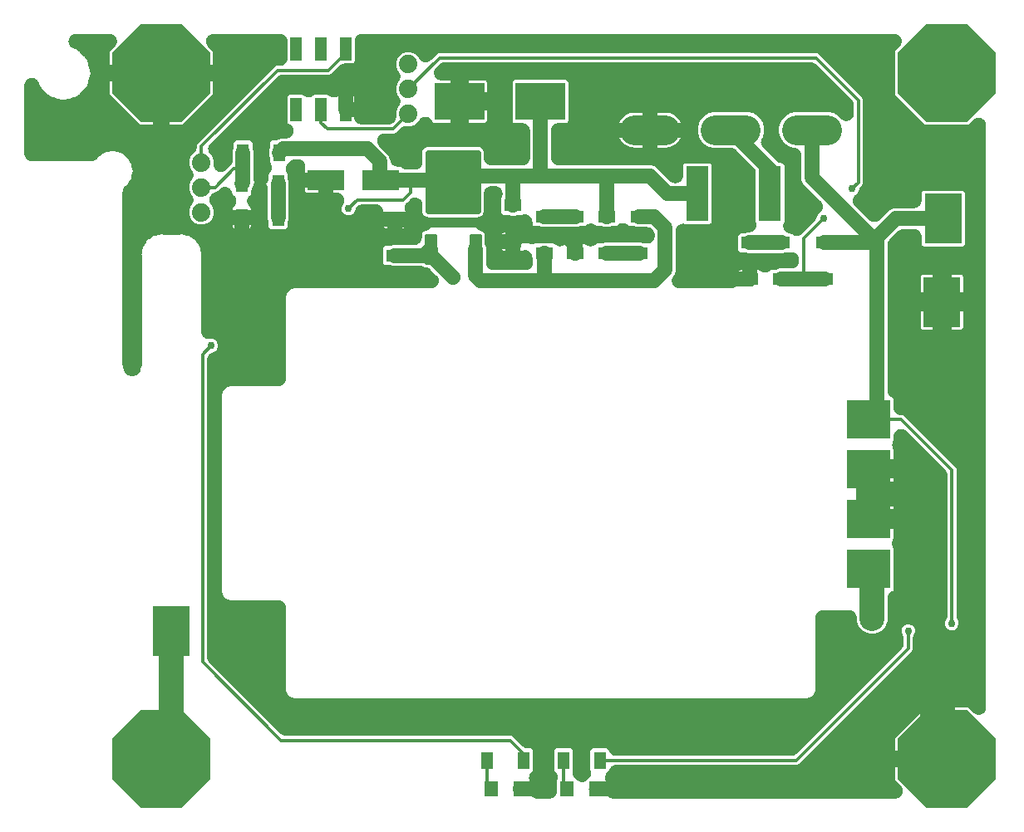
<source format=gbr>
G04 EAGLE Gerber RS-274X export*
G75*
%MOMM*%
%FSLAX34Y34*%
%LPD*%
%INBottom Copper*%
%IPPOS*%
%AMOC8*
5,1,8,0,0,1.08239X$1,22.5*%
G01*
%ADD10P,10.823900X8X22.500000*%
%ADD11R,1.147000X2.408000*%
%ADD12R,3.810000X5.080000*%
%ADD13R,5.080000X3.810000*%
%ADD14R,3.754000X2.108000*%
%ADD15R,1.800000X1.300000*%
%ADD16R,1.400000X1.600000*%
%ADD17R,1.300000X1.800000*%
%ADD18R,4.445000X4.000000*%
%ADD19C,0.301000*%
%ADD20C,0.563000*%
%ADD21C,3.048000*%
%ADD22C,1.879600*%
%ADD23R,2.300000X5.600000*%
%ADD24C,1.524000*%
%ADD25C,0.304800*%
%ADD26C,0.756400*%
%ADD27C,1.524000*%
%ADD28C,2.540000*%
%ADD29C,0.508000*%
%ADD30C,1.016000*%
%ADD31C,2.540000*%

G36*
X718164Y192262D02*
X718164Y192262D01*
X718426Y192267D01*
X718553Y192282D01*
X718681Y192289D01*
X718941Y192329D01*
X719201Y192360D01*
X719326Y192389D01*
X719453Y192408D01*
X719707Y192475D01*
X719962Y192533D01*
X720084Y192574D01*
X720208Y192606D01*
X720454Y192698D01*
X720702Y192782D01*
X720819Y192835D01*
X720939Y192880D01*
X721173Y192997D01*
X721412Y193105D01*
X721523Y193170D01*
X721637Y193227D01*
X721859Y193367D01*
X722086Y193500D01*
X722189Y193576D01*
X722297Y193644D01*
X722504Y193806D01*
X722715Y193961D01*
X722810Y194047D01*
X722911Y194127D01*
X723100Y194309D01*
X723294Y194485D01*
X723380Y194580D01*
X723472Y194669D01*
X723641Y194870D01*
X723817Y195065D01*
X723892Y195168D01*
X723975Y195266D01*
X724122Y195483D01*
X724277Y195695D01*
X724341Y195805D01*
X724413Y195911D01*
X724538Y196143D01*
X724670Y196369D01*
X724723Y196486D01*
X724784Y196598D01*
X724884Y196841D01*
X724993Y197080D01*
X725033Y197201D01*
X725082Y197320D01*
X725158Y197571D01*
X725241Y197820D01*
X725269Y197945D01*
X725305Y198067D01*
X725354Y198326D01*
X725412Y198581D01*
X725427Y198708D01*
X725451Y198834D01*
X725473Y199096D01*
X725504Y199356D01*
X725510Y199528D01*
X725517Y199612D01*
X725515Y199696D01*
X725521Y199868D01*
X725521Y210536D01*
X725723Y211024D01*
X725833Y211333D01*
X725948Y211640D01*
X725964Y211700D01*
X725984Y211759D01*
X726062Y212078D01*
X726145Y212395D01*
X726154Y212456D01*
X726169Y212517D01*
X726214Y212842D01*
X726264Y213166D01*
X726267Y213229D01*
X726275Y213290D01*
X726287Y213618D01*
X726303Y213946D01*
X726300Y214008D01*
X726302Y214070D01*
X726280Y214398D01*
X726262Y214725D01*
X726253Y214787D01*
X726249Y214849D01*
X726193Y215173D01*
X726142Y215496D01*
X726126Y215557D01*
X726116Y215618D01*
X726027Y215934D01*
X725944Y216251D01*
X725922Y216310D01*
X725905Y216370D01*
X725785Y216674D01*
X725669Y216982D01*
X725641Y217038D01*
X725619Y217096D01*
X725467Y217387D01*
X725321Y217680D01*
X725288Y217733D01*
X725259Y217789D01*
X725079Y218063D01*
X724904Y218340D01*
X724865Y218389D01*
X724831Y218441D01*
X724624Y218696D01*
X724421Y218953D01*
X724368Y219010D01*
X724338Y219046D01*
X724272Y219113D01*
X724071Y219327D01*
X722985Y220413D01*
X722521Y221534D01*
X722521Y240746D01*
X722985Y241867D01*
X723843Y242725D01*
X724964Y243189D01*
X739176Y243189D01*
X740297Y242725D01*
X741155Y241867D01*
X741619Y240746D01*
X741619Y221497D01*
X741600Y221445D01*
X741485Y221137D01*
X741469Y221077D01*
X741448Y221018D01*
X741371Y220700D01*
X741288Y220382D01*
X741278Y220320D01*
X741264Y220260D01*
X741219Y219935D01*
X741169Y219611D01*
X741166Y219549D01*
X741158Y219487D01*
X741146Y219159D01*
X741130Y218831D01*
X741133Y218769D01*
X741131Y218707D01*
X741153Y218379D01*
X741170Y218052D01*
X741180Y217990D01*
X741184Y217928D01*
X741240Y217604D01*
X741291Y217281D01*
X741306Y217221D01*
X741317Y217159D01*
X741406Y216843D01*
X741489Y216526D01*
X741511Y216467D01*
X741528Y216407D01*
X741648Y216103D01*
X741764Y215795D01*
X741791Y215739D01*
X741814Y215681D01*
X741965Y215391D01*
X742111Y215097D01*
X742145Y215044D01*
X742174Y214989D01*
X742353Y214714D01*
X742529Y214437D01*
X742567Y214388D01*
X742602Y214336D01*
X742809Y214082D01*
X743012Y213824D01*
X743066Y213767D01*
X743095Y213731D01*
X743160Y213665D01*
X743361Y213450D01*
X745542Y211270D01*
X745736Y211094D01*
X745925Y210912D01*
X746026Y210833D01*
X746121Y210747D01*
X746332Y210592D01*
X746539Y210430D01*
X746648Y210362D01*
X746751Y210286D01*
X746977Y210154D01*
X747199Y210014D01*
X747314Y209957D01*
X747425Y209892D01*
X747664Y209783D01*
X747898Y209667D01*
X748018Y209622D01*
X748135Y209569D01*
X748384Y209485D01*
X748630Y209394D01*
X748753Y209361D01*
X748875Y209320D01*
X749131Y209263D01*
X749385Y209197D01*
X749511Y209177D01*
X749636Y209149D01*
X749897Y209118D01*
X750156Y209078D01*
X750284Y209071D01*
X750411Y209056D01*
X750674Y209052D01*
X750936Y209038D01*
X751064Y209045D01*
X751192Y209043D01*
X751453Y209065D01*
X751715Y209079D01*
X751842Y209099D01*
X751969Y209110D01*
X752227Y209159D01*
X752486Y209199D01*
X752610Y209232D01*
X752736Y209256D01*
X752987Y209331D01*
X753241Y209397D01*
X753361Y209443D01*
X753484Y209479D01*
X753726Y209580D01*
X753972Y209672D01*
X754086Y209729D01*
X754205Y209778D01*
X754435Y209903D01*
X754670Y210020D01*
X754778Y210088D01*
X754891Y210149D01*
X755108Y210297D01*
X755330Y210437D01*
X755430Y210517D01*
X755536Y210589D01*
X755736Y210758D01*
X755943Y210920D01*
X756069Y211038D01*
X756133Y211092D01*
X756191Y211152D01*
X756317Y211270D01*
X756969Y211922D01*
X757126Y212039D01*
X757367Y212209D01*
X757439Y212272D01*
X757515Y212329D01*
X757732Y212529D01*
X757955Y212723D01*
X758020Y212792D01*
X758090Y212857D01*
X758286Y213078D01*
X758487Y213293D01*
X758544Y213369D01*
X758608Y213441D01*
X758780Y213680D01*
X758958Y213916D01*
X759008Y213997D01*
X759063Y214074D01*
X759210Y214330D01*
X759363Y214583D01*
X759404Y214669D01*
X759451Y214751D01*
X759571Y215021D01*
X759698Y215288D01*
X759730Y215378D01*
X759768Y215465D01*
X759860Y215745D01*
X759958Y216023D01*
X759981Y216116D01*
X760011Y216207D01*
X760073Y216495D01*
X760143Y216782D01*
X760155Y216876D01*
X760176Y216969D01*
X760208Y217263D01*
X760248Y217555D01*
X760251Y217650D01*
X760262Y217745D01*
X760264Y218041D01*
X760274Y218335D01*
X760267Y218430D01*
X760268Y218526D01*
X760240Y218820D01*
X760220Y219114D01*
X760204Y219208D01*
X760195Y219303D01*
X760137Y219592D01*
X760087Y219883D01*
X760061Y219975D01*
X760042Y220068D01*
X759955Y220350D01*
X759875Y220634D01*
X759832Y220750D01*
X759812Y220814D01*
X759775Y220901D01*
X759695Y221114D01*
X759521Y221534D01*
X759521Y240746D01*
X759985Y241867D01*
X760843Y242725D01*
X761964Y243189D01*
X776176Y243189D01*
X777297Y242725D01*
X778155Y241867D01*
X778755Y240416D01*
X778896Y240121D01*
X779032Y239822D01*
X779064Y239768D01*
X779091Y239711D01*
X779261Y239431D01*
X779427Y239148D01*
X779464Y239098D01*
X779496Y239045D01*
X779695Y238783D01*
X779888Y238519D01*
X779930Y238473D01*
X779968Y238423D01*
X780192Y238183D01*
X780412Y237940D01*
X780458Y237898D01*
X780501Y237852D01*
X780748Y237637D01*
X780991Y237417D01*
X781042Y237381D01*
X781089Y237340D01*
X781357Y237150D01*
X781622Y236957D01*
X781676Y236926D01*
X781727Y236890D01*
X782013Y236729D01*
X782296Y236564D01*
X782353Y236538D01*
X782407Y236507D01*
X782708Y236377D01*
X783007Y236241D01*
X783066Y236221D01*
X783123Y236197D01*
X783436Y236097D01*
X783747Y235993D01*
X783807Y235980D01*
X783867Y235961D01*
X784188Y235894D01*
X784508Y235822D01*
X784570Y235815D01*
X784631Y235802D01*
X784958Y235769D01*
X785283Y235730D01*
X785361Y235727D01*
X785408Y235723D01*
X785501Y235723D01*
X785795Y235713D01*
X963960Y235713D01*
X963963Y235713D01*
X963966Y235713D01*
X964352Y235733D01*
X964739Y235753D01*
X964743Y235753D01*
X964746Y235753D01*
X965113Y235811D01*
X965511Y235872D01*
X965514Y235873D01*
X965517Y235874D01*
X965884Y235970D01*
X966266Y236070D01*
X966269Y236071D01*
X966272Y236072D01*
X966638Y236210D01*
X966996Y236344D01*
X966999Y236345D01*
X967002Y236346D01*
X967358Y236523D01*
X967695Y236691D01*
X967698Y236693D01*
X967701Y236694D01*
X968033Y236904D01*
X968355Y237108D01*
X968358Y237110D01*
X968360Y237112D01*
X968666Y237353D01*
X968969Y237591D01*
X968971Y237593D01*
X968974Y237595D01*
X969348Y237944D01*
X1076506Y345102D01*
X1076508Y345105D01*
X1076510Y345107D01*
X1076766Y345390D01*
X1077029Y345682D01*
X1077030Y345685D01*
X1077033Y345687D01*
X1077244Y345977D01*
X1077489Y346312D01*
X1077491Y346315D01*
X1077493Y346317D01*
X1077680Y346638D01*
X1077883Y346985D01*
X1077885Y346988D01*
X1077886Y346991D01*
X1078045Y347342D01*
X1078206Y347696D01*
X1078207Y347699D01*
X1078209Y347702D01*
X1078327Y348055D01*
X1078455Y348436D01*
X1078456Y348439D01*
X1078457Y348442D01*
X1078537Y348798D01*
X1078627Y349197D01*
X1078627Y349200D01*
X1078628Y349203D01*
X1078670Y349555D01*
X1078720Y349972D01*
X1078720Y349975D01*
X1078720Y349978D01*
X1078737Y350490D01*
X1078737Y354977D01*
X1078737Y354980D01*
X1078737Y354983D01*
X1078718Y355352D01*
X1078697Y355756D01*
X1078697Y355759D01*
X1078697Y355762D01*
X1078643Y356104D01*
X1078578Y356527D01*
X1078577Y356531D01*
X1078576Y356534D01*
X1078481Y356895D01*
X1078380Y357282D01*
X1078379Y357285D01*
X1078378Y357288D01*
X1078240Y357655D01*
X1078106Y358013D01*
X1078105Y358016D01*
X1078104Y358019D01*
X1077930Y358367D01*
X1077909Y358410D01*
X1076479Y361861D01*
X1076479Y364579D01*
X1077519Y367089D01*
X1079441Y369011D01*
X1081951Y370051D01*
X1084669Y370051D01*
X1087179Y369011D01*
X1089101Y367089D01*
X1090141Y364579D01*
X1090141Y361861D01*
X1088751Y358505D01*
X1088737Y358481D01*
X1088735Y358478D01*
X1088734Y358476D01*
X1088575Y358125D01*
X1088414Y357771D01*
X1088413Y357768D01*
X1088411Y357765D01*
X1088287Y357394D01*
X1088165Y357031D01*
X1088164Y357028D01*
X1088163Y357025D01*
X1088078Y356646D01*
X1087993Y356270D01*
X1087993Y356266D01*
X1087992Y356263D01*
X1087949Y355897D01*
X1087900Y355495D01*
X1087900Y355491D01*
X1087900Y355488D01*
X1087883Y354977D01*
X1087883Y344530D01*
X1087187Y342850D01*
X971600Y227263D01*
X969920Y226567D01*
X785795Y226567D01*
X785467Y226550D01*
X785140Y226539D01*
X785078Y226530D01*
X785015Y226527D01*
X784691Y226477D01*
X784366Y226432D01*
X784306Y226417D01*
X784244Y226408D01*
X783927Y226325D01*
X783608Y226247D01*
X783550Y226226D01*
X783489Y226210D01*
X783181Y226095D01*
X782873Y225985D01*
X782817Y225958D01*
X782758Y225936D01*
X782464Y225790D01*
X782169Y225649D01*
X782115Y225616D01*
X782059Y225589D01*
X781782Y225414D01*
X781502Y225243D01*
X781452Y225205D01*
X781400Y225172D01*
X781142Y224969D01*
X780881Y224771D01*
X780835Y224728D01*
X780786Y224689D01*
X780550Y224462D01*
X780311Y224237D01*
X780270Y224190D01*
X780225Y224147D01*
X780013Y223896D01*
X779798Y223649D01*
X779762Y223598D01*
X779722Y223550D01*
X779538Y223278D01*
X779349Y223011D01*
X779318Y222956D01*
X779283Y222905D01*
X779127Y222615D01*
X778967Y222330D01*
X778935Y222259D01*
X778913Y222218D01*
X778877Y222131D01*
X778755Y221864D01*
X778155Y220413D01*
X776680Y218938D01*
X776460Y218695D01*
X776236Y218455D01*
X776199Y218405D01*
X776157Y218359D01*
X775964Y218095D01*
X775765Y217833D01*
X775733Y217779D01*
X775696Y217729D01*
X775531Y217447D01*
X775360Y217166D01*
X775333Y217109D01*
X775302Y217055D01*
X775167Y216757D01*
X775026Y216460D01*
X775005Y216402D01*
X774979Y216345D01*
X774875Y216034D01*
X774765Y215725D01*
X774750Y215664D01*
X774730Y215605D01*
X774658Y215285D01*
X774581Y214966D01*
X774572Y214905D01*
X774559Y214844D01*
X774520Y214518D01*
X774475Y214193D01*
X774473Y214131D01*
X774466Y214069D01*
X774460Y213741D01*
X774449Y213413D01*
X774454Y213351D01*
X774453Y213288D01*
X774481Y212962D01*
X774503Y212634D01*
X774514Y212573D01*
X774519Y212511D01*
X774581Y212189D01*
X774637Y211865D01*
X774654Y211805D01*
X774665Y211744D01*
X774759Y211430D01*
X774848Y211114D01*
X774876Y211040D01*
X774889Y210996D01*
X774925Y210910D01*
X775012Y210679D01*
X775111Y210180D01*
X775111Y209549D01*
X765570Y209549D01*
X765308Y209536D01*
X765046Y209531D01*
X764919Y209516D01*
X764791Y209509D01*
X764531Y209469D01*
X764271Y209438D01*
X764146Y209410D01*
X764020Y209390D01*
X763766Y209323D01*
X763510Y209266D01*
X763389Y209225D01*
X763265Y209192D01*
X763019Y209100D01*
X762770Y209016D01*
X762654Y208963D01*
X762534Y208918D01*
X762299Y208802D01*
X762060Y208693D01*
X761949Y208628D01*
X761835Y208571D01*
X761613Y208431D01*
X761387Y208298D01*
X761283Y208222D01*
X761175Y208154D01*
X760969Y207992D01*
X760757Y207837D01*
X760662Y207751D01*
X760561Y207672D01*
X760373Y207489D01*
X760178Y207313D01*
X760093Y207218D01*
X760000Y207129D01*
X759831Y206928D01*
X759656Y206733D01*
X759580Y206630D01*
X759498Y206532D01*
X759350Y206315D01*
X759195Y206103D01*
X759131Y205993D01*
X759059Y205887D01*
X758934Y205656D01*
X758802Y205429D01*
X758749Y205312D01*
X758688Y205200D01*
X758588Y204957D01*
X758480Y204718D01*
X758439Y204597D01*
X758390Y204479D01*
X758315Y204227D01*
X758232Y203978D01*
X758204Y203854D01*
X758167Y203731D01*
X758118Y203473D01*
X758061Y203217D01*
X758045Y203090D01*
X758022Y202964D01*
X757999Y202702D01*
X757968Y202442D01*
X757963Y202270D01*
X757955Y202186D01*
X757957Y202102D01*
X757951Y201930D01*
X757965Y201668D01*
X757969Y201405D01*
X757984Y201278D01*
X757991Y201150D01*
X758031Y200891D01*
X758063Y200631D01*
X758091Y200506D01*
X758111Y200379D01*
X758177Y200125D01*
X758235Y199869D01*
X758276Y199748D01*
X758308Y199624D01*
X758400Y199378D01*
X758484Y199130D01*
X758537Y199013D01*
X758582Y198893D01*
X758699Y198659D01*
X758808Y198420D01*
X758873Y198309D01*
X758930Y198194D01*
X759070Y197973D01*
X759202Y197746D01*
X759278Y197643D01*
X759347Y197535D01*
X759509Y197328D01*
X759664Y197117D01*
X759750Y197022D01*
X759829Y196921D01*
X760011Y196732D01*
X760187Y196538D01*
X760282Y196452D01*
X760371Y196360D01*
X760572Y196191D01*
X760767Y196015D01*
X760870Y195940D01*
X760968Y195857D01*
X761186Y195709D01*
X761397Y195555D01*
X761508Y195491D01*
X761614Y195418D01*
X761845Y195294D01*
X762071Y195162D01*
X762188Y195109D01*
X762301Y195048D01*
X762543Y194947D01*
X762782Y194839D01*
X762904Y194798D01*
X763022Y194749D01*
X763274Y194674D01*
X763522Y194591D01*
X763647Y194563D01*
X763770Y194526D01*
X764028Y194477D01*
X764284Y194420D01*
X764411Y194405D01*
X764537Y194381D01*
X764798Y194359D01*
X765059Y194328D01*
X765231Y194322D01*
X765314Y194315D01*
X765398Y194316D01*
X765570Y194311D01*
X777519Y194311D01*
X777531Y194298D01*
X777732Y194129D01*
X777927Y193953D01*
X778030Y193878D01*
X778128Y193795D01*
X778345Y193648D01*
X778557Y193493D01*
X778667Y193429D01*
X778773Y193357D01*
X779005Y193232D01*
X779231Y193100D01*
X779348Y193047D01*
X779460Y192986D01*
X779703Y192886D01*
X779942Y192777D01*
X780063Y192737D01*
X780182Y192688D01*
X780433Y192612D01*
X780682Y192529D01*
X780807Y192501D01*
X780929Y192465D01*
X781188Y192416D01*
X781443Y192358D01*
X781570Y192343D01*
X781696Y192319D01*
X781958Y192297D01*
X782218Y192266D01*
X782390Y192260D01*
X782474Y192253D01*
X782558Y192255D01*
X782730Y192249D01*
X1070143Y192249D01*
X1070274Y192255D01*
X1070405Y192253D01*
X1070663Y192275D01*
X1070922Y192289D01*
X1071052Y192309D01*
X1071183Y192320D01*
X1071437Y192368D01*
X1071694Y192408D01*
X1071821Y192441D01*
X1071950Y192466D01*
X1072198Y192540D01*
X1072449Y192606D01*
X1072571Y192652D01*
X1072697Y192690D01*
X1072937Y192789D01*
X1073180Y192880D01*
X1073297Y192938D01*
X1073418Y192989D01*
X1073646Y193112D01*
X1073878Y193227D01*
X1073989Y193297D01*
X1074105Y193360D01*
X1074319Y193506D01*
X1074538Y193644D01*
X1074641Y193725D01*
X1074750Y193799D01*
X1074948Y193966D01*
X1075152Y194127D01*
X1075246Y194218D01*
X1075347Y194302D01*
X1075526Y194489D01*
X1075713Y194669D01*
X1075798Y194770D01*
X1075889Y194864D01*
X1076048Y195068D01*
X1076216Y195266D01*
X1076289Y195375D01*
X1076370Y195478D01*
X1076509Y195697D01*
X1076654Y195911D01*
X1076717Y196027D01*
X1076787Y196138D01*
X1076902Y196370D01*
X1077025Y196598D01*
X1077075Y196720D01*
X1077134Y196837D01*
X1077224Y197080D01*
X1077323Y197320D01*
X1077361Y197445D01*
X1077407Y197568D01*
X1077472Y197819D01*
X1077546Y198067D01*
X1077571Y198197D01*
X1077604Y198323D01*
X1077644Y198580D01*
X1077692Y198834D01*
X1077703Y198965D01*
X1077723Y199095D01*
X1077736Y199354D01*
X1077758Y199612D01*
X1077756Y199743D01*
X1077762Y199874D01*
X1077749Y200133D01*
X1077744Y200392D01*
X1077728Y200523D01*
X1077722Y200654D01*
X1077682Y200910D01*
X1077651Y201167D01*
X1077622Y201295D01*
X1077601Y201425D01*
X1077536Y201675D01*
X1077478Y201928D01*
X1077436Y202053D01*
X1077403Y202180D01*
X1077312Y202422D01*
X1077229Y202668D01*
X1077175Y202787D01*
X1077128Y202910D01*
X1077013Y203142D01*
X1076905Y203378D01*
X1076839Y203492D01*
X1076781Y203609D01*
X1076642Y203828D01*
X1076511Y204052D01*
X1076433Y204157D01*
X1076363Y204268D01*
X1076203Y204472D01*
X1076049Y204681D01*
X1075961Y204779D01*
X1075880Y204882D01*
X1075531Y205256D01*
X1070139Y210647D01*
X1070139Y223911D01*
X1087789Y223911D01*
X1087943Y223919D01*
X1088097Y223917D01*
X1088332Y223939D01*
X1088568Y223951D01*
X1088721Y223974D01*
X1088874Y223988D01*
X1089106Y224034D01*
X1089339Y224070D01*
X1089489Y224109D01*
X1089640Y224139D01*
X1089866Y224208D01*
X1090094Y224268D01*
X1090239Y224322D01*
X1090386Y224367D01*
X1090604Y224459D01*
X1090825Y224542D01*
X1090963Y224611D01*
X1091105Y224670D01*
X1091313Y224784D01*
X1091524Y224889D01*
X1091654Y224972D01*
X1091790Y225046D01*
X1091984Y225180D01*
X1092184Y225306D01*
X1092305Y225401D01*
X1092432Y225489D01*
X1092612Y225642D01*
X1092798Y225788D01*
X1092908Y225896D01*
X1093026Y225996D01*
X1093189Y226167D01*
X1093359Y226331D01*
X1093458Y226449D01*
X1093564Y226560D01*
X1093709Y226747D01*
X1093861Y226928D01*
X1093948Y227056D01*
X1094042Y227177D01*
X1094167Y227378D01*
X1094300Y227573D01*
X1094373Y227709D01*
X1094455Y227840D01*
X1094559Y228052D01*
X1094671Y228260D01*
X1094730Y228403D01*
X1094797Y228541D01*
X1094879Y228763D01*
X1094969Y228982D01*
X1095013Y229129D01*
X1095066Y229274D01*
X1095125Y229503D01*
X1095192Y229729D01*
X1095221Y229881D01*
X1095259Y230030D01*
X1095328Y230444D01*
X1095338Y230496D01*
X1095339Y230512D01*
X1095343Y230535D01*
X1095416Y231088D01*
X1095443Y231437D01*
X1095475Y231788D01*
X1095475Y231827D01*
X1095478Y231866D01*
X1095470Y232215D01*
X1095465Y232568D01*
X1095461Y232617D01*
X1095460Y232647D01*
X1095450Y232726D01*
X1095416Y233078D01*
X1095268Y234203D01*
X1095247Y234412D01*
X1095229Y234500D01*
X1095219Y234589D01*
X1095152Y234882D01*
X1095093Y235177D01*
X1095066Y235263D01*
X1095046Y235350D01*
X1094950Y235635D01*
X1094861Y235923D01*
X1094826Y236005D01*
X1094797Y236090D01*
X1094673Y236363D01*
X1094554Y236640D01*
X1094511Y236719D01*
X1094474Y236800D01*
X1094321Y237060D01*
X1094176Y237323D01*
X1094124Y237396D01*
X1094079Y237474D01*
X1093901Y237716D01*
X1093729Y237963D01*
X1093670Y238031D01*
X1093618Y238103D01*
X1093416Y238326D01*
X1093220Y238554D01*
X1093154Y238616D01*
X1093094Y238682D01*
X1092871Y238883D01*
X1092652Y239090D01*
X1092581Y239145D01*
X1092514Y239205D01*
X1092272Y239382D01*
X1092033Y239565D01*
X1091956Y239612D01*
X1091884Y239665D01*
X1091625Y239816D01*
X1091368Y239974D01*
X1091287Y240013D01*
X1091210Y240058D01*
X1090937Y240182D01*
X1090665Y240313D01*
X1090581Y240344D01*
X1090499Y240381D01*
X1090214Y240476D01*
X1089931Y240579D01*
X1089844Y240600D01*
X1089759Y240629D01*
X1089466Y240695D01*
X1089174Y240767D01*
X1089085Y240780D01*
X1088998Y240800D01*
X1088699Y240835D01*
X1088401Y240878D01*
X1088312Y240881D01*
X1088223Y240892D01*
X1087711Y240909D01*
X1070139Y240909D01*
X1070139Y254173D01*
X1100917Y284951D01*
X1114181Y284951D01*
X1114181Y267153D01*
X1114189Y266999D01*
X1114187Y266845D01*
X1114209Y266609D01*
X1114221Y266374D01*
X1114244Y266221D01*
X1114258Y266068D01*
X1114304Y265836D01*
X1114340Y265602D01*
X1114379Y265453D01*
X1114409Y265302D01*
X1114478Y265076D01*
X1114538Y264847D01*
X1114592Y264703D01*
X1114637Y264556D01*
X1114729Y264338D01*
X1114812Y264117D01*
X1114881Y263978D01*
X1114940Y263836D01*
X1115054Y263629D01*
X1115159Y263418D01*
X1115242Y263287D01*
X1115316Y263152D01*
X1115450Y262958D01*
X1115576Y262758D01*
X1115672Y262637D01*
X1115759Y262510D01*
X1115912Y262330D01*
X1116058Y262144D01*
X1116166Y262033D01*
X1116266Y261916D01*
X1116436Y261753D01*
X1116601Y261583D01*
X1116719Y261484D01*
X1116831Y261377D01*
X1117017Y261233D01*
X1117198Y261081D01*
X1117326Y260994D01*
X1117447Y260899D01*
X1117648Y260775D01*
X1117843Y260642D01*
X1117979Y260568D01*
X1118110Y260487D01*
X1118322Y260383D01*
X1118530Y260271D01*
X1118673Y260212D01*
X1118811Y260144D01*
X1119033Y260063D01*
X1119252Y259973D01*
X1119399Y259929D01*
X1119544Y259875D01*
X1119773Y259817D01*
X1119999Y259750D01*
X1120151Y259721D01*
X1120300Y259683D01*
X1120713Y259614D01*
X1120766Y259604D01*
X1120782Y259603D01*
X1120805Y259599D01*
X1121805Y259467D01*
X1122155Y259439D01*
X1122505Y259408D01*
X1122544Y259408D01*
X1122583Y259405D01*
X1122934Y259413D01*
X1123285Y259418D01*
X1123334Y259422D01*
X1123364Y259423D01*
X1123443Y259433D01*
X1123795Y259467D01*
X1124555Y259567D01*
X1124706Y259595D01*
X1124859Y259614D01*
X1125090Y259666D01*
X1125322Y259709D01*
X1125470Y259752D01*
X1125620Y259786D01*
X1125844Y259862D01*
X1126071Y259928D01*
X1126214Y259986D01*
X1126360Y260035D01*
X1126575Y260133D01*
X1126794Y260223D01*
X1126930Y260295D01*
X1127070Y260359D01*
X1127274Y260479D01*
X1127483Y260590D01*
X1127610Y260676D01*
X1127744Y260754D01*
X1127934Y260893D01*
X1128130Y261025D01*
X1128249Y261124D01*
X1128373Y261215D01*
X1128549Y261374D01*
X1128730Y261525D01*
X1128838Y261635D01*
X1128952Y261738D01*
X1129110Y261914D01*
X1129275Y262083D01*
X1129371Y262204D01*
X1129475Y262318D01*
X1129614Y262509D01*
X1129761Y262694D01*
X1129844Y262824D01*
X1129935Y262948D01*
X1130054Y263152D01*
X1130181Y263352D01*
X1130251Y263489D01*
X1130328Y263622D01*
X1130426Y263838D01*
X1130532Y264049D01*
X1130587Y264193D01*
X1130651Y264333D01*
X1130726Y264558D01*
X1130810Y264778D01*
X1130850Y264927D01*
X1130899Y265073D01*
X1130951Y265304D01*
X1131012Y265532D01*
X1131036Y265684D01*
X1131070Y265835D01*
X1131098Y266070D01*
X1131135Y266303D01*
X1131144Y266457D01*
X1131162Y266610D01*
X1131176Y267028D01*
X1131179Y267082D01*
X1131178Y267097D01*
X1131179Y267121D01*
X1131179Y284951D01*
X1144443Y284951D01*
X1149626Y279768D01*
X1149723Y279680D01*
X1149814Y279586D01*
X1150012Y279419D01*
X1150205Y279245D01*
X1150311Y279168D01*
X1150411Y279083D01*
X1150626Y278938D01*
X1150835Y278784D01*
X1150948Y278718D01*
X1151057Y278644D01*
X1151285Y278521D01*
X1151509Y278390D01*
X1151628Y278336D01*
X1151744Y278274D01*
X1151982Y278175D01*
X1152219Y278067D01*
X1152344Y278025D01*
X1152465Y277975D01*
X1152713Y277901D01*
X1152959Y277819D01*
X1153087Y277790D01*
X1153213Y277752D01*
X1153468Y277704D01*
X1153720Y277647D01*
X1153851Y277631D01*
X1153980Y277607D01*
X1154238Y277585D01*
X1154495Y277554D01*
X1154627Y277552D01*
X1154757Y277541D01*
X1155016Y277545D01*
X1155276Y277541D01*
X1155406Y277552D01*
X1155538Y277555D01*
X1155795Y277586D01*
X1156053Y277608D01*
X1156182Y277632D01*
X1156312Y277648D01*
X1156565Y277705D01*
X1156820Y277754D01*
X1156946Y277791D01*
X1157074Y277820D01*
X1157319Y277903D01*
X1157568Y277977D01*
X1157689Y278028D01*
X1157813Y278070D01*
X1158049Y278177D01*
X1158289Y278276D01*
X1158404Y278339D01*
X1158523Y278393D01*
X1158747Y278524D01*
X1158975Y278648D01*
X1159084Y278722D01*
X1159197Y278788D01*
X1159406Y278941D01*
X1159620Y279087D01*
X1159721Y279172D01*
X1159826Y279249D01*
X1160018Y279423D01*
X1160217Y279590D01*
X1160308Y279685D01*
X1160405Y279773D01*
X1160579Y279965D01*
X1160759Y280152D01*
X1160840Y280255D01*
X1160928Y280352D01*
X1161081Y280562D01*
X1161241Y280766D01*
X1161311Y280877D01*
X1161388Y280983D01*
X1161519Y281207D01*
X1161657Y281426D01*
X1161715Y281543D01*
X1161782Y281657D01*
X1161889Y281893D01*
X1162004Y282125D01*
X1162050Y282248D01*
X1162104Y282368D01*
X1162186Y282614D01*
X1162277Y282856D01*
X1162310Y282983D01*
X1162352Y283108D01*
X1162409Y283361D01*
X1162474Y283611D01*
X1162494Y283741D01*
X1162523Y283869D01*
X1162554Y284127D01*
X1162593Y284383D01*
X1162600Y284514D01*
X1162615Y284644D01*
X1162632Y285156D01*
X1162634Y878717D01*
X1162627Y878849D01*
X1162630Y878980D01*
X1162607Y879238D01*
X1162594Y879497D01*
X1162574Y879627D01*
X1162563Y879757D01*
X1162514Y880012D01*
X1162475Y880268D01*
X1162441Y880395D01*
X1162417Y880524D01*
X1162342Y880773D01*
X1162277Y881023D01*
X1162231Y881146D01*
X1162193Y881272D01*
X1162094Y881511D01*
X1162003Y881754D01*
X1161944Y881871D01*
X1161894Y881993D01*
X1161771Y882221D01*
X1161656Y882453D01*
X1161585Y882564D01*
X1161523Y882679D01*
X1161377Y882893D01*
X1161239Y883113D01*
X1161157Y883216D01*
X1161084Y883324D01*
X1160917Y883522D01*
X1160756Y883726D01*
X1160665Y883821D01*
X1160580Y883921D01*
X1160394Y884101D01*
X1160214Y884287D01*
X1160114Y884372D01*
X1160019Y884463D01*
X1159815Y884623D01*
X1159617Y884790D01*
X1159508Y884864D01*
X1159405Y884945D01*
X1159186Y885083D01*
X1158971Y885229D01*
X1158856Y885291D01*
X1158745Y885361D01*
X1158513Y885476D01*
X1158284Y885599D01*
X1158163Y885650D01*
X1158046Y885708D01*
X1157803Y885799D01*
X1157563Y885898D01*
X1157438Y885935D01*
X1157315Y885981D01*
X1157064Y886047D01*
X1156815Y886121D01*
X1156686Y886145D01*
X1156559Y886178D01*
X1156303Y886218D01*
X1156049Y886266D01*
X1155917Y886277D01*
X1155788Y886297D01*
X1155529Y886310D01*
X1155271Y886332D01*
X1155140Y886330D01*
X1155008Y886337D01*
X1154750Y886323D01*
X1154490Y886319D01*
X1154360Y886303D01*
X1154229Y886296D01*
X1153973Y886256D01*
X1153716Y886225D01*
X1153588Y886196D01*
X1153458Y886176D01*
X1153207Y886110D01*
X1152954Y886053D01*
X1152830Y886011D01*
X1152703Y885977D01*
X1152460Y885886D01*
X1152215Y885803D01*
X1152095Y885749D01*
X1151972Y885703D01*
X1151740Y885587D01*
X1151505Y885480D01*
X1151391Y885414D01*
X1151274Y885355D01*
X1151054Y885216D01*
X1150831Y885085D01*
X1150726Y885008D01*
X1150614Y884937D01*
X1150411Y884777D01*
X1150202Y884624D01*
X1150104Y884536D01*
X1150001Y884455D01*
X1149627Y884105D01*
X1144653Y879131D01*
X1100707Y879131D01*
X1069631Y910207D01*
X1069631Y954153D01*
X1074388Y958910D01*
X1074476Y959008D01*
X1074571Y959099D01*
X1074738Y959298D01*
X1074911Y959490D01*
X1074989Y959596D01*
X1075073Y959696D01*
X1075219Y959911D01*
X1075372Y960120D01*
X1075438Y960233D01*
X1075512Y960342D01*
X1075635Y960570D01*
X1075766Y960793D01*
X1075820Y960913D01*
X1075883Y961028D01*
X1075982Y961268D01*
X1076089Y961504D01*
X1076131Y961628D01*
X1076181Y961750D01*
X1076255Y961999D01*
X1076338Y962244D01*
X1076366Y962371D01*
X1076404Y962498D01*
X1076452Y962752D01*
X1076509Y963005D01*
X1076525Y963135D01*
X1076549Y963264D01*
X1076571Y963522D01*
X1076602Y963780D01*
X1076604Y963911D01*
X1076616Y964042D01*
X1076611Y964301D01*
X1076615Y964560D01*
X1076604Y964691D01*
X1076602Y964822D01*
X1076571Y965080D01*
X1076549Y965338D01*
X1076524Y965467D01*
X1076508Y965597D01*
X1076451Y965850D01*
X1076403Y966105D01*
X1076365Y966230D01*
X1076336Y966358D01*
X1076253Y966604D01*
X1076179Y966852D01*
X1076129Y966974D01*
X1076087Y967098D01*
X1075979Y967334D01*
X1075880Y967573D01*
X1075818Y967689D01*
X1075763Y967808D01*
X1075632Y968032D01*
X1075509Y968260D01*
X1075435Y968368D01*
X1075368Y968482D01*
X1075215Y968691D01*
X1075069Y968905D01*
X1074985Y969005D01*
X1074907Y969111D01*
X1074733Y969303D01*
X1074566Y969502D01*
X1074472Y969593D01*
X1074384Y969690D01*
X1074191Y969863D01*
X1074005Y970044D01*
X1073901Y970125D01*
X1073804Y970213D01*
X1073595Y970365D01*
X1073391Y970525D01*
X1073280Y970595D01*
X1073174Y970673D01*
X1072950Y970804D01*
X1072731Y970942D01*
X1072613Y971000D01*
X1072500Y971066D01*
X1072263Y971173D01*
X1072031Y971289D01*
X1071908Y971334D01*
X1071789Y971389D01*
X1071543Y971471D01*
X1071300Y971562D01*
X1071173Y971595D01*
X1071049Y971637D01*
X1070796Y971694D01*
X1070545Y971759D01*
X1070415Y971779D01*
X1070287Y971808D01*
X1070030Y971838D01*
X1069774Y971878D01*
X1069643Y971885D01*
X1069512Y971900D01*
X1069001Y971917D01*
X526943Y971917D01*
X526681Y971904D01*
X526419Y971899D01*
X526292Y971884D01*
X526164Y971877D01*
X525904Y971837D01*
X525644Y971806D01*
X525519Y971777D01*
X525392Y971758D01*
X525138Y971691D01*
X524883Y971633D01*
X524761Y971592D01*
X524637Y971560D01*
X524391Y971468D01*
X524143Y971384D01*
X524026Y971331D01*
X523906Y971286D01*
X523672Y971169D01*
X523433Y971061D01*
X523322Y970996D01*
X523208Y970939D01*
X522986Y970799D01*
X522759Y970666D01*
X522656Y970590D01*
X522548Y970522D01*
X522341Y970360D01*
X522130Y970205D01*
X522035Y970119D01*
X521934Y970039D01*
X521745Y969857D01*
X521551Y969681D01*
X521465Y969586D01*
X521373Y969497D01*
X521204Y969296D01*
X521028Y969101D01*
X520953Y968998D01*
X520870Y968900D01*
X520723Y968683D01*
X520568Y968471D01*
X520504Y968361D01*
X520432Y968255D01*
X520307Y968023D01*
X520175Y967797D01*
X520122Y967680D01*
X520061Y967568D01*
X519961Y967325D01*
X519852Y967086D01*
X519812Y966965D01*
X519763Y966846D01*
X519687Y966595D01*
X519604Y966346D01*
X519576Y966221D01*
X519540Y966099D01*
X519491Y965840D01*
X519433Y965585D01*
X519418Y965458D01*
X519394Y965332D01*
X519372Y965070D01*
X519341Y964810D01*
X519335Y964638D01*
X519328Y964554D01*
X519330Y964470D01*
X519324Y964298D01*
X519324Y944224D01*
X518860Y943103D01*
X518002Y942245D01*
X516881Y941781D01*
X509444Y941781D01*
X509441Y941781D01*
X509438Y941781D01*
X509052Y941761D01*
X508665Y941741D01*
X508661Y941741D01*
X508658Y941741D01*
X508291Y941683D01*
X507893Y941622D01*
X507890Y941621D01*
X507887Y941620D01*
X507520Y941524D01*
X507138Y941424D01*
X507135Y941423D01*
X507132Y941422D01*
X506766Y941284D01*
X506408Y941150D01*
X506405Y941149D01*
X506402Y941148D01*
X506044Y940969D01*
X505709Y940803D01*
X505706Y940801D01*
X505703Y940800D01*
X505366Y940586D01*
X505049Y940386D01*
X505046Y940384D01*
X505044Y940382D01*
X504731Y940136D01*
X504435Y939903D01*
X504433Y939901D01*
X504430Y939899D01*
X504056Y939550D01*
X495350Y930843D01*
X493670Y930147D01*
X445740Y930147D01*
X445737Y930147D01*
X445734Y930147D01*
X445349Y930127D01*
X444961Y930107D01*
X444957Y930107D01*
X444954Y930107D01*
X444583Y930049D01*
X444189Y929988D01*
X444186Y929987D01*
X444183Y929986D01*
X443808Y929888D01*
X443434Y929790D01*
X443431Y929789D01*
X443428Y929788D01*
X443062Y929650D01*
X442704Y929516D01*
X442701Y929515D01*
X442698Y929514D01*
X442342Y929337D01*
X442005Y929169D01*
X442002Y929167D01*
X441999Y929166D01*
X441667Y928956D01*
X441345Y928752D01*
X441342Y928750D01*
X441340Y928748D01*
X441028Y928503D01*
X440731Y928269D01*
X440729Y928267D01*
X440726Y928265D01*
X440352Y927916D01*
X372387Y859950D01*
X372211Y859755D01*
X372029Y859567D01*
X371950Y859466D01*
X371864Y859371D01*
X371709Y859159D01*
X371547Y858953D01*
X371479Y858844D01*
X371403Y858741D01*
X371271Y858514D01*
X371131Y858293D01*
X371074Y858178D01*
X371009Y858067D01*
X370901Y857828D01*
X370784Y857593D01*
X370739Y857474D01*
X370686Y857357D01*
X370603Y857108D01*
X370511Y856862D01*
X370479Y856738D01*
X370438Y856617D01*
X370380Y856361D01*
X370314Y856107D01*
X370294Y855981D01*
X370266Y855856D01*
X370235Y855595D01*
X370195Y855336D01*
X370188Y855208D01*
X370173Y855081D01*
X370169Y854819D01*
X370156Y854556D01*
X370162Y854428D01*
X370160Y854300D01*
X370182Y854039D01*
X370196Y853777D01*
X370216Y853650D01*
X370227Y853523D01*
X370276Y853264D01*
X370316Y853006D01*
X370349Y852882D01*
X370373Y852756D01*
X370448Y852504D01*
X370515Y852251D01*
X370560Y852131D01*
X370596Y852008D01*
X370697Y851766D01*
X370789Y851520D01*
X370846Y851406D01*
X370895Y851287D01*
X371020Y851056D01*
X371137Y850822D01*
X371206Y850714D01*
X371267Y850601D01*
X371414Y850384D01*
X371555Y850162D01*
X371634Y850062D01*
X371706Y849956D01*
X371875Y849756D01*
X372038Y849549D01*
X372155Y849423D01*
X372209Y849359D01*
X372270Y849301D01*
X372387Y849175D01*
X373772Y847790D01*
X375667Y843216D01*
X375667Y838678D01*
X375673Y838547D01*
X375671Y838416D01*
X375693Y838158D01*
X375707Y837899D01*
X375727Y837769D01*
X375738Y837638D01*
X375786Y837384D01*
X375826Y837127D01*
X375860Y837000D01*
X375884Y836871D01*
X375958Y836623D01*
X376024Y836372D01*
X376070Y836249D01*
X376108Y836124D01*
X376207Y835884D01*
X376298Y835641D01*
X376356Y835524D01*
X376407Y835403D01*
X376530Y835175D01*
X376645Y834943D01*
X376715Y834832D01*
X376778Y834716D01*
X376924Y834502D01*
X377062Y834283D01*
X377143Y834179D01*
X377217Y834071D01*
X377384Y833873D01*
X377545Y833669D01*
X377636Y833575D01*
X377720Y833474D01*
X377907Y833295D01*
X378087Y833108D01*
X378188Y833023D01*
X378282Y832932D01*
X378486Y832773D01*
X378684Y832605D01*
X378793Y832531D01*
X378896Y832451D01*
X379115Y832313D01*
X379329Y832167D01*
X379445Y832104D01*
X379556Y832034D01*
X379788Y831919D01*
X380016Y831796D01*
X380138Y831746D01*
X380255Y831687D01*
X380498Y831597D01*
X380738Y831498D01*
X380863Y831460D01*
X380986Y831414D01*
X381237Y831349D01*
X381485Y831275D01*
X381615Y831250D01*
X381742Y831217D01*
X381997Y831178D01*
X382252Y831129D01*
X382383Y831118D01*
X382513Y831098D01*
X382772Y831085D01*
X383030Y831063D01*
X383161Y831065D01*
X383292Y831059D01*
X383551Y831072D01*
X383810Y831077D01*
X383941Y831093D01*
X384072Y831099D01*
X384328Y831139D01*
X384585Y831170D01*
X384713Y831199D01*
X384843Y831220D01*
X385094Y831285D01*
X385346Y831343D01*
X385471Y831385D01*
X385598Y831418D01*
X385840Y831509D01*
X386086Y831592D01*
X386206Y831646D01*
X386328Y831693D01*
X386560Y831808D01*
X386796Y831916D01*
X386910Y831982D01*
X387027Y832040D01*
X387246Y832179D01*
X387470Y832310D01*
X387575Y832388D01*
X387686Y832458D01*
X387890Y832618D01*
X388099Y832772D01*
X388196Y832859D01*
X388300Y832941D01*
X388674Y833290D01*
X391292Y835909D01*
X392780Y837396D01*
X392782Y837399D01*
X392784Y837401D01*
X393031Y837675D01*
X393303Y837976D01*
X393304Y837978D01*
X393307Y837981D01*
X393522Y838276D01*
X393763Y838606D01*
X393765Y838609D01*
X393767Y838611D01*
X393949Y838923D01*
X394157Y839279D01*
X394159Y839282D01*
X394160Y839285D01*
X394319Y839636D01*
X394480Y839990D01*
X394481Y839993D01*
X394483Y839996D01*
X394599Y840344D01*
X394729Y840730D01*
X394730Y840733D01*
X394731Y840736D01*
X394811Y841092D01*
X394901Y841491D01*
X394901Y841494D01*
X394902Y841497D01*
X394945Y841862D01*
X394994Y842266D01*
X394994Y842269D01*
X394994Y842272D01*
X395011Y842784D01*
X395011Y853022D01*
X395551Y854326D01*
X395574Y854391D01*
X395603Y854453D01*
X395705Y854759D01*
X395813Y855061D01*
X395829Y855128D01*
X395851Y855193D01*
X395921Y855507D01*
X395997Y855820D01*
X396007Y855888D01*
X396022Y855955D01*
X396060Y856273D01*
X396104Y856593D01*
X396106Y856662D01*
X396114Y856730D01*
X396131Y857242D01*
X396131Y860506D01*
X396595Y861627D01*
X397453Y862485D01*
X398574Y862949D01*
X412786Y862949D01*
X413907Y862485D01*
X414765Y861627D01*
X415229Y860506D01*
X415229Y857242D01*
X415232Y857173D01*
X415230Y857104D01*
X415252Y856784D01*
X415269Y856462D01*
X415279Y856394D01*
X415284Y856325D01*
X415339Y856009D01*
X415388Y855691D01*
X415406Y855624D01*
X415417Y855556D01*
X415504Y855247D01*
X415586Y854936D01*
X415610Y854871D01*
X415629Y854805D01*
X415809Y854326D01*
X416349Y853022D01*
X416349Y824830D01*
X416352Y824765D01*
X416350Y824699D01*
X416372Y824375D01*
X416389Y824051D01*
X416399Y823986D01*
X416403Y823920D01*
X416459Y823599D01*
X416508Y823279D01*
X416525Y823216D01*
X416536Y823151D01*
X416624Y822839D01*
X416706Y822524D01*
X416729Y822463D01*
X416747Y822400D01*
X416866Y822098D01*
X416980Y821794D01*
X417009Y821734D01*
X417033Y821674D01*
X417183Y821386D01*
X417327Y821095D01*
X417362Y821039D01*
X417393Y820981D01*
X417571Y820709D01*
X417744Y820435D01*
X417785Y820383D01*
X417821Y820328D01*
X417879Y820257D01*
X417730Y820123D01*
X417686Y820074D01*
X417638Y820029D01*
X417425Y819784D01*
X417208Y819543D01*
X417169Y819490D01*
X417126Y819441D01*
X416938Y819175D01*
X416747Y818913D01*
X416714Y818856D01*
X416676Y818803D01*
X416517Y818519D01*
X416354Y818239D01*
X416327Y818179D01*
X416294Y818122D01*
X416083Y817656D01*
X414539Y813928D01*
X414516Y813863D01*
X414487Y813801D01*
X414385Y813495D01*
X414277Y813193D01*
X414261Y813126D01*
X414239Y813061D01*
X414169Y812747D01*
X414093Y812434D01*
X414083Y812366D01*
X414068Y812299D01*
X414030Y811979D01*
X413986Y811661D01*
X413984Y811592D01*
X413976Y811524D01*
X413959Y811012D01*
X413959Y809544D01*
X413495Y808423D01*
X412105Y807033D01*
X411929Y806839D01*
X411747Y806650D01*
X411668Y806549D01*
X411582Y806454D01*
X411428Y806243D01*
X411265Y806036D01*
X411197Y805927D01*
X411121Y805824D01*
X410989Y805598D01*
X410849Y805376D01*
X410792Y805261D01*
X410727Y805150D01*
X410619Y804911D01*
X410502Y804677D01*
X410457Y804557D01*
X410404Y804440D01*
X410321Y804191D01*
X410229Y803945D01*
X410196Y803822D01*
X410156Y803700D01*
X410098Y803444D01*
X410032Y803190D01*
X410012Y803064D01*
X409984Y802939D01*
X409953Y802678D01*
X409913Y802419D01*
X409906Y802291D01*
X409891Y802164D01*
X409887Y801901D01*
X409873Y801639D01*
X409880Y801511D01*
X409878Y801384D01*
X409900Y801123D01*
X409914Y800860D01*
X409934Y800733D01*
X409945Y800606D01*
X409994Y800348D01*
X410034Y800089D01*
X410067Y799965D01*
X410091Y799839D01*
X410166Y799588D01*
X410232Y799334D01*
X410278Y799214D01*
X410314Y799091D01*
X410415Y798850D01*
X410507Y798603D01*
X410564Y798489D01*
X410613Y798371D01*
X410738Y798140D01*
X410855Y797905D01*
X410924Y797796D01*
X410984Y797684D01*
X411132Y797467D01*
X411272Y797245D01*
X411352Y797145D01*
X411424Y797039D01*
X411593Y796839D01*
X411755Y796632D01*
X411873Y796506D01*
X411927Y796442D01*
X411987Y796384D01*
X412105Y796258D01*
X412884Y795480D01*
X413162Y795063D01*
X413353Y794601D01*
X413451Y794110D01*
X413451Y792479D01*
X395369Y792479D01*
X395369Y794110D01*
X395467Y794601D01*
X395658Y795063D01*
X395936Y795480D01*
X396715Y796258D01*
X396891Y796453D01*
X397073Y796642D01*
X397152Y796742D01*
X397238Y796838D01*
X397393Y797049D01*
X397555Y797256D01*
X397623Y797364D01*
X397699Y797467D01*
X397831Y797694D01*
X397971Y797916D01*
X398028Y798030D01*
X398093Y798141D01*
X398202Y798380D01*
X398318Y798615D01*
X398363Y798735D01*
X398416Y798852D01*
X398499Y799100D01*
X398591Y799346D01*
X398624Y799470D01*
X398665Y799591D01*
X398722Y799848D01*
X398788Y800101D01*
X398808Y800228D01*
X398836Y800353D01*
X398867Y800613D01*
X398907Y800873D01*
X398914Y801001D01*
X398929Y801128D01*
X398933Y801390D01*
X398947Y801652D01*
X398940Y801780D01*
X398942Y801908D01*
X398920Y802169D01*
X398906Y802432D01*
X398886Y802558D01*
X398875Y802686D01*
X398826Y802943D01*
X398786Y803203D01*
X398753Y803326D01*
X398729Y803452D01*
X398654Y803704D01*
X398587Y803958D01*
X398542Y804077D01*
X398506Y804200D01*
X398405Y804443D01*
X398313Y804688D01*
X398256Y804803D01*
X398207Y804921D01*
X398082Y805152D01*
X397965Y805387D01*
X397897Y805495D01*
X397836Y805608D01*
X397688Y805825D01*
X397547Y806046D01*
X397468Y806147D01*
X397396Y806253D01*
X397227Y806453D01*
X397065Y806659D01*
X396947Y806785D01*
X396893Y806849D01*
X396833Y806908D01*
X396715Y807033D01*
X395325Y808423D01*
X394539Y810321D01*
X394504Y810456D01*
X394458Y810579D01*
X394420Y810704D01*
X394321Y810943D01*
X394230Y811187D01*
X394172Y811304D01*
X394121Y811425D01*
X393998Y811653D01*
X393883Y811885D01*
X393813Y811996D01*
X393750Y812112D01*
X393604Y812326D01*
X393466Y812545D01*
X393385Y812648D01*
X393311Y812757D01*
X393144Y812955D01*
X392983Y813159D01*
X392892Y813253D01*
X392808Y813354D01*
X392621Y813533D01*
X392441Y813720D01*
X392341Y813804D01*
X392246Y813896D01*
X392042Y814056D01*
X391844Y814223D01*
X391735Y814296D01*
X391632Y814377D01*
X391413Y814516D01*
X391199Y814661D01*
X391083Y814724D01*
X390972Y814794D01*
X390740Y814909D01*
X390512Y815032D01*
X390390Y815082D01*
X390273Y815141D01*
X390030Y815231D01*
X389790Y815330D01*
X389665Y815368D01*
X389542Y815414D01*
X389291Y815479D01*
X389043Y815553D01*
X388913Y815578D01*
X388787Y815611D01*
X388530Y815651D01*
X388276Y815699D01*
X388145Y815710D01*
X388015Y815730D01*
X387756Y815743D01*
X387498Y815765D01*
X387367Y815763D01*
X387236Y815769D01*
X386977Y815756D01*
X386718Y815751D01*
X386587Y815735D01*
X386456Y815729D01*
X386200Y815689D01*
X385943Y815658D01*
X385815Y815629D01*
X385685Y815608D01*
X385434Y815543D01*
X385182Y815485D01*
X385057Y815443D01*
X384930Y815410D01*
X384688Y815319D01*
X384442Y815236D01*
X384322Y815182D01*
X384200Y815135D01*
X383968Y815020D01*
X383732Y814912D01*
X383618Y814846D01*
X383501Y814788D01*
X383282Y814649D01*
X383058Y814518D01*
X382952Y814440D01*
X382842Y814370D01*
X382638Y814210D01*
X382429Y814056D01*
X382332Y813969D01*
X382228Y813887D01*
X381854Y813538D01*
X379780Y811463D01*
X377473Y810508D01*
X377100Y810410D01*
X377097Y810409D01*
X377094Y810408D01*
X376725Y810269D01*
X376369Y810136D01*
X376366Y810135D01*
X376363Y810134D01*
X376008Y809957D01*
X375670Y809789D01*
X375668Y809787D01*
X375665Y809786D01*
X375333Y809576D01*
X375010Y809372D01*
X375008Y809370D01*
X375005Y809368D01*
X374693Y809122D01*
X374397Y808889D01*
X374395Y808887D01*
X374392Y808885D01*
X374018Y808536D01*
X373510Y808028D01*
X373334Y807833D01*
X373152Y807644D01*
X373073Y807543D01*
X372987Y807448D01*
X372832Y807236D01*
X372670Y807030D01*
X372602Y806922D01*
X372526Y806818D01*
X372394Y806592D01*
X372254Y806370D01*
X372197Y806255D01*
X372132Y806145D01*
X372024Y805906D01*
X371907Y805671D01*
X371862Y805551D01*
X371809Y805434D01*
X371725Y805185D01*
X371634Y804940D01*
X371601Y804816D01*
X371560Y804694D01*
X371503Y804438D01*
X371436Y804184D01*
X371417Y804058D01*
X371389Y803933D01*
X371358Y803672D01*
X371318Y803413D01*
X371311Y803285D01*
X371296Y803158D01*
X371292Y802896D01*
X371278Y802634D01*
X371285Y802505D01*
X371283Y802378D01*
X371305Y802117D01*
X371319Y801854D01*
X371339Y801727D01*
X371350Y801600D01*
X371399Y801342D01*
X371439Y801083D01*
X371472Y800959D01*
X371496Y800833D01*
X371571Y800582D01*
X371638Y800328D01*
X371683Y800208D01*
X371719Y800086D01*
X371820Y799843D01*
X371912Y799598D01*
X371969Y799483D01*
X372018Y799365D01*
X372143Y799133D01*
X372260Y798899D01*
X372328Y798791D01*
X372389Y798678D01*
X372537Y798461D01*
X372678Y798240D01*
X372757Y798139D01*
X372829Y798033D01*
X372998Y797833D01*
X373160Y797626D01*
X373278Y797500D01*
X373332Y797436D01*
X373392Y797378D01*
X373510Y797252D01*
X373772Y796990D01*
X375667Y792416D01*
X375667Y787464D01*
X373772Y782890D01*
X370270Y779388D01*
X365696Y777493D01*
X360744Y777493D01*
X359914Y777837D01*
X359893Y777845D01*
X359873Y777854D01*
X359524Y777976D01*
X359178Y778099D01*
X359157Y778104D01*
X359136Y778111D01*
X358777Y778196D01*
X358420Y778283D01*
X358398Y778286D01*
X358377Y778292D01*
X358010Y778340D01*
X357647Y778390D01*
X357625Y778390D01*
X357603Y778393D01*
X357233Y778404D01*
X357104Y778408D01*
X357070Y778445D01*
X357002Y778531D01*
X356653Y778905D01*
X352668Y782890D01*
X350773Y787464D01*
X350773Y792416D01*
X352668Y796990D01*
X352930Y797252D01*
X353106Y797447D01*
X353288Y797636D01*
X353367Y797737D01*
X353453Y797832D01*
X353608Y798043D01*
X353770Y798250D01*
X353838Y798358D01*
X353914Y798462D01*
X354046Y798688D01*
X354186Y798910D01*
X354243Y799025D01*
X354308Y799135D01*
X354416Y799374D01*
X354533Y799609D01*
X354578Y799729D01*
X354631Y799846D01*
X354715Y800095D01*
X354806Y800340D01*
X354839Y800464D01*
X354879Y800586D01*
X354937Y800842D01*
X355003Y801095D01*
X355023Y801222D01*
X355051Y801347D01*
X355082Y801608D01*
X355122Y801867D01*
X355129Y801994D01*
X355144Y802122D01*
X355148Y802385D01*
X355162Y802646D01*
X355155Y802774D01*
X355157Y802902D01*
X355135Y803164D01*
X355121Y803426D01*
X355101Y803552D01*
X355090Y803680D01*
X355041Y803938D01*
X355001Y804197D01*
X354968Y804320D01*
X354944Y804447D01*
X354869Y804698D01*
X354803Y804952D01*
X354757Y805072D01*
X354721Y805194D01*
X354620Y805437D01*
X354528Y805682D01*
X354471Y805797D01*
X354422Y805915D01*
X354297Y806146D01*
X354180Y806381D01*
X354111Y806489D01*
X354051Y806602D01*
X353903Y806818D01*
X353763Y807040D01*
X353683Y807141D01*
X353611Y807247D01*
X353442Y807447D01*
X353280Y807654D01*
X353162Y807779D01*
X353108Y807843D01*
X353048Y807902D01*
X352930Y808028D01*
X352668Y808290D01*
X350773Y812864D01*
X350773Y817816D01*
X352668Y822390D01*
X352930Y822652D01*
X353106Y822847D01*
X353288Y823036D01*
X353367Y823137D01*
X353453Y823232D01*
X353608Y823443D01*
X353770Y823650D01*
X353838Y823758D01*
X353914Y823862D01*
X354046Y824088D01*
X354186Y824310D01*
X354243Y824425D01*
X354308Y824535D01*
X354416Y824774D01*
X354533Y825009D01*
X354578Y825129D01*
X354631Y825246D01*
X354715Y825495D01*
X354806Y825740D01*
X354839Y825864D01*
X354879Y825986D01*
X354937Y826242D01*
X355003Y826495D01*
X355023Y826622D01*
X355051Y826747D01*
X355082Y827008D01*
X355122Y827267D01*
X355129Y827394D01*
X355144Y827522D01*
X355148Y827784D01*
X355162Y828046D01*
X355155Y828174D01*
X355157Y828302D01*
X355135Y828564D01*
X355121Y828826D01*
X355101Y828952D01*
X355090Y829080D01*
X355041Y829338D01*
X355001Y829597D01*
X354968Y829721D01*
X354944Y829847D01*
X354869Y830098D01*
X354803Y830352D01*
X354757Y830472D01*
X354721Y830594D01*
X354620Y830837D01*
X354528Y831082D01*
X354471Y831197D01*
X354422Y831315D01*
X354297Y831546D01*
X354180Y831781D01*
X354111Y831889D01*
X354051Y832002D01*
X353903Y832218D01*
X353763Y832440D01*
X353683Y832541D01*
X353611Y832647D01*
X353442Y832847D01*
X353280Y833054D01*
X353162Y833179D01*
X353108Y833243D01*
X353048Y833302D01*
X352930Y833428D01*
X352668Y833690D01*
X350773Y838264D01*
X350773Y843216D01*
X352668Y847790D01*
X356416Y851538D01*
X356418Y851540D01*
X356420Y851542D01*
X356669Y851819D01*
X356939Y852117D01*
X356940Y852120D01*
X356943Y852122D01*
X357164Y852425D01*
X357399Y852747D01*
X357401Y852750D01*
X357403Y852753D01*
X357588Y853070D01*
X357793Y853421D01*
X357795Y853424D01*
X357796Y853427D01*
X357948Y853761D01*
X358116Y854131D01*
X358117Y854134D01*
X358119Y854137D01*
X358237Y854489D01*
X358365Y854871D01*
X358366Y854875D01*
X358367Y854877D01*
X358445Y855226D01*
X358537Y855633D01*
X358537Y855636D01*
X358538Y855639D01*
X358581Y856005D01*
X358630Y856408D01*
X358630Y856411D01*
X358630Y856414D01*
X358647Y856926D01*
X358647Y858160D01*
X359343Y859840D01*
X438100Y938597D01*
X439780Y939293D01*
X443337Y939293D01*
X443599Y939306D01*
X443861Y939311D01*
X443988Y939326D01*
X444116Y939333D01*
X444376Y939373D01*
X444636Y939404D01*
X444761Y939433D01*
X444888Y939452D01*
X445142Y939519D01*
X445397Y939577D01*
X445519Y939618D01*
X445643Y939650D01*
X445889Y939742D01*
X446137Y939826D01*
X446254Y939879D01*
X446374Y939924D01*
X446608Y940041D01*
X446847Y940149D01*
X446958Y940214D01*
X447072Y940271D01*
X447294Y940411D01*
X447521Y940544D01*
X447624Y940620D01*
X447732Y940688D01*
X447939Y940850D01*
X448150Y941005D01*
X448245Y941091D01*
X448346Y941171D01*
X448535Y941353D01*
X448729Y941529D01*
X448815Y941624D01*
X448907Y941713D01*
X449076Y941914D01*
X449252Y942109D01*
X449327Y942212D01*
X449410Y942310D01*
X449557Y942527D01*
X449712Y942739D01*
X449776Y942849D01*
X449848Y942955D01*
X449973Y943187D01*
X450105Y943413D01*
X450158Y943530D01*
X450219Y943642D01*
X450319Y943885D01*
X450428Y944124D01*
X450468Y944245D01*
X450517Y944364D01*
X450593Y944615D01*
X450676Y944864D01*
X450704Y944989D01*
X450740Y945111D01*
X450789Y945370D01*
X450847Y945625D01*
X450862Y945752D01*
X450886Y945878D01*
X450908Y946140D01*
X450939Y946400D01*
X450945Y946572D01*
X450952Y946656D01*
X450950Y946740D01*
X450956Y946912D01*
X450956Y964298D01*
X450943Y964560D01*
X450938Y964822D01*
X450923Y964949D01*
X450916Y965077D01*
X450876Y965337D01*
X450845Y965597D01*
X450816Y965722D01*
X450797Y965849D01*
X450730Y966103D01*
X450672Y966358D01*
X450631Y966480D01*
X450599Y966604D01*
X450507Y966850D01*
X450423Y967098D01*
X450370Y967215D01*
X450325Y967335D01*
X450208Y967569D01*
X450100Y967808D01*
X450035Y967919D01*
X449978Y968033D01*
X449838Y968255D01*
X449705Y968482D01*
X449629Y968585D01*
X449561Y968693D01*
X449399Y968900D01*
X449244Y969111D01*
X449158Y969206D01*
X449078Y969307D01*
X448896Y969496D01*
X448720Y969690D01*
X448625Y969776D01*
X448536Y969868D01*
X448335Y970037D01*
X448140Y970213D01*
X448037Y970288D01*
X447939Y970371D01*
X447722Y970518D01*
X447510Y970673D01*
X447400Y970737D01*
X447294Y970809D01*
X447062Y970934D01*
X446836Y971066D01*
X446719Y971119D01*
X446607Y971180D01*
X446364Y971280D01*
X446125Y971389D01*
X446004Y971429D01*
X445885Y971478D01*
X445634Y971554D01*
X445385Y971637D01*
X445260Y971665D01*
X445138Y971701D01*
X444879Y971750D01*
X444624Y971808D01*
X444497Y971823D01*
X444371Y971847D01*
X444109Y971869D01*
X443849Y971900D01*
X443677Y971906D01*
X443593Y971913D01*
X443509Y971911D01*
X443337Y971917D01*
X375541Y971917D01*
X375410Y971911D01*
X375279Y971913D01*
X375021Y971891D01*
X374762Y971877D01*
X374632Y971857D01*
X374501Y971846D01*
X374247Y971798D01*
X373990Y971758D01*
X373863Y971725D01*
X373734Y971700D01*
X373486Y971626D01*
X373235Y971560D01*
X373113Y971514D01*
X372987Y971476D01*
X372747Y971377D01*
X372504Y971286D01*
X372387Y971228D01*
X372266Y971177D01*
X372038Y971054D01*
X371806Y970939D01*
X371695Y970869D01*
X371579Y970806D01*
X371365Y970660D01*
X371146Y970522D01*
X371043Y970441D01*
X370934Y970367D01*
X370736Y970200D01*
X370532Y970039D01*
X370438Y969948D01*
X370337Y969864D01*
X370158Y969677D01*
X369971Y969497D01*
X369886Y969396D01*
X369795Y969302D01*
X369636Y969098D01*
X369468Y968900D01*
X369395Y968791D01*
X369314Y968688D01*
X369175Y968469D01*
X369030Y968255D01*
X368967Y968139D01*
X368897Y968028D01*
X368782Y967796D01*
X368659Y967568D01*
X368609Y967446D01*
X368550Y967329D01*
X368460Y967086D01*
X368361Y966846D01*
X368323Y966720D01*
X368277Y966598D01*
X368212Y966347D01*
X368138Y966099D01*
X368113Y965969D01*
X368080Y965843D01*
X368040Y965586D01*
X367992Y965332D01*
X367981Y965201D01*
X367961Y965071D01*
X367948Y964812D01*
X367926Y964554D01*
X367928Y964423D01*
X367922Y964292D01*
X367935Y964033D01*
X367940Y963774D01*
X367956Y963643D01*
X367962Y963512D01*
X368002Y963256D01*
X368033Y962999D01*
X368062Y962871D01*
X368083Y962741D01*
X368148Y962491D01*
X368206Y962238D01*
X368248Y962113D01*
X368281Y961986D01*
X368372Y961744D01*
X368455Y961498D01*
X368509Y961379D01*
X368556Y961256D01*
X368671Y961024D01*
X368779Y960788D01*
X368845Y960674D01*
X368903Y960557D01*
X369042Y960338D01*
X369173Y960114D01*
X369251Y960009D01*
X369321Y959898D01*
X369481Y959694D01*
X369635Y959485D01*
X369723Y959387D01*
X369804Y959284D01*
X370153Y958910D01*
X375121Y953943D01*
X375121Y940679D01*
X357865Y940679D01*
X357711Y940671D01*
X357557Y940673D01*
X357321Y940651D01*
X357086Y940639D01*
X356933Y940616D01*
X356780Y940602D01*
X356548Y940556D01*
X356314Y940520D01*
X356165Y940481D01*
X356014Y940451D01*
X355788Y940382D01*
X355559Y940322D01*
X355415Y940268D01*
X355268Y940223D01*
X355050Y940131D01*
X354829Y940048D01*
X354691Y939979D01*
X354548Y939920D01*
X354341Y939806D01*
X354130Y939701D01*
X353999Y939618D01*
X353864Y939544D01*
X353669Y939410D01*
X353470Y939284D01*
X353349Y939189D01*
X353222Y939101D01*
X353042Y938947D01*
X352856Y938801D01*
X352745Y938694D01*
X352628Y938594D01*
X352465Y938423D01*
X352295Y938259D01*
X352196Y938141D01*
X352089Y938029D01*
X351945Y937843D01*
X351792Y937662D01*
X351706Y937534D01*
X351611Y937413D01*
X351487Y937212D01*
X351354Y937017D01*
X351280Y936881D01*
X351199Y936750D01*
X351095Y936538D01*
X350983Y936330D01*
X350924Y936187D01*
X350856Y936049D01*
X350775Y935827D01*
X350685Y935608D01*
X350640Y935460D01*
X350587Y935316D01*
X350529Y935087D01*
X350462Y934861D01*
X350433Y934709D01*
X350395Y934560D01*
X350326Y934147D01*
X350316Y934094D01*
X350315Y934078D01*
X350311Y934055D01*
X350182Y933078D01*
X350154Y932728D01*
X350123Y932379D01*
X350123Y932339D01*
X350120Y932300D01*
X350128Y931947D01*
X350133Y931598D01*
X350137Y931549D01*
X350138Y931519D01*
X350148Y931440D01*
X350182Y931089D01*
X350285Y930305D01*
X350313Y930156D01*
X350330Y930017D01*
X350330Y930015D01*
X350332Y930001D01*
X350384Y929770D01*
X350427Y929538D01*
X350470Y929390D01*
X350504Y929240D01*
X350580Y929016D01*
X350646Y928789D01*
X350704Y928646D01*
X350753Y928500D01*
X350851Y928285D01*
X350941Y928066D01*
X351013Y927930D01*
X351077Y927790D01*
X351197Y927586D01*
X351308Y927377D01*
X351394Y927249D01*
X351472Y927116D01*
X351611Y926926D01*
X351743Y926730D01*
X351842Y926611D01*
X351933Y926487D01*
X352092Y926311D01*
X352243Y926130D01*
X352353Y926022D01*
X352456Y925908D01*
X352632Y925750D01*
X352801Y925585D01*
X352922Y925489D01*
X353036Y925385D01*
X353227Y925246D01*
X353412Y925099D01*
X353542Y925016D01*
X353666Y924925D01*
X353871Y924806D01*
X354070Y924679D01*
X354207Y924609D01*
X354341Y924532D01*
X354556Y924434D01*
X354767Y924328D01*
X354911Y924273D01*
X355051Y924209D01*
X355275Y924134D01*
X355496Y924050D01*
X355645Y924010D01*
X355791Y923961D01*
X356022Y923909D01*
X356250Y923848D01*
X356402Y923824D01*
X356553Y923790D01*
X356787Y923762D01*
X357021Y923725D01*
X357175Y923716D01*
X357328Y923698D01*
X357746Y923684D01*
X357800Y923681D01*
X357815Y923682D01*
X357840Y923681D01*
X375121Y923681D01*
X375121Y910417D01*
X344343Y879639D01*
X331079Y879639D01*
X331079Y897057D01*
X331071Y897212D01*
X331073Y897366D01*
X331051Y897601D01*
X331039Y897837D01*
X331016Y897990D01*
X331002Y898143D01*
X330956Y898374D01*
X330920Y898608D01*
X330881Y898757D01*
X330851Y898909D01*
X330782Y899134D01*
X330722Y899363D01*
X330668Y899508D01*
X330623Y899655D01*
X330531Y899873D01*
X330448Y900094D01*
X330379Y900232D01*
X330319Y900374D01*
X330206Y900581D01*
X330101Y900793D01*
X330018Y900923D01*
X329944Y901058D01*
X329810Y901253D01*
X329684Y901453D01*
X329589Y901574D01*
X329501Y901701D01*
X329347Y901881D01*
X329201Y902066D01*
X329094Y902177D01*
X328994Y902294D01*
X328823Y902457D01*
X328659Y902627D01*
X328541Y902727D01*
X328429Y902833D01*
X328243Y902978D01*
X328062Y903130D01*
X327934Y903217D01*
X327812Y903311D01*
X327612Y903436D01*
X327417Y903569D01*
X327281Y903642D01*
X327150Y903724D01*
X326938Y903827D01*
X326730Y903939D01*
X326587Y903998D01*
X326449Y904066D01*
X326227Y904148D01*
X326008Y904238D01*
X325860Y904282D01*
X325716Y904335D01*
X325487Y904393D01*
X325261Y904461D01*
X325109Y904490D01*
X324960Y904528D01*
X324547Y904596D01*
X324494Y904606D01*
X324478Y904608D01*
X324454Y904611D01*
X323792Y904699D01*
X323443Y904727D01*
X323093Y904758D01*
X323054Y904758D01*
X323014Y904761D01*
X322664Y904753D01*
X322313Y904748D01*
X322264Y904744D01*
X322234Y904743D01*
X322154Y904733D01*
X321803Y904699D01*
X320705Y904554D01*
X320554Y904526D01*
X320401Y904508D01*
X320171Y904456D01*
X319938Y904413D01*
X319790Y904369D01*
X319640Y904335D01*
X319416Y904260D01*
X319189Y904194D01*
X319046Y904135D01*
X318900Y904086D01*
X318685Y903988D01*
X318466Y903899D01*
X318330Y903826D01*
X318190Y903763D01*
X317986Y903643D01*
X317777Y903532D01*
X317649Y903446D01*
X317516Y903368D01*
X317326Y903228D01*
X317130Y903096D01*
X317011Y902998D01*
X316887Y902907D01*
X316712Y902748D01*
X316530Y902597D01*
X316422Y902486D01*
X316308Y902383D01*
X316150Y902207D01*
X315985Y902039D01*
X315889Y901918D01*
X315785Y901803D01*
X315646Y901612D01*
X315499Y901427D01*
X315416Y901297D01*
X315325Y901173D01*
X315206Y900969D01*
X315079Y900770D01*
X315009Y900632D01*
X314932Y900499D01*
X314834Y900284D01*
X314728Y900073D01*
X314673Y899929D01*
X314609Y899788D01*
X314534Y899564D01*
X314450Y899343D01*
X314410Y899194D01*
X314361Y899048D01*
X314309Y898818D01*
X314248Y898589D01*
X314224Y898437D01*
X314190Y898287D01*
X314162Y898052D01*
X314125Y897819D01*
X314116Y897665D01*
X314098Y897512D01*
X314084Y897093D01*
X314081Y897039D01*
X314082Y897024D01*
X314081Y897000D01*
X314081Y879639D01*
X300817Y879639D01*
X270039Y910417D01*
X270039Y923681D01*
X287756Y923681D01*
X287910Y923689D01*
X288065Y923687D01*
X288300Y923709D01*
X288536Y923721D01*
X288688Y923744D01*
X288842Y923758D01*
X289074Y923804D01*
X289307Y923840D01*
X289456Y923879D01*
X289608Y923909D01*
X289833Y923978D01*
X290062Y924038D01*
X290207Y924092D01*
X290354Y924137D01*
X290571Y924229D01*
X290793Y924312D01*
X290931Y924381D01*
X291073Y924440D01*
X291280Y924554D01*
X291492Y924659D01*
X291622Y924742D01*
X291757Y924816D01*
X291952Y924950D01*
X292152Y925076D01*
X292273Y925171D01*
X292400Y925259D01*
X292579Y925412D01*
X292765Y925558D01*
X292876Y925666D01*
X292993Y925766D01*
X293156Y925936D01*
X293326Y926101D01*
X293426Y926219D01*
X293532Y926330D01*
X293677Y926517D01*
X293829Y926698D01*
X293916Y926826D01*
X294010Y926947D01*
X294135Y927148D01*
X294268Y927343D01*
X294341Y927479D01*
X294423Y927610D01*
X294526Y927822D01*
X294639Y928030D01*
X294698Y928173D01*
X294765Y928311D01*
X294846Y928533D01*
X294937Y928752D01*
X294981Y928899D01*
X295034Y929044D01*
X295092Y929273D01*
X295160Y929499D01*
X295189Y929651D01*
X295227Y929800D01*
X295295Y930214D01*
X295305Y930266D01*
X295306Y930275D01*
X295307Y930282D01*
X295308Y930291D01*
X295311Y930305D01*
X295414Y931088D01*
X295441Y931437D01*
X295473Y931787D01*
X295473Y931827D01*
X295476Y931866D01*
X295468Y932214D01*
X295463Y932568D01*
X295459Y932617D01*
X295458Y932647D01*
X295448Y932726D01*
X295414Y933077D01*
X295285Y934054D01*
X295257Y934206D01*
X295239Y934359D01*
X295186Y934590D01*
X295144Y934822D01*
X295100Y934970D01*
X295066Y935120D01*
X294991Y935344D01*
X294925Y935571D01*
X294866Y935714D01*
X294817Y935860D01*
X294719Y936075D01*
X294630Y936294D01*
X294557Y936430D01*
X294493Y936570D01*
X294374Y936774D01*
X294263Y936983D01*
X294177Y937111D01*
X294099Y937244D01*
X293959Y937434D01*
X293827Y937630D01*
X293729Y937749D01*
X293637Y937873D01*
X293479Y938049D01*
X293328Y938230D01*
X293218Y938338D01*
X293114Y938452D01*
X292939Y938610D01*
X292770Y938775D01*
X292649Y938871D01*
X292534Y938975D01*
X292344Y939114D01*
X292158Y939261D01*
X292028Y939344D01*
X291904Y939435D01*
X291700Y939554D01*
X291501Y939681D01*
X291363Y939751D01*
X291230Y939828D01*
X291015Y939926D01*
X290804Y940032D01*
X290660Y940087D01*
X290519Y940151D01*
X290295Y940226D01*
X290074Y940310D01*
X289925Y940350D01*
X289779Y940399D01*
X289549Y940451D01*
X289320Y940512D01*
X289168Y940536D01*
X289018Y940570D01*
X288783Y940598D01*
X288550Y940635D01*
X288396Y940644D01*
X288243Y940662D01*
X287825Y940676D01*
X287770Y940679D01*
X287755Y940678D01*
X287731Y940679D01*
X270039Y940679D01*
X270039Y953943D01*
X275007Y958910D01*
X275094Y959008D01*
X275189Y959099D01*
X275356Y959298D01*
X275529Y959490D01*
X275607Y959596D01*
X275692Y959696D01*
X275837Y959911D01*
X275990Y960120D01*
X276057Y960233D01*
X276130Y960342D01*
X276254Y960570D01*
X276384Y960793D01*
X276439Y960913D01*
X276501Y961028D01*
X276600Y961268D01*
X276707Y961504D01*
X276749Y961628D01*
X276799Y961750D01*
X276874Y961999D01*
X276956Y962244D01*
X276985Y962371D01*
X277022Y962498D01*
X277071Y962752D01*
X277128Y963005D01*
X277143Y963135D01*
X277168Y963264D01*
X277190Y963522D01*
X277221Y963780D01*
X277223Y963911D01*
X277234Y964042D01*
X277229Y964301D01*
X277234Y964560D01*
X277222Y964691D01*
X277220Y964822D01*
X277189Y965080D01*
X277167Y965338D01*
X277142Y965467D01*
X277127Y965597D01*
X277069Y965850D01*
X277021Y966105D01*
X276983Y966230D01*
X276954Y966358D01*
X276872Y966604D01*
X276797Y966852D01*
X276747Y966974D01*
X276705Y967098D01*
X276598Y967334D01*
X276498Y967573D01*
X276436Y967689D01*
X276381Y967808D01*
X276250Y968032D01*
X276127Y968260D01*
X276053Y968368D01*
X275987Y968482D01*
X275834Y968691D01*
X275688Y968905D01*
X275603Y969005D01*
X275525Y969111D01*
X275352Y969303D01*
X275185Y969502D01*
X275090Y969593D01*
X275002Y969690D01*
X274810Y969863D01*
X274623Y970044D01*
X274520Y970125D01*
X274422Y970213D01*
X274213Y970365D01*
X274009Y970525D01*
X273898Y970595D01*
X273792Y970673D01*
X273568Y970804D01*
X273349Y970942D01*
X273231Y971000D01*
X273118Y971066D01*
X272882Y971173D01*
X272650Y971289D01*
X272527Y971334D01*
X272407Y971389D01*
X272161Y971471D01*
X271919Y971562D01*
X271792Y971595D01*
X271667Y971637D01*
X271414Y971694D01*
X271164Y971759D01*
X271034Y971779D01*
X270906Y971808D01*
X270648Y971838D01*
X270392Y971878D01*
X270261Y971885D01*
X270131Y971900D01*
X269619Y971917D01*
X235541Y971917D01*
X235476Y971914D01*
X235410Y971916D01*
X235087Y971894D01*
X234762Y971877D01*
X234697Y971867D01*
X234632Y971863D01*
X234312Y971808D01*
X233991Y971758D01*
X233927Y971741D01*
X233863Y971730D01*
X233550Y971642D01*
X233236Y971560D01*
X233174Y971537D01*
X233111Y971519D01*
X232809Y971400D01*
X232505Y971286D01*
X232446Y971257D01*
X232385Y971233D01*
X232096Y971083D01*
X231806Y970939D01*
X231751Y970904D01*
X231692Y970873D01*
X231420Y970695D01*
X231146Y970522D01*
X231095Y970481D01*
X231040Y970445D01*
X230788Y970240D01*
X230533Y970039D01*
X230485Y969994D01*
X230434Y969952D01*
X230205Y969723D01*
X229972Y969497D01*
X229929Y969447D01*
X229883Y969400D01*
X229678Y969149D01*
X229469Y968900D01*
X229432Y968846D01*
X229391Y968795D01*
X229213Y968524D01*
X229030Y968255D01*
X228999Y968197D01*
X228963Y968142D01*
X228814Y967854D01*
X228659Y967568D01*
X228634Y967507D01*
X228604Y967449D01*
X228485Y967147D01*
X228361Y966846D01*
X228342Y966784D01*
X228318Y966722D01*
X228231Y966410D01*
X228138Y966099D01*
X228126Y966034D01*
X228108Y965971D01*
X228053Y965650D01*
X227993Y965332D01*
X227987Y965266D01*
X227976Y965202D01*
X227954Y964877D01*
X227927Y964554D01*
X227928Y964488D01*
X227923Y964423D01*
X227935Y964097D01*
X227940Y963774D01*
X227948Y963708D01*
X227950Y963643D01*
X227995Y963321D01*
X228034Y962999D01*
X228048Y962935D01*
X228057Y962870D01*
X228134Y962554D01*
X228206Y962238D01*
X228227Y962175D01*
X228243Y962112D01*
X228352Y961806D01*
X228455Y961498D01*
X228483Y961438D01*
X228505Y961376D01*
X228644Y961083D01*
X228779Y960788D01*
X228812Y960731D01*
X228840Y960672D01*
X229009Y960395D01*
X229174Y960114D01*
X229212Y960061D01*
X229247Y960005D01*
X229443Y959747D01*
X229635Y959485D01*
X229679Y959436D01*
X229719Y959384D01*
X229940Y959147D01*
X230158Y958906D01*
X230207Y958862D01*
X230252Y958814D01*
X230496Y958601D01*
X230738Y958384D01*
X230791Y958345D01*
X230841Y958302D01*
X231106Y958115D01*
X231368Y957923D01*
X231425Y957890D01*
X231479Y957852D01*
X231761Y957694D01*
X232042Y957530D01*
X232102Y957502D01*
X232160Y957470D01*
X232626Y957259D01*
X234111Y956643D01*
X234340Y956562D01*
X234565Y956472D01*
X234761Y956413D01*
X234847Y956382D01*
X234919Y956364D01*
X235055Y956323D01*
X235929Y956089D01*
X236205Y955895D01*
X236239Y955875D01*
X236271Y955853D01*
X236579Y955685D01*
X236885Y955513D01*
X236930Y955493D01*
X236956Y955478D01*
X237030Y955447D01*
X237035Y955445D01*
X237662Y954818D01*
X237842Y954655D01*
X238016Y954486D01*
X238174Y954356D01*
X238241Y954295D01*
X238301Y954251D01*
X238411Y954161D01*
X239129Y953610D01*
X239309Y953325D01*
X239334Y953294D01*
X239355Y953261D01*
X239575Y952988D01*
X239792Y952712D01*
X239826Y952676D01*
X239844Y952653D01*
X239900Y952596D01*
X240142Y952338D01*
X243053Y949427D01*
X243313Y949192D01*
X243571Y948954D01*
X243603Y948930D01*
X243632Y948904D01*
X243916Y948697D01*
X244196Y948487D01*
X244238Y948461D01*
X244262Y948443D01*
X244332Y948402D01*
X244336Y948400D01*
X244876Y947696D01*
X245033Y947512D01*
X245183Y947321D01*
X245323Y947172D01*
X245382Y947102D01*
X245436Y947051D01*
X245533Y946947D01*
X246173Y946307D01*
X246314Y946001D01*
X246334Y945967D01*
X246351Y945932D01*
X246534Y945632D01*
X246713Y945330D01*
X246741Y945291D01*
X246757Y945265D01*
X246805Y945201D01*
X246808Y945197D01*
X247038Y944340D01*
X247113Y944109D01*
X247178Y943876D01*
X247250Y943685D01*
X247278Y943598D01*
X247309Y943529D01*
X247358Y943396D01*
X247705Y942560D01*
X247718Y942224D01*
X247724Y942184D01*
X247726Y942145D01*
X247780Y941799D01*
X247830Y941451D01*
X247841Y941404D01*
X247846Y941374D01*
X247866Y941296D01*
X247946Y940952D01*
X249011Y936976D01*
X249040Y936887D01*
X249043Y936875D01*
X249072Y936787D01*
X249119Y936642D01*
X249224Y936307D01*
X249239Y936271D01*
X249252Y936233D01*
X249283Y936162D01*
X249292Y936135D01*
X249381Y935941D01*
X249393Y935912D01*
X249532Y935590D01*
X249554Y935547D01*
X249567Y935519D01*
X249597Y935466D01*
X249610Y935438D01*
X249725Y934566D01*
X249769Y934327D01*
X249803Y934087D01*
X249849Y933888D01*
X249866Y933798D01*
X249887Y933726D01*
X249919Y933588D01*
X250153Y932714D01*
X250123Y932379D01*
X250123Y932339D01*
X250120Y932300D01*
X250128Y931948D01*
X250133Y931598D01*
X250137Y931549D01*
X250138Y931519D01*
X250148Y931440D01*
X250149Y931435D01*
X249919Y930578D01*
X249868Y930340D01*
X249808Y930105D01*
X249775Y929904D01*
X249756Y929815D01*
X249748Y929740D01*
X249725Y929600D01*
X249607Y928703D01*
X249450Y928405D01*
X249435Y928368D01*
X249417Y928333D01*
X249291Y928007D01*
X249160Y927680D01*
X249146Y927633D01*
X249135Y927605D01*
X249114Y927528D01*
X249011Y927190D01*
X247946Y923214D01*
X247872Y922871D01*
X247796Y922528D01*
X247791Y922489D01*
X247783Y922450D01*
X247745Y922100D01*
X247703Y921753D01*
X247702Y921705D01*
X247698Y921674D01*
X247698Y921594D01*
X247698Y921589D01*
X247358Y920770D01*
X247277Y920541D01*
X247187Y920316D01*
X247127Y920120D01*
X247097Y920034D01*
X247079Y919962D01*
X247038Y919826D01*
X246804Y918952D01*
X246610Y918676D01*
X246590Y918642D01*
X246568Y918609D01*
X246400Y918303D01*
X246228Y917996D01*
X246208Y917951D01*
X246193Y917925D01*
X246163Y917852D01*
X246160Y917846D01*
X245533Y917219D01*
X245370Y917039D01*
X245201Y916865D01*
X245071Y916707D01*
X245010Y916640D01*
X244966Y916579D01*
X244876Y916470D01*
X244325Y915752D01*
X244040Y915572D01*
X244009Y915547D01*
X243976Y915526D01*
X243704Y915307D01*
X243427Y915089D01*
X243391Y915055D01*
X243368Y915036D01*
X243311Y914980D01*
X243053Y914739D01*
X240142Y911828D01*
X239906Y911567D01*
X239669Y911310D01*
X239646Y911278D01*
X239619Y911249D01*
X239412Y910965D01*
X239202Y910685D01*
X239176Y910643D01*
X239158Y910619D01*
X239118Y910549D01*
X239115Y910545D01*
X238411Y910005D01*
X238227Y909848D01*
X238036Y909698D01*
X237886Y909558D01*
X237817Y909499D01*
X237766Y909445D01*
X237662Y909348D01*
X237022Y908708D01*
X236716Y908567D01*
X236682Y908546D01*
X236647Y908529D01*
X236347Y908347D01*
X236045Y908168D01*
X236006Y908140D01*
X235980Y908124D01*
X235916Y908075D01*
X235912Y908073D01*
X235055Y907843D01*
X234824Y907768D01*
X234591Y907703D01*
X234400Y907631D01*
X234313Y907603D01*
X234244Y907573D01*
X234111Y907523D01*
X233275Y907176D01*
X232939Y907163D01*
X232900Y907157D01*
X232860Y907155D01*
X232513Y907101D01*
X232166Y907051D01*
X232118Y907040D01*
X232089Y907035D01*
X232011Y907015D01*
X231667Y906935D01*
X227691Y905870D01*
X227358Y905762D01*
X227022Y905657D01*
X226986Y905641D01*
X226948Y905629D01*
X226628Y905488D01*
X226305Y905349D01*
X226261Y905326D01*
X226234Y905314D01*
X226165Y905275D01*
X226160Y905272D01*
X225281Y905156D01*
X225042Y905112D01*
X224802Y905078D01*
X224603Y905032D01*
X224513Y905015D01*
X224442Y904994D01*
X224303Y904962D01*
X223429Y904728D01*
X223093Y904758D01*
X223054Y904758D01*
X223014Y904761D01*
X222662Y904753D01*
X222313Y904748D01*
X222265Y904744D01*
X222234Y904743D01*
X222154Y904733D01*
X222150Y904732D01*
X221293Y904962D01*
X221056Y905013D01*
X220821Y905073D01*
X220619Y905106D01*
X220530Y905125D01*
X220455Y905133D01*
X220315Y905156D01*
X219418Y905274D01*
X219120Y905431D01*
X219083Y905446D01*
X219048Y905464D01*
X218721Y905590D01*
X218395Y905721D01*
X218348Y905735D01*
X218320Y905746D01*
X218242Y905767D01*
X217905Y905870D01*
X213929Y906935D01*
X213586Y907009D01*
X213243Y907085D01*
X213204Y907090D01*
X213165Y907098D01*
X212816Y907136D01*
X212468Y907178D01*
X212420Y907179D01*
X212389Y907183D01*
X212309Y907183D01*
X212304Y907183D01*
X211485Y907523D01*
X211256Y907604D01*
X211031Y907694D01*
X210835Y907753D01*
X210749Y907784D01*
X210677Y907802D01*
X210541Y907843D01*
X209667Y908077D01*
X209391Y908271D01*
X209357Y908291D01*
X209325Y908313D01*
X209017Y908481D01*
X208711Y908653D01*
X208666Y908673D01*
X208640Y908688D01*
X208566Y908719D01*
X208561Y908721D01*
X207934Y909348D01*
X207754Y909511D01*
X207580Y909680D01*
X207422Y909810D01*
X207355Y909871D01*
X207295Y909915D01*
X207185Y910005D01*
X206467Y910556D01*
X206287Y910841D01*
X206262Y910872D01*
X206241Y910905D01*
X206022Y911177D01*
X205804Y911454D01*
X205770Y911490D01*
X205752Y911513D01*
X205696Y911570D01*
X205454Y911828D01*
X202543Y914739D01*
X202283Y914974D01*
X202024Y915212D01*
X201993Y915236D01*
X201964Y915262D01*
X201681Y915469D01*
X201399Y915679D01*
X201358Y915705D01*
X201334Y915723D01*
X201264Y915763D01*
X201260Y915766D01*
X200720Y916470D01*
X200563Y916654D01*
X200413Y916845D01*
X200273Y916994D01*
X200214Y917064D01*
X200160Y917115D01*
X200063Y917219D01*
X199423Y917859D01*
X199282Y918165D01*
X199262Y918199D01*
X199245Y918234D01*
X199063Y918533D01*
X198883Y918836D01*
X198855Y918875D01*
X198839Y918901D01*
X198791Y918965D01*
X198788Y918969D01*
X198558Y919826D01*
X198483Y920057D01*
X198418Y920290D01*
X198346Y920481D01*
X198318Y920568D01*
X198288Y920636D01*
X198238Y920770D01*
X197622Y922255D01*
X197594Y922315D01*
X197571Y922376D01*
X197427Y922666D01*
X197287Y922960D01*
X197253Y923016D01*
X197224Y923075D01*
X197050Y923349D01*
X196881Y923627D01*
X196842Y923679D01*
X196807Y923735D01*
X196606Y923990D01*
X196410Y924249D01*
X196365Y924297D01*
X196324Y924348D01*
X196098Y924582D01*
X195877Y924819D01*
X195828Y924862D01*
X195782Y924909D01*
X195533Y925119D01*
X195289Y925332D01*
X195235Y925370D01*
X195185Y925412D01*
X194916Y925595D01*
X194651Y925782D01*
X194594Y925814D01*
X194539Y925851D01*
X194253Y926005D01*
X193971Y926164D01*
X193910Y926190D01*
X193853Y926222D01*
X193553Y926346D01*
X193255Y926475D01*
X193192Y926495D01*
X193131Y926520D01*
X192820Y926613D01*
X192511Y926711D01*
X192446Y926724D01*
X192383Y926743D01*
X192065Y926803D01*
X191746Y926869D01*
X191681Y926876D01*
X191617Y926888D01*
X191293Y926916D01*
X190970Y926949D01*
X190904Y926949D01*
X190839Y926954D01*
X190515Y926949D01*
X190190Y926949D01*
X190124Y926942D01*
X190059Y926941D01*
X189736Y926902D01*
X189413Y926868D01*
X189349Y926855D01*
X189284Y926847D01*
X188967Y926775D01*
X188649Y926709D01*
X188587Y926689D01*
X188523Y926675D01*
X188214Y926571D01*
X187905Y926473D01*
X187845Y926447D01*
X187783Y926426D01*
X187486Y926291D01*
X187190Y926161D01*
X187133Y926129D01*
X187073Y926102D01*
X186792Y925938D01*
X186510Y925779D01*
X186456Y925741D01*
X186399Y925707D01*
X186138Y925516D01*
X185872Y925328D01*
X185823Y925285D01*
X185770Y925246D01*
X185529Y925029D01*
X185284Y924815D01*
X185240Y924767D01*
X185191Y924723D01*
X184974Y924482D01*
X184752Y924244D01*
X184712Y924191D01*
X184668Y924143D01*
X184478Y923881D01*
X184281Y923622D01*
X184247Y923565D01*
X184208Y923513D01*
X184044Y923232D01*
X183876Y922955D01*
X183848Y922895D01*
X183815Y922839D01*
X183680Y922542D01*
X183541Y922249D01*
X183519Y922188D01*
X183492Y922128D01*
X183389Y921820D01*
X183281Y921514D01*
X183265Y921450D01*
X183244Y921388D01*
X183173Y921072D01*
X183096Y920755D01*
X183088Y920690D01*
X183073Y920626D01*
X183035Y920305D01*
X182991Y919982D01*
X182989Y919916D01*
X182981Y919851D01*
X182964Y919340D01*
X182964Y849868D01*
X182977Y849606D01*
X182982Y849344D01*
X182997Y849217D01*
X183004Y849089D01*
X183044Y848829D01*
X183075Y848569D01*
X183104Y848444D01*
X183123Y848317D01*
X183190Y848063D01*
X183248Y847808D01*
X183289Y847686D01*
X183321Y847562D01*
X183413Y847316D01*
X183497Y847068D01*
X183550Y846951D01*
X183595Y846831D01*
X183712Y846597D01*
X183820Y846358D01*
X183885Y846247D01*
X183942Y846133D01*
X184082Y845911D01*
X184215Y845684D01*
X184291Y845581D01*
X184359Y845473D01*
X184521Y845266D01*
X184676Y845055D01*
X184762Y844960D01*
X184842Y844859D01*
X185024Y844670D01*
X185200Y844476D01*
X185295Y844390D01*
X185384Y844298D01*
X185585Y844129D01*
X185780Y843953D01*
X185883Y843878D01*
X185981Y843795D01*
X186198Y843648D01*
X186410Y843493D01*
X186520Y843429D01*
X186626Y843357D01*
X186858Y843232D01*
X187084Y843100D01*
X187201Y843047D01*
X187313Y842986D01*
X187556Y842886D01*
X187795Y842777D01*
X187916Y842737D01*
X188035Y842688D01*
X188286Y842612D01*
X188535Y842529D01*
X188660Y842501D01*
X188782Y842465D01*
X189041Y842416D01*
X189296Y842358D01*
X189423Y842343D01*
X189549Y842319D01*
X189811Y842297D01*
X190071Y842266D01*
X190243Y842260D01*
X190327Y842253D01*
X190411Y842255D01*
X190583Y842249D01*
X251491Y842249D01*
X251868Y842268D01*
X252243Y842286D01*
X252257Y842288D01*
X252270Y842289D01*
X252641Y842346D01*
X253015Y842403D01*
X253028Y842406D01*
X253042Y842408D01*
X253403Y842503D01*
X253770Y842598D01*
X253783Y842602D01*
X253797Y842606D01*
X254151Y842739D01*
X254502Y842869D01*
X254514Y842875D01*
X254527Y842880D01*
X254867Y843048D01*
X255202Y843214D01*
X255214Y843221D01*
X255226Y843227D01*
X255544Y843428D01*
X255863Y843628D01*
X255874Y843637D01*
X255886Y843644D01*
X256184Y843878D01*
X256479Y844108D01*
X256489Y844118D01*
X256500Y844127D01*
X256771Y844388D01*
X257042Y844649D01*
X257051Y844659D01*
X257061Y844669D01*
X257300Y844953D01*
X257547Y845244D01*
X257556Y845258D01*
X257563Y845266D01*
X257587Y845300D01*
X257844Y845661D01*
X258392Y846489D01*
X260054Y847590D01*
X260073Y847604D01*
X260107Y847625D01*
X260300Y847755D01*
X260356Y847798D01*
X260416Y847835D01*
X260450Y847862D01*
X263229Y849730D01*
X263232Y849732D01*
X263237Y849735D01*
X264905Y850860D01*
X266883Y851259D01*
X266886Y851260D01*
X266892Y851261D01*
X267381Y851361D01*
X267423Y851371D01*
X267465Y851378D01*
X267721Y851447D01*
X270071Y851907D01*
X270091Y851912D01*
X270123Y851918D01*
X270264Y851947D01*
X270300Y851952D01*
X270796Y852049D01*
X270812Y852054D01*
X270838Y852058D01*
X272798Y852454D01*
X274761Y852057D01*
X274778Y852055D01*
X274804Y852049D01*
X275297Y851952D01*
X275323Y851948D01*
X275350Y851943D01*
X275369Y851939D01*
X275379Y851937D01*
X275489Y851915D01*
X275510Y851912D01*
X275542Y851904D01*
X277750Y851472D01*
X278214Y851361D01*
X278710Y851260D01*
X278714Y851259D01*
X278720Y851258D01*
X280691Y850860D01*
X282360Y849735D01*
X282364Y849733D01*
X282369Y849729D01*
X285189Y847833D01*
X285296Y847755D01*
X285491Y847624D01*
X285513Y847611D01*
X285545Y847588D01*
X287204Y846489D01*
X288306Y844826D01*
X288320Y844806D01*
X288341Y844773D01*
X288471Y844581D01*
X288509Y844529D01*
X288544Y844474D01*
X288574Y844436D01*
X290442Y841657D01*
X290444Y841654D01*
X290447Y841649D01*
X291575Y839976D01*
X291973Y838005D01*
X291974Y838001D01*
X291975Y837995D01*
X292076Y837499D01*
X292087Y837457D01*
X292094Y837414D01*
X292162Y837160D01*
X292619Y834827D01*
X292625Y834806D01*
X292630Y834773D01*
X292661Y834620D01*
X292667Y834581D01*
X292764Y834087D01*
X292768Y834070D01*
X292773Y834044D01*
X293169Y832083D01*
X292773Y830120D01*
X292770Y830103D01*
X292764Y830077D01*
X292667Y829584D01*
X292664Y829558D01*
X292653Y829503D01*
X292650Y829494D01*
X292650Y829490D01*
X292632Y829403D01*
X292629Y829383D01*
X292622Y829350D01*
X292187Y827132D01*
X292076Y826666D01*
X291974Y826163D01*
X291973Y826159D01*
X291972Y826154D01*
X291575Y824190D01*
X290446Y822515D01*
X290444Y822511D01*
X290440Y822506D01*
X288546Y819689D01*
X288470Y819584D01*
X288340Y819391D01*
X288327Y819370D01*
X288305Y819338D01*
X287204Y817676D01*
X286376Y817128D01*
X286074Y816905D01*
X285770Y816682D01*
X285760Y816673D01*
X285749Y816665D01*
X285472Y816413D01*
X285191Y816159D01*
X285182Y816148D01*
X285171Y816139D01*
X284921Y815859D01*
X284668Y815579D01*
X284660Y815568D01*
X284651Y815557D01*
X284429Y815251D01*
X284208Y814949D01*
X284201Y814937D01*
X284193Y814926D01*
X284004Y814600D01*
X283815Y814275D01*
X283809Y814262D01*
X283802Y814250D01*
X283648Y813907D01*
X283492Y813564D01*
X283488Y813551D01*
X283482Y813538D01*
X283364Y813181D01*
X283244Y812824D01*
X283241Y812810D01*
X283237Y812797D01*
X283156Y812431D01*
X283073Y812062D01*
X283072Y812049D01*
X283069Y812035D01*
X283025Y811660D01*
X282981Y811287D01*
X282980Y811271D01*
X282979Y811260D01*
X282979Y811218D01*
X282964Y810776D01*
X282964Y634424D01*
X282982Y634075D01*
X282996Y633724D01*
X283002Y633684D01*
X283004Y633645D01*
X283057Y633299D01*
X283108Y632951D01*
X283119Y632904D01*
X283123Y632874D01*
X283144Y632796D01*
X283223Y632453D01*
X284063Y629317D01*
X284118Y629149D01*
X284163Y628977D01*
X284238Y628778D01*
X284304Y628575D01*
X284375Y628412D01*
X284438Y628247D01*
X284533Y628056D01*
X284619Y627861D01*
X284706Y627707D01*
X284786Y627548D01*
X284900Y627368D01*
X285005Y627183D01*
X285108Y627038D01*
X285203Y626889D01*
X285335Y626721D01*
X285459Y626548D01*
X285576Y626415D01*
X285686Y626275D01*
X285920Y626025D01*
X285975Y625962D01*
X285999Y625940D01*
X286036Y625901D01*
X286617Y625320D01*
X286748Y625202D01*
X286872Y625076D01*
X287038Y624940D01*
X287196Y624797D01*
X287339Y624693D01*
X287476Y624581D01*
X287653Y624463D01*
X287826Y624337D01*
X287979Y624247D01*
X288126Y624150D01*
X288315Y624050D01*
X288500Y623943D01*
X288661Y623869D01*
X288817Y623787D01*
X289016Y623708D01*
X289210Y623620D01*
X289378Y623563D01*
X289542Y623498D01*
X289872Y623397D01*
X289950Y623371D01*
X289982Y623364D01*
X290032Y623349D01*
X290826Y623136D01*
X290999Y623099D01*
X291170Y623052D01*
X291380Y623017D01*
X291589Y622973D01*
X291765Y622954D01*
X291940Y622925D01*
X292153Y622911D01*
X292365Y622888D01*
X292542Y622887D01*
X292719Y622877D01*
X292932Y622885D01*
X293145Y622884D01*
X293322Y622901D01*
X293499Y622908D01*
X293710Y622939D01*
X293922Y622960D01*
X294096Y622995D01*
X294271Y623020D01*
X294606Y623098D01*
X294687Y623114D01*
X294718Y623124D01*
X294770Y623136D01*
X295564Y623348D01*
X295732Y623403D01*
X295904Y623448D01*
X296104Y623523D01*
X296306Y623589D01*
X296468Y623660D01*
X296634Y623723D01*
X296826Y623818D01*
X297021Y623904D01*
X297174Y623991D01*
X297333Y624070D01*
X297513Y624185D01*
X297699Y624290D01*
X297843Y624393D01*
X297992Y624488D01*
X298160Y624620D01*
X298334Y624744D01*
X298466Y624861D01*
X298605Y624971D01*
X298857Y625206D01*
X298919Y625261D01*
X298941Y625284D01*
X298979Y625320D01*
X299561Y625902D01*
X299679Y626033D01*
X299805Y626158D01*
X299940Y626323D01*
X300083Y626481D01*
X300188Y626624D01*
X300300Y626761D01*
X300418Y626939D01*
X300544Y627111D01*
X300634Y627264D01*
X300732Y627411D01*
X300831Y627600D01*
X300938Y627785D01*
X301012Y627946D01*
X301094Y628103D01*
X301173Y628300D01*
X301261Y628495D01*
X301318Y628663D01*
X301383Y628827D01*
X301483Y629156D01*
X301510Y629235D01*
X301517Y629267D01*
X301533Y629317D01*
X302373Y632452D01*
X302446Y632796D01*
X302523Y633138D01*
X302528Y633177D01*
X302536Y633216D01*
X302574Y633565D01*
X302615Y633913D01*
X302617Y633961D01*
X302620Y633992D01*
X302620Y634072D01*
X302632Y634424D01*
X302632Y745357D01*
X302628Y745448D01*
X302630Y745538D01*
X302608Y745837D01*
X302592Y746137D01*
X302578Y746226D01*
X302572Y746317D01*
X302490Y746822D01*
X302433Y747113D01*
X302482Y747353D01*
X302498Y747464D01*
X302523Y747574D01*
X302556Y747849D01*
X302597Y748124D01*
X302602Y748237D01*
X302615Y748349D01*
X302632Y748860D01*
X302632Y749105D01*
X302740Y749365D01*
X302768Y749445D01*
X302804Y749524D01*
X302899Y749813D01*
X303001Y750100D01*
X303021Y750183D01*
X303048Y750265D01*
X303167Y750763D01*
X303621Y752995D01*
X303621Y752999D01*
X303623Y753005D01*
X304021Y754976D01*
X305146Y756644D01*
X305148Y756648D01*
X305151Y756653D01*
X307049Y759475D01*
X307126Y759581D01*
X307256Y759774D01*
X307269Y759796D01*
X307292Y759828D01*
X308392Y761489D01*
X310053Y762589D01*
X310073Y762604D01*
X310106Y762625D01*
X310299Y762755D01*
X310358Y762799D01*
X310420Y762838D01*
X310454Y762864D01*
X313222Y764726D01*
X313226Y764728D01*
X313231Y764731D01*
X314905Y765860D01*
X316874Y766258D01*
X316878Y766259D01*
X316884Y766260D01*
X319119Y766714D01*
X319201Y766735D01*
X319286Y766750D01*
X319580Y766833D01*
X319874Y766908D01*
X319955Y766938D01*
X320037Y766961D01*
X320517Y767141D01*
X320776Y767249D01*
X321021Y767249D01*
X321133Y767254D01*
X321246Y767252D01*
X321523Y767274D01*
X321800Y767289D01*
X321911Y767306D01*
X322024Y767315D01*
X322529Y767399D01*
X322768Y767448D01*
X323059Y767391D01*
X323149Y767378D01*
X323237Y767358D01*
X323534Y767323D01*
X323831Y767280D01*
X323922Y767277D01*
X324012Y767266D01*
X324524Y767249D01*
X341072Y767249D01*
X341163Y767253D01*
X341253Y767251D01*
X341552Y767273D01*
X341851Y767289D01*
X341941Y767302D01*
X342032Y767309D01*
X342537Y767391D01*
X342828Y767448D01*
X343067Y767399D01*
X343179Y767383D01*
X343289Y767358D01*
X343565Y767325D01*
X343839Y767284D01*
X343952Y767279D01*
X344064Y767266D01*
X344575Y767249D01*
X344820Y767249D01*
X345079Y767141D01*
X345160Y767113D01*
X345238Y767078D01*
X345528Y766982D01*
X345815Y766880D01*
X345898Y766860D01*
X345979Y766833D01*
X346477Y766714D01*
X348712Y766260D01*
X348716Y766259D01*
X348722Y766258D01*
X349757Y766049D01*
X349865Y766033D01*
X349972Y766009D01*
X350252Y765975D01*
X350529Y765934D01*
X350638Y765929D01*
X350747Y765916D01*
X351028Y765911D01*
X351159Y765905D01*
X351175Y765884D01*
X351190Y765868D01*
X351203Y765851D01*
X351455Y765585D01*
X351708Y765314D01*
X351725Y765300D01*
X351740Y765284D01*
X352019Y765044D01*
X352297Y764802D01*
X352315Y764789D01*
X352332Y764775D01*
X352747Y764475D01*
X355188Y762833D01*
X355297Y762755D01*
X355490Y762624D01*
X355511Y762612D01*
X355543Y762589D01*
X357204Y761489D01*
X358304Y759828D01*
X358319Y759808D01*
X358340Y759774D01*
X358471Y759581D01*
X358508Y759531D01*
X358541Y759479D01*
X358571Y759440D01*
X360445Y756652D01*
X360448Y756649D01*
X360451Y756644D01*
X361575Y754976D01*
X361973Y753004D01*
X361974Y753001D01*
X361975Y752995D01*
X362429Y750763D01*
X362450Y750680D01*
X362465Y750595D01*
X362547Y750302D01*
X362623Y750007D01*
X362653Y749927D01*
X362676Y749844D01*
X362856Y749365D01*
X362964Y749105D01*
X362964Y748860D01*
X362969Y748748D01*
X362967Y748635D01*
X362989Y748358D01*
X363004Y748081D01*
X363021Y747970D01*
X363030Y747858D01*
X363114Y747353D01*
X363163Y747113D01*
X363106Y746822D01*
X363093Y746732D01*
X363073Y746644D01*
X363038Y746346D01*
X362995Y746049D01*
X362992Y745959D01*
X362981Y745869D01*
X362964Y745357D01*
X362964Y668500D01*
X362977Y668238D01*
X362982Y667976D01*
X362997Y667849D01*
X363004Y667721D01*
X363044Y667461D01*
X363075Y667201D01*
X363104Y667076D01*
X363123Y666949D01*
X363190Y666695D01*
X363248Y666440D01*
X363289Y666318D01*
X363321Y666194D01*
X363413Y665948D01*
X363497Y665700D01*
X363550Y665583D01*
X363595Y665463D01*
X363712Y665229D01*
X363820Y664990D01*
X363885Y664879D01*
X363942Y664765D01*
X364082Y664543D01*
X364215Y664316D01*
X364291Y664213D01*
X364359Y664105D01*
X364521Y663898D01*
X364676Y663687D01*
X364762Y663592D01*
X364842Y663491D01*
X365024Y663302D01*
X365200Y663108D01*
X365295Y663022D01*
X365384Y662930D01*
X365585Y662761D01*
X365780Y662585D01*
X365883Y662510D01*
X365981Y662427D01*
X366198Y662280D01*
X366410Y662125D01*
X366520Y662061D01*
X366626Y661989D01*
X366858Y661864D01*
X367084Y661732D01*
X367201Y661679D01*
X367313Y661618D01*
X367556Y661518D01*
X367795Y661409D01*
X367916Y661369D01*
X368035Y661320D01*
X368286Y661244D01*
X368535Y661161D01*
X368660Y661133D01*
X368782Y661097D01*
X369041Y661048D01*
X369296Y660990D01*
X369423Y660975D01*
X369549Y660951D01*
X369811Y660929D01*
X370071Y660898D01*
X370243Y660892D01*
X370327Y660885D01*
X370411Y660887D01*
X370583Y660881D01*
X374739Y660881D01*
X377249Y659841D01*
X379171Y657919D01*
X380211Y655409D01*
X380211Y652691D01*
X379171Y650181D01*
X377249Y648259D01*
X373766Y646816D01*
X373470Y646676D01*
X373172Y646540D01*
X373118Y646508D01*
X373061Y646481D01*
X372781Y646311D01*
X372498Y646145D01*
X372448Y646108D01*
X372395Y646076D01*
X372133Y645878D01*
X371869Y645684D01*
X371822Y645642D01*
X371773Y645604D01*
X371533Y645380D01*
X371290Y645160D01*
X371248Y645114D01*
X371202Y645071D01*
X370987Y644824D01*
X370767Y644580D01*
X370731Y644530D01*
X370690Y644483D01*
X370500Y644215D01*
X370307Y643950D01*
X370276Y643896D01*
X370240Y643845D01*
X370079Y643559D01*
X369914Y643276D01*
X369888Y643219D01*
X369857Y643165D01*
X369727Y642864D01*
X369591Y642565D01*
X369571Y642506D01*
X369547Y642449D01*
X369447Y642136D01*
X369343Y641825D01*
X369330Y641765D01*
X369311Y641705D01*
X369244Y641383D01*
X369172Y641064D01*
X369165Y641002D01*
X369152Y640941D01*
X369119Y640613D01*
X369080Y640289D01*
X369077Y640211D01*
X369073Y640164D01*
X369073Y640071D01*
X369063Y639777D01*
X369063Y336520D01*
X369063Y336517D01*
X369063Y336514D01*
X369084Y336103D01*
X369103Y335741D01*
X369103Y335737D01*
X369103Y335734D01*
X369161Y335367D01*
X369222Y334969D01*
X369223Y334966D01*
X369224Y334963D01*
X369320Y334594D01*
X369420Y334214D01*
X369421Y334211D01*
X369422Y334208D01*
X369560Y333842D01*
X369694Y333484D01*
X369695Y333481D01*
X369696Y333478D01*
X369873Y333122D01*
X370041Y332785D01*
X370043Y332782D01*
X370044Y332779D01*
X370254Y332447D01*
X370458Y332125D01*
X370460Y332122D01*
X370462Y332120D01*
X370703Y331814D01*
X370941Y331511D01*
X370943Y331509D01*
X370945Y331506D01*
X371294Y331132D01*
X444162Y258264D01*
X444165Y258262D01*
X444167Y258260D01*
X444450Y258004D01*
X444742Y257741D01*
X444745Y257740D01*
X444747Y257737D01*
X445051Y257515D01*
X445372Y257281D01*
X445375Y257279D01*
X445377Y257277D01*
X445704Y257086D01*
X446045Y256887D01*
X446048Y256885D01*
X446051Y256884D01*
X446402Y256725D01*
X446756Y256564D01*
X446759Y256563D01*
X446762Y256561D01*
X447120Y256441D01*
X447496Y256315D01*
X447499Y256314D01*
X447502Y256313D01*
X447864Y256232D01*
X448257Y256143D01*
X448260Y256143D01*
X448263Y256142D01*
X448629Y256099D01*
X449032Y256050D01*
X449035Y256050D01*
X449038Y256050D01*
X449550Y256033D01*
X679090Y256033D01*
X680770Y255337D01*
X690686Y245420D01*
X690689Y245418D01*
X690691Y245416D01*
X690974Y245160D01*
X691266Y244897D01*
X691269Y244896D01*
X691271Y244893D01*
X691574Y244672D01*
X691896Y244437D01*
X691899Y244435D01*
X691901Y244433D01*
X692228Y244242D01*
X692569Y244043D01*
X692572Y244041D01*
X692575Y244040D01*
X692930Y243879D01*
X693280Y243720D01*
X693283Y243719D01*
X693286Y243717D01*
X693644Y243597D01*
X694020Y243471D01*
X694023Y243470D01*
X694026Y243469D01*
X694388Y243388D01*
X694781Y243299D01*
X694784Y243299D01*
X694787Y243298D01*
X695153Y243255D01*
X695556Y243206D01*
X695559Y243206D01*
X695562Y243206D01*
X696074Y243189D01*
X698706Y243189D01*
X699827Y242725D01*
X700685Y241867D01*
X701149Y240746D01*
X701149Y221534D01*
X700685Y220413D01*
X699210Y218938D01*
X698990Y218695D01*
X698766Y218455D01*
X698729Y218405D01*
X698687Y218359D01*
X698494Y218095D01*
X698295Y217833D01*
X698263Y217779D01*
X698226Y217729D01*
X698061Y217447D01*
X697890Y217166D01*
X697863Y217109D01*
X697832Y217055D01*
X697697Y216757D01*
X697556Y216460D01*
X697535Y216402D01*
X697509Y216345D01*
X697405Y216034D01*
X697295Y215725D01*
X697280Y215664D01*
X697260Y215605D01*
X697188Y215285D01*
X697111Y214966D01*
X697102Y214905D01*
X697089Y214844D01*
X697050Y214518D01*
X697005Y214193D01*
X697003Y214131D01*
X696996Y214069D01*
X696990Y213741D01*
X696979Y213413D01*
X696984Y213351D01*
X696983Y213288D01*
X697011Y212962D01*
X697033Y212634D01*
X697044Y212573D01*
X697049Y212511D01*
X697111Y212189D01*
X697167Y211865D01*
X697184Y211805D01*
X697195Y211744D01*
X697289Y211430D01*
X697378Y211114D01*
X697406Y211040D01*
X697419Y210996D01*
X697455Y210910D01*
X697542Y210679D01*
X697641Y210180D01*
X697641Y209549D01*
X688100Y209549D01*
X687838Y209536D01*
X687576Y209531D01*
X687449Y209516D01*
X687321Y209509D01*
X687061Y209469D01*
X686801Y209438D01*
X686676Y209410D01*
X686550Y209390D01*
X686296Y209323D01*
X686040Y209266D01*
X685919Y209225D01*
X685795Y209192D01*
X685549Y209100D01*
X685300Y209016D01*
X685184Y208963D01*
X685064Y208918D01*
X684829Y208802D01*
X684590Y208693D01*
X684479Y208628D01*
X684365Y208571D01*
X684143Y208431D01*
X683917Y208298D01*
X683813Y208222D01*
X683705Y208154D01*
X683499Y207992D01*
X683287Y207837D01*
X683192Y207751D01*
X683091Y207672D01*
X682903Y207489D01*
X682708Y207313D01*
X682623Y207218D01*
X682530Y207129D01*
X682361Y206928D01*
X682186Y206733D01*
X682110Y206630D01*
X682028Y206532D01*
X681880Y206315D01*
X681725Y206103D01*
X681661Y205993D01*
X681589Y205887D01*
X681464Y205656D01*
X681332Y205429D01*
X681279Y205312D01*
X681218Y205200D01*
X681118Y204957D01*
X681010Y204718D01*
X680969Y204597D01*
X680920Y204479D01*
X680845Y204227D01*
X680762Y203978D01*
X680734Y203854D01*
X680697Y203731D01*
X680648Y203473D01*
X680591Y203217D01*
X680575Y203090D01*
X680552Y202964D01*
X680529Y202702D01*
X680498Y202442D01*
X680493Y202270D01*
X680485Y202186D01*
X680487Y202102D01*
X680481Y201930D01*
X680495Y201668D01*
X680499Y201405D01*
X680514Y201278D01*
X680521Y201150D01*
X680561Y200891D01*
X680593Y200631D01*
X680621Y200506D01*
X680641Y200379D01*
X680707Y200125D01*
X680765Y199869D01*
X680806Y199748D01*
X680838Y199624D01*
X680930Y199378D01*
X681014Y199130D01*
X681067Y199013D01*
X681112Y198893D01*
X681229Y198659D01*
X681338Y198420D01*
X681403Y198309D01*
X681460Y198194D01*
X681600Y197973D01*
X681732Y197746D01*
X681808Y197643D01*
X681877Y197535D01*
X682039Y197328D01*
X682194Y197117D01*
X682280Y197022D01*
X682359Y196921D01*
X682541Y196732D01*
X682717Y196538D01*
X682812Y196452D01*
X682901Y196360D01*
X683102Y196191D01*
X683297Y196015D01*
X683400Y195940D01*
X683498Y195857D01*
X683716Y195709D01*
X683927Y195555D01*
X684038Y195491D01*
X684144Y195418D01*
X684375Y195294D01*
X684601Y195162D01*
X684718Y195109D01*
X684831Y195048D01*
X685073Y194947D01*
X685312Y194839D01*
X685434Y194798D01*
X685552Y194749D01*
X685804Y194674D01*
X686052Y194591D01*
X686177Y194563D01*
X686300Y194526D01*
X686558Y194477D01*
X686814Y194420D01*
X686941Y194405D01*
X687067Y194381D01*
X687328Y194359D01*
X687589Y194328D01*
X687761Y194322D01*
X687844Y194315D01*
X687928Y194316D01*
X688100Y194311D01*
X700049Y194311D01*
X700061Y194298D01*
X700262Y194129D01*
X700457Y193953D01*
X700560Y193878D01*
X700658Y193795D01*
X700875Y193648D01*
X701087Y193493D01*
X701197Y193429D01*
X701303Y193357D01*
X701535Y193232D01*
X701761Y193100D01*
X701878Y193047D01*
X701990Y192986D01*
X702233Y192886D01*
X702472Y192777D01*
X702593Y192737D01*
X702712Y192688D01*
X702963Y192612D01*
X703212Y192529D01*
X703337Y192501D01*
X703459Y192465D01*
X703718Y192416D01*
X703973Y192358D01*
X704100Y192343D01*
X704226Y192319D01*
X704488Y192297D01*
X704748Y192266D01*
X704920Y192260D01*
X705004Y192253D01*
X705088Y192255D01*
X705260Y192249D01*
X717902Y192249D01*
X718164Y192262D01*
G37*
%LPC*%
G36*
X457460Y294279D02*
X457460Y294279D01*
X453724Y295827D01*
X450864Y298687D01*
X449316Y302423D01*
X449316Y386660D01*
X449303Y386922D01*
X449298Y387184D01*
X449283Y387311D01*
X449276Y387439D01*
X449236Y387699D01*
X449205Y387959D01*
X449176Y388084D01*
X449157Y388211D01*
X449090Y388465D01*
X449032Y388720D01*
X448991Y388842D01*
X448959Y388966D01*
X448867Y389212D01*
X448783Y389460D01*
X448730Y389577D01*
X448685Y389697D01*
X448568Y389931D01*
X448460Y390170D01*
X448395Y390281D01*
X448338Y390395D01*
X448198Y390617D01*
X448065Y390844D01*
X447989Y390947D01*
X447921Y391055D01*
X447759Y391262D01*
X447604Y391473D01*
X447518Y391568D01*
X447438Y391669D01*
X447256Y391858D01*
X447080Y392052D01*
X446985Y392138D01*
X446896Y392230D01*
X446695Y392399D01*
X446500Y392575D01*
X446397Y392650D01*
X446299Y392733D01*
X446082Y392880D01*
X445870Y393035D01*
X445760Y393099D01*
X445654Y393171D01*
X445422Y393296D01*
X445196Y393428D01*
X445079Y393481D01*
X444967Y393542D01*
X444724Y393642D01*
X444485Y393751D01*
X444364Y393791D01*
X444245Y393840D01*
X443994Y393916D01*
X443745Y393999D01*
X443620Y394027D01*
X443498Y394063D01*
X443239Y394112D01*
X442984Y394170D01*
X442857Y394185D01*
X442731Y394209D01*
X442469Y394231D01*
X442209Y394262D01*
X442037Y394268D01*
X441953Y394275D01*
X441869Y394273D01*
X441697Y394279D01*
X392460Y394279D01*
X388724Y395827D01*
X385864Y398687D01*
X384316Y402423D01*
X384316Y604467D01*
X385864Y608203D01*
X388724Y611063D01*
X392460Y612611D01*
X441697Y612611D01*
X441959Y612624D01*
X442221Y612629D01*
X442348Y612644D01*
X442476Y612651D01*
X442736Y612691D01*
X442996Y612722D01*
X443121Y612751D01*
X443248Y612770D01*
X443502Y612837D01*
X443757Y612895D01*
X443879Y612936D01*
X444003Y612968D01*
X444248Y613060D01*
X444497Y613144D01*
X444613Y613197D01*
X444733Y613242D01*
X444968Y613359D01*
X445207Y613467D01*
X445318Y613532D01*
X445432Y613589D01*
X445654Y613729D01*
X445881Y613862D01*
X445984Y613938D01*
X446092Y614006D01*
X446299Y614168D01*
X446510Y614323D01*
X446605Y614409D01*
X446706Y614489D01*
X446894Y614671D01*
X447089Y614847D01*
X447175Y614942D01*
X447267Y615031D01*
X447436Y615232D01*
X447611Y615427D01*
X447687Y615530D01*
X447769Y615628D01*
X447917Y615845D01*
X448072Y616057D01*
X448136Y616167D01*
X448208Y616273D01*
X448333Y616505D01*
X448465Y616731D01*
X448518Y616848D01*
X448579Y616960D01*
X448679Y617203D01*
X448788Y617442D01*
X448828Y617563D01*
X448877Y617682D01*
X448952Y617933D01*
X449036Y618182D01*
X449064Y618307D01*
X449100Y618429D01*
X449149Y618688D01*
X449207Y618943D01*
X449222Y619070D01*
X449246Y619196D01*
X449268Y619458D01*
X449299Y619718D01*
X449305Y619890D01*
X449312Y619974D01*
X449310Y620058D01*
X449316Y620230D01*
X449316Y704467D01*
X450864Y708203D01*
X453723Y711063D01*
X457460Y712611D01*
X597567Y712611D01*
X597698Y712617D01*
X597829Y712615D01*
X598087Y712637D01*
X598346Y712651D01*
X598476Y712671D01*
X598607Y712682D01*
X598861Y712730D01*
X599118Y712770D01*
X599245Y712803D01*
X599374Y712828D01*
X599622Y712902D01*
X599873Y712968D01*
X599995Y713014D01*
X600121Y713052D01*
X600361Y713151D01*
X600603Y713242D01*
X600721Y713300D01*
X600842Y713351D01*
X601070Y713474D01*
X601302Y713589D01*
X601413Y713659D01*
X601529Y713722D01*
X601743Y713868D01*
X601962Y714006D01*
X602065Y714087D01*
X602174Y714161D01*
X602372Y714328D01*
X602576Y714489D01*
X602670Y714580D01*
X602770Y714664D01*
X602950Y714851D01*
X603137Y715031D01*
X603222Y715132D01*
X603313Y715226D01*
X603472Y715430D01*
X603639Y715628D01*
X603713Y715737D01*
X603794Y715840D01*
X603933Y716059D01*
X604078Y716273D01*
X604141Y716389D01*
X604211Y716500D01*
X604326Y716732D01*
X604449Y716960D01*
X604499Y717082D01*
X604557Y717199D01*
X604648Y717442D01*
X604747Y717682D01*
X604785Y717808D01*
X604831Y717930D01*
X604896Y718181D01*
X604970Y718429D01*
X604995Y718559D01*
X605028Y718685D01*
X605067Y718942D01*
X605116Y719196D01*
X605127Y719327D01*
X605147Y719457D01*
X605160Y719716D01*
X605182Y719974D01*
X605180Y720105D01*
X605186Y720236D01*
X605173Y720495D01*
X605168Y720754D01*
X605152Y720885D01*
X605146Y721016D01*
X605106Y721272D01*
X605075Y721529D01*
X605046Y721657D01*
X605025Y721787D01*
X604960Y722037D01*
X604902Y722290D01*
X604860Y722415D01*
X604827Y722542D01*
X604736Y722784D01*
X604653Y723030D01*
X604599Y723149D01*
X604552Y723272D01*
X604437Y723504D01*
X604329Y723740D01*
X604263Y723854D01*
X604205Y723971D01*
X604066Y724190D01*
X603935Y724414D01*
X603857Y724519D01*
X603787Y724630D01*
X603627Y724834D01*
X603473Y725043D01*
X603385Y725141D01*
X603304Y725244D01*
X602955Y725618D01*
X596922Y731650D01*
X596920Y731652D01*
X596918Y731654D01*
X596635Y731909D01*
X596343Y732173D01*
X596340Y732174D01*
X596338Y732177D01*
X596048Y732389D01*
X595713Y732633D01*
X595710Y732635D01*
X595708Y732637D01*
X595380Y732829D01*
X595039Y733027D01*
X595037Y733029D01*
X595034Y733030D01*
X594676Y733192D01*
X594329Y733350D01*
X594326Y733351D01*
X594323Y733353D01*
X593969Y733471D01*
X593589Y733599D01*
X593586Y733600D01*
X593583Y733601D01*
X593219Y733683D01*
X592828Y733771D01*
X592825Y733771D01*
X592822Y733772D01*
X592451Y733816D01*
X592053Y733864D01*
X592050Y733864D01*
X592047Y733864D01*
X591535Y733881D01*
X591479Y733881D01*
X589282Y734791D01*
X589218Y734814D01*
X589155Y734843D01*
X588850Y734945D01*
X588547Y735053D01*
X588480Y735069D01*
X588415Y735091D01*
X588102Y735161D01*
X587789Y735237D01*
X587720Y735247D01*
X587653Y735262D01*
X587334Y735300D01*
X587015Y735344D01*
X586946Y735346D01*
X586878Y735354D01*
X586366Y735371D01*
X557948Y735371D01*
X556644Y735911D01*
X556579Y735934D01*
X556517Y735963D01*
X556211Y736065D01*
X555909Y736173D01*
X555842Y736189D01*
X555777Y736211D01*
X555463Y736281D01*
X555150Y736357D01*
X555082Y736367D01*
X555015Y736382D01*
X554696Y736420D01*
X554377Y736464D01*
X554308Y736466D01*
X554240Y736474D01*
X553728Y736491D01*
X550464Y736491D01*
X549343Y736955D01*
X548485Y737813D01*
X548021Y738934D01*
X548021Y753146D01*
X548485Y754267D01*
X549343Y755125D01*
X550464Y755589D01*
X553728Y755589D01*
X553797Y755592D01*
X553866Y755590D01*
X554186Y755612D01*
X554508Y755629D01*
X554576Y755639D01*
X554644Y755644D01*
X554961Y755699D01*
X555279Y755748D01*
X555346Y755766D01*
X555413Y755777D01*
X555723Y755864D01*
X556034Y755946D01*
X556099Y755970D01*
X556165Y755989D01*
X556644Y756169D01*
X557948Y756709D01*
X580212Y756709D01*
X580474Y756722D01*
X580736Y756727D01*
X580863Y756742D01*
X580991Y756749D01*
X581251Y756789D01*
X581511Y756820D01*
X581636Y756849D01*
X581763Y756868D01*
X582017Y756935D01*
X582272Y756993D01*
X582394Y757034D01*
X582518Y757066D01*
X582764Y757158D01*
X583012Y757242D01*
X583129Y757295D01*
X583249Y757340D01*
X583483Y757457D01*
X583722Y757565D01*
X583833Y757630D01*
X583947Y757687D01*
X584169Y757827D01*
X584396Y757960D01*
X584499Y758036D01*
X584607Y758104D01*
X584814Y758266D01*
X585025Y758421D01*
X585120Y758507D01*
X585221Y758587D01*
X585410Y758769D01*
X585604Y758945D01*
X585690Y759040D01*
X585782Y759129D01*
X585951Y759330D01*
X586127Y759525D01*
X586202Y759628D01*
X586285Y759726D01*
X586432Y759943D01*
X586587Y760155D01*
X586651Y760265D01*
X586723Y760371D01*
X586848Y760603D01*
X586980Y760829D01*
X587033Y760946D01*
X587094Y761058D01*
X587194Y761301D01*
X587303Y761540D01*
X587343Y761661D01*
X587392Y761780D01*
X587468Y762031D01*
X587551Y762280D01*
X587579Y762405D01*
X587615Y762527D01*
X587664Y762786D01*
X587722Y763041D01*
X587737Y763168D01*
X587761Y763294D01*
X587783Y763556D01*
X587814Y763816D01*
X587820Y763988D01*
X587827Y764072D01*
X587825Y764156D01*
X587831Y764328D01*
X587831Y767311D01*
X588525Y768985D01*
X589805Y770265D01*
X591826Y771103D01*
X591927Y771118D01*
X591991Y771135D01*
X592056Y771146D01*
X592369Y771234D01*
X592682Y771316D01*
X592744Y771339D01*
X592807Y771357D01*
X593109Y771476D01*
X593413Y771590D01*
X593472Y771619D01*
X593533Y771643D01*
X593822Y771793D01*
X594112Y771937D01*
X594168Y771972D01*
X594226Y772003D01*
X594498Y772181D01*
X594772Y772354D01*
X594823Y772395D01*
X594879Y772431D01*
X595131Y772636D01*
X595386Y772837D01*
X595433Y772882D01*
X595484Y772924D01*
X595713Y773153D01*
X595947Y773379D01*
X595989Y773429D01*
X596035Y773476D01*
X596240Y773727D01*
X596449Y773976D01*
X596486Y774031D01*
X596528Y774081D01*
X596705Y774352D01*
X596888Y774621D01*
X596919Y774679D01*
X596955Y774734D01*
X597104Y775022D01*
X597259Y775308D01*
X597284Y775369D01*
X597314Y775427D01*
X597433Y775729D01*
X597557Y776030D01*
X597576Y776093D01*
X597600Y776154D01*
X597687Y776465D01*
X597780Y776777D01*
X597792Y776842D01*
X597810Y776905D01*
X597865Y777225D01*
X597926Y777544D01*
X597931Y777610D01*
X597942Y777674D01*
X597964Y777999D01*
X597992Y778322D01*
X597991Y778388D01*
X597995Y778453D01*
X597984Y778778D01*
X597978Y779102D01*
X597970Y779167D01*
X597968Y779233D01*
X597923Y779556D01*
X597884Y779877D01*
X597870Y779941D01*
X597861Y780006D01*
X597784Y780321D01*
X597712Y780638D01*
X597691Y780701D01*
X597676Y780764D01*
X597567Y781070D01*
X597463Y781378D01*
X597436Y781438D01*
X597414Y781500D01*
X597274Y781792D01*
X597139Y782088D01*
X597106Y782145D01*
X597078Y782204D01*
X596909Y782481D01*
X596745Y782762D01*
X596706Y782815D01*
X596672Y782871D01*
X596475Y783130D01*
X596283Y783391D01*
X596239Y783440D01*
X596199Y783492D01*
X595978Y783729D01*
X595760Y783970D01*
X595711Y784014D01*
X595666Y784062D01*
X595421Y784276D01*
X595180Y784492D01*
X595127Y784531D01*
X595077Y784574D01*
X594811Y784762D01*
X594550Y784953D01*
X594493Y784986D01*
X594439Y785024D01*
X594156Y785183D01*
X593876Y785346D01*
X593816Y785373D01*
X593759Y785406D01*
X593292Y785617D01*
X591103Y786524D01*
X589454Y788173D01*
X588561Y790329D01*
X588561Y797380D01*
X588555Y797511D01*
X588557Y797642D01*
X588535Y797900D01*
X588521Y798159D01*
X588501Y798289D01*
X588490Y798420D01*
X588442Y798674D01*
X588402Y798931D01*
X588369Y799058D01*
X588344Y799187D01*
X588270Y799435D01*
X588204Y799686D01*
X588158Y799809D01*
X588120Y799934D01*
X588021Y800174D01*
X587930Y800417D01*
X587872Y800534D01*
X587821Y800655D01*
X587698Y800884D01*
X587583Y801115D01*
X587513Y801226D01*
X587450Y801342D01*
X587304Y801556D01*
X587166Y801775D01*
X587085Y801878D01*
X587011Y801987D01*
X586844Y802185D01*
X586683Y802389D01*
X586592Y802483D01*
X586508Y802584D01*
X586321Y802763D01*
X586141Y802950D01*
X586041Y803034D01*
X585946Y803126D01*
X585742Y803286D01*
X585544Y803453D01*
X585436Y803526D01*
X585332Y803607D01*
X585113Y803746D01*
X584899Y803891D01*
X584783Y803954D01*
X584672Y804024D01*
X584440Y804139D01*
X584212Y804262D01*
X584090Y804312D01*
X583973Y804371D01*
X583730Y804461D01*
X583490Y804560D01*
X583364Y804598D01*
X583242Y804644D01*
X582991Y804709D01*
X582743Y804783D01*
X582613Y804808D01*
X582487Y804841D01*
X582231Y804880D01*
X581976Y804929D01*
X581845Y804940D01*
X581715Y804960D01*
X581456Y804973D01*
X581198Y804995D01*
X581067Y804993D01*
X580936Y804999D01*
X580677Y804986D01*
X580418Y804981D01*
X580287Y804965D01*
X580156Y804959D01*
X579900Y804919D01*
X579643Y804888D01*
X579515Y804859D01*
X579385Y804838D01*
X579135Y804773D01*
X578882Y804715D01*
X578757Y804673D01*
X578630Y804640D01*
X578387Y804549D01*
X578142Y804466D01*
X578023Y804412D01*
X577900Y804365D01*
X577668Y804250D01*
X577432Y804142D01*
X577318Y804076D01*
X577201Y804018D01*
X576982Y803879D01*
X576758Y803748D01*
X576653Y803670D01*
X576542Y803600D01*
X576338Y803440D01*
X576129Y803286D01*
X576032Y803199D01*
X575928Y803117D01*
X575554Y802768D01*
X573908Y801121D01*
X573904Y801117D01*
X573903Y801117D01*
X572622Y799836D01*
X572424Y799616D01*
X572221Y799402D01*
X572163Y799327D01*
X572099Y799256D01*
X571925Y799018D01*
X571745Y798784D01*
X571695Y798703D01*
X571639Y798626D01*
X571489Y798371D01*
X571334Y798120D01*
X571293Y798035D01*
X571245Y797953D01*
X571122Y797683D01*
X570993Y797418D01*
X570961Y797329D01*
X570922Y797242D01*
X570827Y796961D01*
X570726Y796684D01*
X570703Y796592D01*
X570673Y796502D01*
X570608Y796214D01*
X570536Y795928D01*
X570522Y795833D01*
X570501Y795741D01*
X570466Y795447D01*
X570424Y795155D01*
X570420Y795061D01*
X570408Y794966D01*
X570403Y794670D01*
X570391Y794375D01*
X570397Y794281D01*
X570395Y794186D01*
X570421Y793891D01*
X570438Y793596D01*
X570454Y793503D01*
X570462Y793408D01*
X570517Y793118D01*
X570565Y792826D01*
X570590Y792735D01*
X570608Y792641D01*
X570693Y792358D01*
X570770Y792073D01*
X570804Y791985D01*
X570832Y791894D01*
X570945Y791621D01*
X571051Y791345D01*
X571094Y791260D01*
X571131Y791173D01*
X571187Y791068D01*
X571356Y790659D01*
X548518Y790659D01*
X548516Y790710D01*
X548511Y790972D01*
X548496Y791099D01*
X548489Y791227D01*
X548449Y791487D01*
X548418Y791747D01*
X548389Y791872D01*
X548370Y791999D01*
X548303Y792252D01*
X548245Y792508D01*
X548204Y792630D01*
X548172Y792754D01*
X548080Y793000D01*
X547996Y793248D01*
X547943Y793365D01*
X547898Y793485D01*
X547781Y793719D01*
X547673Y793958D01*
X547608Y794069D01*
X547551Y794183D01*
X547411Y794405D01*
X547278Y794632D01*
X547202Y794735D01*
X547134Y794843D01*
X546972Y795050D01*
X546817Y795261D01*
X546731Y795356D01*
X546651Y795457D01*
X546469Y795646D01*
X546293Y795840D01*
X546198Y795926D01*
X546109Y796018D01*
X545908Y796187D01*
X545713Y796363D01*
X545610Y796438D01*
X545512Y796521D01*
X545295Y796668D01*
X545083Y796823D01*
X544973Y796887D01*
X544867Y796959D01*
X544635Y797084D01*
X544409Y797216D01*
X544292Y797269D01*
X544180Y797330D01*
X543937Y797430D01*
X543698Y797539D01*
X543577Y797579D01*
X543458Y797628D01*
X543207Y797704D01*
X542958Y797787D01*
X542833Y797815D01*
X542711Y797851D01*
X542452Y797900D01*
X542197Y797958D01*
X542070Y797973D01*
X541944Y797997D01*
X541682Y798019D01*
X541422Y798050D01*
X541250Y798056D01*
X541166Y798063D01*
X541082Y798061D01*
X540910Y798067D01*
X527353Y798067D01*
X527025Y798050D01*
X526698Y798039D01*
X526636Y798030D01*
X526573Y798027D01*
X526249Y797977D01*
X525925Y797932D01*
X525864Y797917D01*
X525802Y797908D01*
X525485Y797825D01*
X525166Y797747D01*
X525108Y797726D01*
X525047Y797710D01*
X524740Y797595D01*
X524431Y797485D01*
X524375Y797458D01*
X524316Y797436D01*
X524022Y797290D01*
X523727Y797149D01*
X523673Y797117D01*
X523617Y797089D01*
X523340Y796914D01*
X523060Y796743D01*
X523010Y796705D01*
X522958Y796672D01*
X522700Y796469D01*
X522439Y796271D01*
X522393Y796228D01*
X522344Y796189D01*
X522108Y795962D01*
X521869Y795738D01*
X521828Y795690D01*
X521783Y795647D01*
X521572Y795396D01*
X521356Y795149D01*
X521320Y795098D01*
X521280Y795050D01*
X521096Y794779D01*
X520907Y794511D01*
X520877Y794456D01*
X520841Y794405D01*
X520686Y794116D01*
X520525Y793830D01*
X520493Y793758D01*
X520471Y793718D01*
X520435Y793632D01*
X520314Y793364D01*
X518871Y789881D01*
X516949Y787959D01*
X514439Y786919D01*
X511721Y786919D01*
X509211Y787959D01*
X507289Y789881D01*
X506249Y792391D01*
X506249Y795109D01*
X507422Y797939D01*
X507526Y798081D01*
X507592Y798195D01*
X507666Y798304D01*
X507789Y798532D01*
X507920Y798755D01*
X507974Y798875D01*
X508037Y798990D01*
X508136Y799230D01*
X508243Y799466D01*
X508285Y799590D01*
X508335Y799712D01*
X508409Y799960D01*
X508492Y800205D01*
X508521Y800333D01*
X508558Y800460D01*
X508606Y800714D01*
X508663Y800967D01*
X508679Y801097D01*
X508703Y801226D01*
X508725Y801484D01*
X508756Y801742D01*
X508758Y801873D01*
X508770Y802004D01*
X508765Y802263D01*
X508769Y802522D01*
X508758Y802653D01*
X508756Y802784D01*
X508725Y803041D01*
X508703Y803300D01*
X508678Y803429D01*
X508662Y803559D01*
X508605Y803811D01*
X508557Y804066D01*
X508519Y804192D01*
X508490Y804320D01*
X508407Y804566D01*
X508333Y804814D01*
X508283Y804936D01*
X508241Y805060D01*
X508133Y805296D01*
X508034Y805535D01*
X507972Y805651D01*
X507917Y805770D01*
X507786Y805994D01*
X507663Y806222D01*
X507589Y806330D01*
X507523Y806444D01*
X507369Y806653D01*
X507224Y806867D01*
X507139Y806967D01*
X507061Y807073D01*
X506887Y807266D01*
X506721Y807463D01*
X506626Y807554D01*
X506538Y807652D01*
X506345Y807826D01*
X506159Y808005D01*
X506056Y808087D01*
X505958Y808175D01*
X505749Y808327D01*
X505545Y808487D01*
X505434Y808557D01*
X505328Y808635D01*
X505104Y808765D01*
X504885Y808904D01*
X504767Y808962D01*
X504654Y809028D01*
X504418Y809135D01*
X504186Y809250D01*
X504063Y809296D01*
X503943Y809351D01*
X503697Y809433D01*
X503455Y809524D01*
X503327Y809557D01*
X503203Y809599D01*
X502951Y809655D01*
X502700Y809721D01*
X502569Y809741D01*
X502441Y809770D01*
X502184Y809800D01*
X501928Y809840D01*
X501797Y809847D01*
X501666Y809862D01*
X501155Y809879D01*
X497779Y809879D01*
X497779Y822960D01*
X497766Y823222D01*
X497761Y823484D01*
X497746Y823611D01*
X497739Y823739D01*
X497699Y823999D01*
X497668Y824259D01*
X497640Y824384D01*
X497620Y824510D01*
X497553Y824764D01*
X497496Y825020D01*
X497455Y825141D01*
X497422Y825265D01*
X497330Y825511D01*
X497246Y825760D01*
X497193Y825876D01*
X497148Y825996D01*
X497032Y826231D01*
X496923Y826470D01*
X496858Y826581D01*
X496801Y826695D01*
X496661Y826917D01*
X496528Y827143D01*
X496452Y827247D01*
X496384Y827355D01*
X496222Y827561D01*
X496067Y827773D01*
X495981Y827868D01*
X495902Y827969D01*
X495719Y828157D01*
X495543Y828352D01*
X495448Y828438D01*
X495374Y828515D01*
X495359Y828530D01*
X495158Y828699D01*
X494963Y828875D01*
X494860Y828950D01*
X494762Y829033D01*
X494544Y829180D01*
X494333Y829335D01*
X494222Y829399D01*
X494116Y829472D01*
X493885Y829596D01*
X493659Y829728D01*
X493542Y829781D01*
X493429Y829842D01*
X493187Y829942D01*
X492948Y830051D01*
X492826Y830092D01*
X492708Y830141D01*
X492456Y830216D01*
X492208Y830299D01*
X492083Y830327D01*
X491960Y830364D01*
X491702Y830413D01*
X491446Y830470D01*
X491319Y830485D01*
X491193Y830509D01*
X490932Y830531D01*
X490671Y830562D01*
X490499Y830568D01*
X490416Y830575D01*
X490332Y830574D01*
X490160Y830579D01*
X468849Y830579D01*
X468849Y833750D01*
X469085Y834936D01*
X469118Y835163D01*
X469161Y835388D01*
X469175Y835549D01*
X469198Y835708D01*
X469208Y835937D01*
X469227Y836166D01*
X469224Y836327D01*
X469231Y836488D01*
X469217Y836717D01*
X469213Y836946D01*
X469194Y837106D01*
X469184Y837267D01*
X469147Y837493D01*
X469120Y837721D01*
X469084Y837878D01*
X469058Y838037D01*
X468998Y838258D01*
X468948Y838482D01*
X468896Y838635D01*
X468854Y838790D01*
X468772Y839004D01*
X468698Y839222D01*
X468631Y839369D01*
X468574Y839519D01*
X468470Y839723D01*
X468375Y839932D01*
X468293Y840071D01*
X468221Y840214D01*
X468096Y840407D01*
X467980Y840606D01*
X467885Y840735D01*
X467798Y840871D01*
X467654Y841050D01*
X467519Y841235D01*
X467411Y841354D01*
X467310Y841480D01*
X467149Y841644D01*
X466995Y841814D01*
X466876Y841922D01*
X466763Y842036D01*
X466586Y842183D01*
X466415Y842337D01*
X466286Y842431D01*
X466162Y842534D01*
X465970Y842662D01*
X465785Y842797D01*
X465647Y842878D01*
X465513Y842967D01*
X465309Y843075D01*
X465111Y843190D01*
X464965Y843257D01*
X464822Y843332D01*
X464610Y843418D01*
X464400Y843513D01*
X464248Y843564D01*
X464099Y843624D01*
X463878Y843688D01*
X463660Y843761D01*
X463504Y843796D01*
X463349Y843841D01*
X463123Y843882D01*
X462899Y843932D01*
X462740Y843951D01*
X462581Y843979D01*
X462351Y843997D01*
X462124Y844024D01*
X461897Y844032D01*
X461803Y844039D01*
X461735Y844037D01*
X461612Y844041D01*
X458458Y844041D01*
X458130Y844024D01*
X457803Y844013D01*
X457741Y844004D01*
X457678Y844001D01*
X457355Y843951D01*
X457030Y843906D01*
X456969Y843891D01*
X456907Y843882D01*
X456590Y843799D01*
X456271Y843721D01*
X456213Y843700D01*
X456152Y843684D01*
X455844Y843569D01*
X455536Y843459D01*
X455480Y843432D01*
X455421Y843410D01*
X455128Y843264D01*
X454832Y843123D01*
X454778Y843090D01*
X454722Y843063D01*
X454445Y842887D01*
X454165Y842717D01*
X454115Y842679D01*
X454063Y842646D01*
X453805Y842443D01*
X453544Y842245D01*
X453498Y842202D01*
X453449Y842163D01*
X453213Y841936D01*
X452974Y841711D01*
X452933Y841664D01*
X452888Y841621D01*
X452677Y841370D01*
X452462Y841123D01*
X452425Y841072D01*
X452385Y841024D01*
X452201Y840753D01*
X452012Y840485D01*
X451982Y840430D01*
X451946Y840379D01*
X451919Y840327D01*
X451369Y839778D01*
X451193Y839583D01*
X451011Y839394D01*
X450932Y839293D01*
X450846Y839198D01*
X450691Y838987D01*
X450529Y838780D01*
X450461Y838672D01*
X450385Y838568D01*
X450253Y838342D01*
X450113Y838120D01*
X450056Y838005D01*
X449991Y837895D01*
X449883Y837655D01*
X449766Y837421D01*
X449722Y837301D01*
X449668Y837184D01*
X449585Y836935D01*
X449493Y836690D01*
X449461Y836566D01*
X449420Y836444D01*
X449362Y836188D01*
X449296Y835935D01*
X449276Y835808D01*
X449248Y835683D01*
X449217Y835422D01*
X449177Y835163D01*
X449170Y835036D01*
X449155Y834908D01*
X449151Y834645D01*
X449138Y834384D01*
X449144Y834256D01*
X449142Y834128D01*
X449165Y833866D01*
X449178Y833604D01*
X449198Y833478D01*
X449209Y833350D01*
X449258Y833092D01*
X449298Y832833D01*
X449331Y832709D01*
X449355Y832583D01*
X449430Y832332D01*
X449497Y832078D01*
X449542Y831958D01*
X449578Y831836D01*
X449679Y831593D01*
X449771Y831348D01*
X449828Y831233D01*
X449877Y831115D01*
X450002Y830884D01*
X450119Y830649D01*
X450188Y830541D01*
X450249Y830428D01*
X450294Y830362D01*
X450959Y828756D01*
X450959Y825492D01*
X450962Y825423D01*
X450960Y825354D01*
X450982Y825034D01*
X450999Y824712D01*
X451009Y824644D01*
X451014Y824576D01*
X451069Y824259D01*
X451118Y823941D01*
X451136Y823874D01*
X451147Y823807D01*
X451234Y823497D01*
X451316Y823186D01*
X451340Y823121D01*
X451359Y823055D01*
X451539Y822576D01*
X452079Y821272D01*
X452079Y782738D01*
X451539Y781434D01*
X451516Y781369D01*
X451487Y781307D01*
X451385Y781001D01*
X451277Y780699D01*
X451261Y780632D01*
X451239Y780567D01*
X451169Y780253D01*
X451093Y779940D01*
X451083Y779872D01*
X451068Y779805D01*
X451030Y779486D01*
X450986Y779167D01*
X450984Y779098D01*
X450976Y779030D01*
X450959Y778518D01*
X450959Y775254D01*
X450495Y774133D01*
X449637Y773275D01*
X448516Y772811D01*
X434304Y772811D01*
X433183Y773275D01*
X432325Y774133D01*
X431861Y775254D01*
X431861Y778518D01*
X431858Y778587D01*
X431860Y778656D01*
X431838Y778976D01*
X431821Y779298D01*
X431811Y779366D01*
X431806Y779434D01*
X431751Y779751D01*
X431702Y780069D01*
X431684Y780136D01*
X431673Y780203D01*
X431586Y780512D01*
X431504Y780824D01*
X431480Y780889D01*
X431461Y780955D01*
X431281Y781434D01*
X430741Y782738D01*
X430741Y814740D01*
X430738Y814806D01*
X430740Y814871D01*
X430718Y815195D01*
X430701Y815519D01*
X430691Y815584D01*
X430687Y815650D01*
X430632Y815969D01*
X430582Y816291D01*
X430565Y816354D01*
X430554Y816419D01*
X430466Y816732D01*
X430384Y817046D01*
X430361Y817107D01*
X430343Y817170D01*
X430224Y817472D01*
X430110Y817776D01*
X430081Y817835D01*
X430057Y817896D01*
X429907Y818184D01*
X429763Y818475D01*
X429728Y818531D01*
X429697Y818589D01*
X429519Y818861D01*
X429346Y819135D01*
X429305Y819187D01*
X429269Y819242D01*
X429211Y819313D01*
X429360Y819447D01*
X429404Y819496D01*
X429452Y819541D01*
X429665Y819786D01*
X429882Y820027D01*
X429921Y820080D01*
X429964Y820129D01*
X430151Y820395D01*
X430343Y820657D01*
X430376Y820714D01*
X430414Y820767D01*
X430573Y821050D01*
X430736Y821331D01*
X430763Y821391D01*
X430796Y821448D01*
X431007Y821914D01*
X431281Y822576D01*
X431304Y822641D01*
X431333Y822703D01*
X431435Y823008D01*
X431543Y823311D01*
X431559Y823378D01*
X431581Y823443D01*
X431651Y823757D01*
X431727Y824070D01*
X431737Y824138D01*
X431752Y824205D01*
X431790Y824524D01*
X431834Y824843D01*
X431836Y824912D01*
X431844Y824980D01*
X431861Y825492D01*
X431861Y828756D01*
X432325Y829877D01*
X432721Y830272D01*
X432897Y830467D01*
X433079Y830656D01*
X433158Y830757D01*
X433244Y830852D01*
X433399Y831064D01*
X433561Y831270D01*
X433629Y831379D01*
X433705Y831482D01*
X433837Y831708D01*
X433977Y831931D01*
X434034Y832045D01*
X434099Y832155D01*
X434207Y832395D01*
X434324Y832630D01*
X434369Y832749D01*
X434422Y832866D01*
X434505Y833115D01*
X434597Y833361D01*
X434630Y833484D01*
X434670Y833606D01*
X434728Y833862D01*
X434794Y834116D01*
X434814Y834242D01*
X434842Y834367D01*
X434873Y834628D01*
X434913Y834887D01*
X434920Y835015D01*
X434935Y835142D01*
X434939Y835405D01*
X434952Y835667D01*
X434946Y835795D01*
X434948Y835922D01*
X434925Y836184D01*
X434912Y836446D01*
X434892Y836573D01*
X434881Y836700D01*
X434832Y836958D01*
X434792Y837218D01*
X434759Y837341D01*
X434735Y837467D01*
X434660Y837718D01*
X434593Y837972D01*
X434548Y838092D01*
X434512Y838214D01*
X434411Y838457D01*
X434318Y838703D01*
X434262Y838817D01*
X434213Y838935D01*
X434087Y839167D01*
X433971Y839402D01*
X433902Y839509D01*
X433841Y839622D01*
X433796Y839688D01*
X433131Y841294D01*
X433131Y844558D01*
X433128Y844627D01*
X433130Y844696D01*
X433108Y845016D01*
X433091Y845338D01*
X433081Y845406D01*
X433076Y845474D01*
X433021Y845791D01*
X432972Y846109D01*
X432954Y846176D01*
X432943Y846243D01*
X432856Y846553D01*
X432774Y846864D01*
X432750Y846929D01*
X432731Y846995D01*
X432551Y847474D01*
X432011Y848778D01*
X432011Y853022D01*
X432551Y854326D01*
X432574Y854391D01*
X432603Y854453D01*
X432705Y854759D01*
X432813Y855061D01*
X432829Y855128D01*
X432851Y855193D01*
X432921Y855507D01*
X432997Y855820D01*
X433007Y855888D01*
X433022Y855955D01*
X433060Y856274D01*
X433104Y856593D01*
X433106Y856662D01*
X433114Y856730D01*
X433131Y857242D01*
X433131Y860506D01*
X433595Y861627D01*
X434453Y862485D01*
X435574Y862949D01*
X436986Y862949D01*
X437055Y862952D01*
X437123Y862950D01*
X437444Y862972D01*
X437765Y862989D01*
X437833Y862999D01*
X437902Y863004D01*
X438218Y863059D01*
X438536Y863108D01*
X438603Y863126D01*
X438671Y863137D01*
X438980Y863224D01*
X439291Y863306D01*
X439356Y863330D01*
X439422Y863349D01*
X439901Y863529D01*
X444368Y865379D01*
X449672Y865379D01*
X449737Y865382D01*
X449803Y865380D01*
X450127Y865402D01*
X450451Y865419D01*
X450516Y865429D01*
X450582Y865433D01*
X450901Y865488D01*
X451222Y865538D01*
X451286Y865555D01*
X451351Y865566D01*
X451663Y865654D01*
X451977Y865736D01*
X452039Y865759D01*
X452102Y865777D01*
X452403Y865896D01*
X452708Y866010D01*
X452767Y866039D01*
X452828Y866063D01*
X453116Y866213D01*
X453407Y866357D01*
X453463Y866392D01*
X453521Y866423D01*
X453793Y866601D01*
X454067Y866774D01*
X454119Y866815D01*
X454174Y866851D01*
X454425Y867056D01*
X454681Y867257D01*
X454728Y867302D01*
X454779Y867344D01*
X455008Y867573D01*
X455242Y867799D01*
X455284Y867849D01*
X455330Y867896D01*
X455535Y868148D01*
X455744Y868396D01*
X455781Y868451D01*
X455823Y868501D01*
X456000Y868772D01*
X456183Y869041D01*
X456214Y869099D01*
X456250Y869154D01*
X456399Y869442D01*
X456554Y869728D01*
X456579Y869789D01*
X456609Y869847D01*
X456728Y870150D01*
X456852Y870450D01*
X456871Y870513D01*
X456895Y870574D01*
X456982Y870886D01*
X457075Y871197D01*
X457087Y871262D01*
X457105Y871325D01*
X457160Y871645D01*
X457221Y871964D01*
X457226Y872030D01*
X457237Y872095D01*
X457259Y872419D01*
X457287Y872742D01*
X457285Y872808D01*
X457290Y872873D01*
X457279Y873198D01*
X457273Y873522D01*
X457265Y873587D01*
X457263Y873653D01*
X457218Y873975D01*
X457179Y874297D01*
X457165Y874361D01*
X457156Y874426D01*
X457079Y874742D01*
X457007Y875058D01*
X456986Y875121D01*
X456970Y875184D01*
X456861Y875491D01*
X456758Y875798D01*
X456731Y875858D01*
X456709Y875920D01*
X456569Y876212D01*
X456434Y876508D01*
X456401Y876565D01*
X456373Y876624D01*
X456204Y876901D01*
X456040Y877182D01*
X456001Y877235D01*
X455967Y877291D01*
X455770Y877549D01*
X455578Y877811D01*
X455534Y877860D01*
X455494Y877912D01*
X455273Y878149D01*
X455055Y878390D01*
X455006Y878434D01*
X454961Y878482D01*
X454716Y878696D01*
X454475Y878912D01*
X454422Y878951D01*
X454372Y878994D01*
X454106Y879182D01*
X453845Y879373D01*
X453788Y879406D01*
X453734Y879444D01*
X453451Y879603D01*
X453171Y879766D01*
X453111Y879793D01*
X453054Y879826D01*
X452587Y880037D01*
X452278Y880165D01*
X451420Y881023D01*
X450956Y882144D01*
X450956Y907436D01*
X451420Y908557D01*
X452278Y909415D01*
X453399Y909879D01*
X466081Y909879D01*
X467232Y909402D01*
X467247Y909388D01*
X467436Y909206D01*
X467537Y909127D01*
X467632Y909041D01*
X467843Y908887D01*
X468050Y908724D01*
X468158Y908656D01*
X468262Y908580D01*
X468488Y908448D01*
X468710Y908308D01*
X468825Y908251D01*
X468935Y908186D01*
X469174Y908078D01*
X469409Y907961D01*
X469529Y907916D01*
X469646Y907863D01*
X469894Y907780D01*
X470140Y907688D01*
X470264Y907656D01*
X470386Y907615D01*
X470641Y907557D01*
X470895Y907491D01*
X471022Y907471D01*
X471147Y907443D01*
X471408Y907412D01*
X471667Y907372D01*
X471794Y907365D01*
X471922Y907350D01*
X472185Y907346D01*
X472446Y907333D01*
X472574Y907339D01*
X472702Y907337D01*
X472964Y907360D01*
X473226Y907373D01*
X473352Y907393D01*
X473480Y907404D01*
X473738Y907453D01*
X473997Y907493D01*
X474120Y907526D01*
X474246Y907550D01*
X474498Y907625D01*
X474752Y907692D01*
X474872Y907737D01*
X474994Y907773D01*
X475236Y907874D01*
X475482Y907966D01*
X475597Y908023D01*
X475715Y908072D01*
X475946Y908197D01*
X476181Y908314D01*
X476289Y908383D01*
X476402Y908444D01*
X476619Y908591D01*
X476840Y908732D01*
X476941Y908811D01*
X477047Y908883D01*
X477247Y909052D01*
X477454Y909214D01*
X477579Y909332D01*
X477643Y909386D01*
X477666Y909410D01*
X478799Y909879D01*
X491481Y909879D01*
X492602Y909415D01*
X492812Y909205D01*
X493006Y909029D01*
X493195Y908847D01*
X493296Y908768D01*
X493391Y908682D01*
X493603Y908527D01*
X493809Y908365D01*
X493918Y908297D01*
X494021Y908221D01*
X494247Y908089D01*
X494469Y907949D01*
X494584Y907892D01*
X494695Y907827D01*
X494933Y907719D01*
X495168Y907602D01*
X495288Y907557D01*
X495405Y907504D01*
X495654Y907420D01*
X495900Y907329D01*
X496023Y907296D01*
X496145Y907256D01*
X496401Y907198D01*
X496655Y907132D01*
X496781Y907112D01*
X496906Y907084D01*
X497167Y907053D01*
X497426Y907013D01*
X497554Y907006D01*
X497681Y906991D01*
X497944Y906987D01*
X498206Y906973D01*
X498333Y906980D01*
X498461Y906978D01*
X498723Y907000D01*
X498985Y907014D01*
X499111Y907034D01*
X499239Y907045D01*
X499497Y907094D01*
X499756Y907134D01*
X499880Y907167D01*
X500006Y907191D01*
X500257Y907266D01*
X500511Y907332D01*
X500631Y907378D01*
X500753Y907414D01*
X500996Y907515D01*
X501242Y907607D01*
X501356Y907664D01*
X501474Y907713D01*
X501705Y907838D01*
X501940Y907955D01*
X502049Y908024D01*
X502161Y908084D01*
X502378Y908232D01*
X502600Y908372D01*
X502700Y908452D01*
X502806Y908524D01*
X502921Y908620D01*
X502921Y894790D01*
X502934Y894528D01*
X502939Y894266D01*
X502954Y894139D01*
X502961Y894011D01*
X503001Y893751D01*
X503032Y893491D01*
X503060Y893366D01*
X503080Y893240D01*
X503147Y892985D01*
X503204Y892730D01*
X503245Y892609D01*
X503278Y892485D01*
X503370Y892239D01*
X503454Y891990D01*
X503507Y891874D01*
X503552Y891754D01*
X503668Y891519D01*
X503777Y891280D01*
X503842Y891169D01*
X503899Y891055D01*
X504039Y890833D01*
X504172Y890607D01*
X504248Y890503D01*
X504316Y890395D01*
X504478Y890189D01*
X504633Y889977D01*
X504719Y889882D01*
X504798Y889781D01*
X504981Y889593D01*
X505157Y889398D01*
X505252Y889312D01*
X505341Y889220D01*
X505542Y889051D01*
X505737Y888875D01*
X505840Y888800D01*
X505938Y888717D01*
X506156Y888569D01*
X506367Y888415D01*
X506478Y888351D01*
X506584Y888278D01*
X506815Y888154D01*
X507041Y888022D01*
X507158Y887969D01*
X507271Y887908D01*
X507513Y887807D01*
X507752Y887699D01*
X507874Y887658D01*
X507992Y887609D01*
X508244Y887534D01*
X508492Y887451D01*
X508617Y887423D01*
X508740Y887386D01*
X508998Y887337D01*
X509254Y887280D01*
X509381Y887265D01*
X509507Y887241D01*
X509768Y887219D01*
X510029Y887188D01*
X510201Y887182D01*
X510284Y887175D01*
X510368Y887176D01*
X510540Y887171D01*
X518818Y887171D01*
X518829Y886960D01*
X518834Y886698D01*
X518849Y886571D01*
X518856Y886443D01*
X518896Y886183D01*
X518927Y885923D01*
X518956Y885798D01*
X518975Y885671D01*
X519042Y885417D01*
X519100Y885162D01*
X519141Y885040D01*
X519173Y884916D01*
X519265Y884670D01*
X519349Y884422D01*
X519402Y884305D01*
X519447Y884185D01*
X519564Y883951D01*
X519672Y883712D01*
X519737Y883601D01*
X519794Y883487D01*
X519934Y883265D01*
X520067Y883038D01*
X520143Y882935D01*
X520211Y882827D01*
X520373Y882620D01*
X520528Y882409D01*
X520614Y882314D01*
X520694Y882213D01*
X520876Y882024D01*
X521052Y881830D01*
X521147Y881744D01*
X521236Y881652D01*
X521437Y881483D01*
X521632Y881307D01*
X521735Y881232D01*
X521833Y881149D01*
X522050Y881002D01*
X522262Y880847D01*
X522372Y880783D01*
X522478Y880711D01*
X522710Y880586D01*
X522936Y880454D01*
X523053Y880401D01*
X523165Y880340D01*
X523408Y880240D01*
X523647Y880131D01*
X523768Y880091D01*
X523887Y880042D01*
X524138Y879966D01*
X524387Y879883D01*
X524512Y879855D01*
X524634Y879819D01*
X524893Y879770D01*
X525148Y879712D01*
X525275Y879697D01*
X525401Y879673D01*
X525663Y879651D01*
X525923Y879620D01*
X526095Y879614D01*
X526179Y879607D01*
X526263Y879609D01*
X526435Y879603D01*
X553750Y879603D01*
X553753Y879603D01*
X553756Y879603D01*
X554142Y879623D01*
X554529Y879643D01*
X554533Y879643D01*
X554536Y879643D01*
X554903Y879701D01*
X555301Y879762D01*
X555304Y879763D01*
X555307Y879764D01*
X555674Y879860D01*
X556056Y879960D01*
X556059Y879961D01*
X556062Y879962D01*
X556427Y880099D01*
X556786Y880234D01*
X556789Y880235D01*
X556792Y880236D01*
X557144Y880412D01*
X557485Y880581D01*
X557488Y880583D01*
X557491Y880584D01*
X557819Y880792D01*
X558145Y880998D01*
X558148Y881000D01*
X558150Y881002D01*
X558451Y881239D01*
X558759Y881481D01*
X558761Y881483D01*
X558764Y881485D01*
X559138Y881834D01*
X559362Y882058D01*
X559364Y882061D01*
X559366Y882063D01*
X559622Y882346D01*
X559885Y882638D01*
X559886Y882641D01*
X559889Y882643D01*
X560107Y882941D01*
X560345Y883268D01*
X560347Y883271D01*
X560349Y883273D01*
X560538Y883597D01*
X560739Y883941D01*
X560741Y883944D01*
X560742Y883947D01*
X560898Y884291D01*
X561062Y884652D01*
X561063Y884655D01*
X561065Y884658D01*
X561183Y885010D01*
X561311Y885392D01*
X561312Y885395D01*
X561313Y885398D01*
X561393Y885754D01*
X561483Y886153D01*
X561483Y886156D01*
X561484Y886159D01*
X561524Y886499D01*
X561576Y886928D01*
X561576Y886931D01*
X561576Y886934D01*
X561593Y887446D01*
X561593Y892746D01*
X563488Y897320D01*
X563750Y897582D01*
X563926Y897777D01*
X564108Y897966D01*
X564187Y898067D01*
X564273Y898162D01*
X564428Y898374D01*
X564590Y898580D01*
X564658Y898688D01*
X564734Y898792D01*
X564866Y899018D01*
X565006Y899240D01*
X565063Y899355D01*
X565128Y899465D01*
X565236Y899704D01*
X565353Y899939D01*
X565398Y900059D01*
X565451Y900176D01*
X565535Y900425D01*
X565626Y900670D01*
X565659Y900794D01*
X565700Y900916D01*
X565757Y901172D01*
X565824Y901426D01*
X565843Y901552D01*
X565871Y901677D01*
X565902Y901938D01*
X565942Y902197D01*
X565949Y902325D01*
X565964Y902452D01*
X565968Y902714D01*
X565982Y902976D01*
X565975Y903105D01*
X565977Y903232D01*
X565955Y903493D01*
X565941Y903756D01*
X565921Y903883D01*
X565910Y904010D01*
X565861Y904268D01*
X565821Y904527D01*
X565788Y904651D01*
X565764Y904777D01*
X565689Y905028D01*
X565622Y905282D01*
X565577Y905402D01*
X565541Y905524D01*
X565440Y905767D01*
X565348Y906012D01*
X565291Y906127D01*
X565242Y906245D01*
X565117Y906477D01*
X565000Y906711D01*
X564932Y906819D01*
X564871Y906932D01*
X564723Y907149D01*
X564582Y907370D01*
X564503Y907471D01*
X564431Y907577D01*
X564262Y907777D01*
X564100Y907984D01*
X563982Y908110D01*
X563928Y908174D01*
X563868Y908232D01*
X563750Y908358D01*
X563488Y908620D01*
X561593Y913194D01*
X561593Y918146D01*
X563488Y922720D01*
X563750Y922982D01*
X563926Y923177D01*
X564108Y923366D01*
X564187Y923467D01*
X564273Y923562D01*
X564428Y923774D01*
X564590Y923980D01*
X564658Y924088D01*
X564734Y924192D01*
X564866Y924418D01*
X565006Y924640D01*
X565063Y924755D01*
X565128Y924865D01*
X565236Y925104D01*
X565353Y925339D01*
X565398Y925459D01*
X565451Y925576D01*
X565535Y925825D01*
X565626Y926070D01*
X565659Y926194D01*
X565700Y926316D01*
X565757Y926572D01*
X565824Y926826D01*
X565843Y926952D01*
X565871Y927077D01*
X565902Y927338D01*
X565942Y927597D01*
X565949Y927725D01*
X565964Y927852D01*
X565968Y928114D01*
X565982Y928376D01*
X565975Y928505D01*
X565977Y928632D01*
X565955Y928893D01*
X565941Y929156D01*
X565921Y929282D01*
X565910Y929410D01*
X565861Y929668D01*
X565821Y929927D01*
X565788Y930051D01*
X565764Y930177D01*
X565689Y930428D01*
X565622Y930682D01*
X565577Y930802D01*
X565541Y930924D01*
X565440Y931167D01*
X565348Y931412D01*
X565291Y931527D01*
X565242Y931645D01*
X565117Y931877D01*
X565000Y932111D01*
X564932Y932219D01*
X564871Y932332D01*
X564723Y932549D01*
X564582Y932770D01*
X564503Y932871D01*
X564431Y932977D01*
X564262Y933177D01*
X564100Y933384D01*
X563982Y933510D01*
X563928Y933574D01*
X563868Y933632D01*
X563750Y933758D01*
X563488Y934020D01*
X561593Y938594D01*
X561593Y943546D01*
X563488Y948120D01*
X566990Y951622D01*
X571564Y953517D01*
X576516Y953517D01*
X581090Y951622D01*
X584592Y948120D01*
X584745Y947752D01*
X584829Y947574D01*
X584904Y947392D01*
X584997Y947222D01*
X585080Y947047D01*
X585182Y946879D01*
X585276Y946706D01*
X585385Y946546D01*
X585485Y946380D01*
X585604Y946223D01*
X585715Y946061D01*
X585840Y945913D01*
X585957Y945758D01*
X586091Y945614D01*
X586218Y945464D01*
X586358Y945330D01*
X586490Y945188D01*
X586638Y945059D01*
X586780Y944922D01*
X586932Y944802D01*
X587078Y944675D01*
X587239Y944562D01*
X587394Y944440D01*
X587557Y944337D01*
X587716Y944225D01*
X587888Y944129D01*
X588054Y944024D01*
X588227Y943938D01*
X588396Y943843D01*
X588577Y943765D01*
X588753Y943677D01*
X588935Y943609D01*
X589112Y943532D01*
X589300Y943473D01*
X589484Y943404D01*
X589671Y943355D01*
X589856Y943296D01*
X590049Y943256D01*
X590239Y943207D01*
X590431Y943177D01*
X590620Y943138D01*
X590816Y943118D01*
X591011Y943088D01*
X591204Y943078D01*
X591397Y943058D01*
X591593Y943058D01*
X591790Y943048D01*
X591984Y943058D01*
X592177Y943059D01*
X592373Y943079D01*
X592570Y943089D01*
X592761Y943119D01*
X592954Y943139D01*
X593146Y943179D01*
X593341Y943209D01*
X593528Y943258D01*
X593718Y943298D01*
X593905Y943358D01*
X594096Y943408D01*
X594277Y943476D01*
X594461Y943534D01*
X594642Y943613D01*
X594826Y943682D01*
X595000Y943769D01*
X595177Y943846D01*
X595348Y943942D01*
X595525Y944030D01*
X595689Y944134D01*
X595857Y944229D01*
X596018Y944342D01*
X596184Y944448D01*
X596337Y944567D01*
X596495Y944679D01*
X596643Y944809D01*
X596797Y944930D01*
X597012Y945131D01*
X597082Y945192D01*
X597114Y945226D01*
X597171Y945280D01*
X603188Y951297D01*
X604869Y951993D01*
X986516Y951993D01*
X986584Y951996D01*
X986653Y951994D01*
X986973Y952016D01*
X987295Y952033D01*
X987363Y952043D01*
X987432Y952048D01*
X987748Y952103D01*
X987773Y952107D01*
X990126Y952107D01*
X991806Y951411D01*
X994164Y949053D01*
X1034029Y909188D01*
X1036387Y906830D01*
X1037083Y905150D01*
X1037083Y819510D01*
X1036387Y817830D01*
X1035222Y816666D01*
X1035220Y816663D01*
X1035218Y816661D01*
X1034962Y816378D01*
X1034699Y816086D01*
X1034698Y816083D01*
X1034695Y816081D01*
X1034461Y815761D01*
X1034239Y815456D01*
X1034237Y815453D01*
X1034235Y815451D01*
X1034039Y815115D01*
X1033845Y814783D01*
X1033843Y814780D01*
X1033842Y814777D01*
X1033683Y814426D01*
X1033522Y814072D01*
X1033521Y814069D01*
X1033519Y814066D01*
X1033397Y813703D01*
X1033380Y813652D01*
X1031951Y810201D01*
X1029042Y807291D01*
X1028866Y807096D01*
X1028684Y806908D01*
X1028605Y806807D01*
X1028519Y806712D01*
X1028364Y806500D01*
X1028202Y806294D01*
X1028133Y806186D01*
X1028058Y806082D01*
X1027925Y805856D01*
X1027785Y805634D01*
X1027728Y805519D01*
X1027664Y805408D01*
X1027555Y805170D01*
X1027439Y804935D01*
X1027394Y804815D01*
X1027341Y804698D01*
X1027257Y804449D01*
X1027165Y804204D01*
X1027133Y804080D01*
X1027092Y803958D01*
X1027034Y803702D01*
X1026968Y803448D01*
X1026949Y803322D01*
X1026920Y803197D01*
X1026889Y802936D01*
X1026849Y802677D01*
X1026843Y802549D01*
X1026828Y802422D01*
X1026823Y802160D01*
X1026810Y801898D01*
X1026817Y801769D01*
X1026815Y801642D01*
X1026837Y801380D01*
X1026851Y801118D01*
X1026870Y800991D01*
X1026881Y800864D01*
X1026930Y800606D01*
X1026971Y800347D01*
X1027003Y800223D01*
X1027027Y800097D01*
X1027103Y799845D01*
X1027169Y799592D01*
X1027214Y799472D01*
X1027251Y799349D01*
X1027351Y799107D01*
X1027444Y798862D01*
X1027501Y798747D01*
X1027550Y798629D01*
X1027675Y798398D01*
X1027792Y798163D01*
X1027860Y798055D01*
X1027921Y797942D01*
X1028069Y797725D01*
X1028209Y797503D01*
X1028288Y797403D01*
X1028361Y797297D01*
X1028530Y797096D01*
X1028692Y796890D01*
X1028809Y796765D01*
X1028864Y796700D01*
X1028924Y796642D01*
X1029042Y796516D01*
X1043357Y782200D01*
X1043552Y782025D01*
X1043741Y781842D01*
X1043842Y781763D01*
X1043937Y781678D01*
X1044148Y781523D01*
X1044355Y781361D01*
X1044464Y781292D01*
X1044567Y781217D01*
X1044793Y781084D01*
X1045015Y780944D01*
X1045130Y780887D01*
X1045240Y780823D01*
X1045480Y780714D01*
X1045714Y780598D01*
X1045834Y780553D01*
X1045951Y780500D01*
X1046200Y780416D01*
X1046445Y780324D01*
X1046569Y780292D01*
X1046691Y780251D01*
X1046947Y780193D01*
X1047200Y780127D01*
X1047327Y780108D01*
X1047452Y780079D01*
X1047713Y780048D01*
X1047972Y780008D01*
X1048100Y780002D01*
X1048227Y779986D01*
X1048489Y779982D01*
X1048751Y779969D01*
X1048879Y779976D01*
X1049007Y779973D01*
X1049268Y779996D01*
X1049531Y780009D01*
X1049657Y780029D01*
X1049785Y780040D01*
X1050043Y780089D01*
X1050302Y780130D01*
X1050426Y780162D01*
X1050552Y780186D01*
X1050803Y780261D01*
X1051057Y780328D01*
X1051177Y780373D01*
X1051299Y780410D01*
X1051542Y780510D01*
X1051787Y780603D01*
X1051902Y780660D01*
X1052020Y780709D01*
X1052251Y780834D01*
X1052486Y780950D01*
X1052594Y781019D01*
X1052707Y781080D01*
X1052924Y781228D01*
X1053145Y781368D01*
X1053246Y781447D01*
X1053352Y781519D01*
X1053552Y781688D01*
X1053759Y781851D01*
X1053885Y781969D01*
X1053949Y782023D01*
X1054007Y782083D01*
X1054133Y782200D01*
X1060494Y788562D01*
X1060498Y788566D01*
X1060499Y788566D01*
X1064567Y792635D01*
X1068488Y794259D01*
X1089152Y794259D01*
X1089414Y794272D01*
X1089676Y794277D01*
X1089803Y794292D01*
X1089931Y794299D01*
X1090191Y794339D01*
X1090451Y794370D01*
X1090576Y794399D01*
X1090703Y794418D01*
X1090957Y794485D01*
X1091212Y794543D01*
X1091334Y794584D01*
X1091458Y794616D01*
X1091704Y794708D01*
X1091952Y794792D01*
X1092069Y794845D01*
X1092189Y794890D01*
X1092423Y795007D01*
X1092662Y795115D01*
X1092773Y795180D01*
X1092887Y795237D01*
X1093109Y795377D01*
X1093336Y795510D01*
X1093439Y795586D01*
X1093547Y795654D01*
X1093754Y795816D01*
X1093965Y795971D01*
X1094060Y796057D01*
X1094161Y796137D01*
X1094350Y796319D01*
X1094544Y796495D01*
X1094630Y796590D01*
X1094722Y796679D01*
X1094891Y796880D01*
X1095067Y797075D01*
X1095142Y797178D01*
X1095225Y797276D01*
X1095372Y797493D01*
X1095527Y797705D01*
X1095591Y797815D01*
X1095663Y797921D01*
X1095788Y798153D01*
X1095920Y798379D01*
X1095973Y798496D01*
X1096034Y798608D01*
X1096134Y798851D01*
X1096243Y799090D01*
X1096283Y799211D01*
X1096332Y799330D01*
X1096408Y799581D01*
X1096491Y799830D01*
X1096519Y799955D01*
X1096555Y800077D01*
X1096604Y800336D01*
X1096662Y800591D01*
X1096677Y800718D01*
X1096701Y800844D01*
X1096723Y801106D01*
X1096754Y801366D01*
X1096760Y801538D01*
X1096767Y801622D01*
X1096765Y801706D01*
X1096771Y801878D01*
X1096771Y809596D01*
X1097235Y810717D01*
X1098093Y811575D01*
X1099214Y812039D01*
X1138526Y812039D01*
X1139647Y811575D01*
X1140505Y810717D01*
X1140969Y809596D01*
X1140969Y757584D01*
X1140505Y756463D01*
X1139647Y755605D01*
X1138526Y755141D01*
X1099214Y755141D01*
X1098093Y755605D01*
X1097235Y756463D01*
X1096771Y757584D01*
X1096771Y765302D01*
X1096758Y765564D01*
X1096753Y765826D01*
X1096738Y765953D01*
X1096731Y766081D01*
X1096691Y766341D01*
X1096660Y766601D01*
X1096631Y766726D01*
X1096612Y766853D01*
X1096545Y767107D01*
X1096487Y767362D01*
X1096446Y767484D01*
X1096414Y767608D01*
X1096322Y767854D01*
X1096238Y768102D01*
X1096185Y768219D01*
X1096140Y768339D01*
X1096023Y768573D01*
X1095915Y768812D01*
X1095850Y768923D01*
X1095793Y769037D01*
X1095653Y769259D01*
X1095520Y769486D01*
X1095444Y769589D01*
X1095376Y769697D01*
X1095214Y769904D01*
X1095059Y770115D01*
X1094973Y770210D01*
X1094893Y770311D01*
X1094711Y770500D01*
X1094535Y770694D01*
X1094440Y770780D01*
X1094351Y770872D01*
X1094150Y771041D01*
X1093955Y771217D01*
X1093852Y771292D01*
X1093754Y771375D01*
X1093537Y771522D01*
X1093325Y771677D01*
X1093215Y771741D01*
X1093109Y771813D01*
X1092877Y771938D01*
X1092651Y772070D01*
X1092534Y772123D01*
X1092422Y772184D01*
X1092179Y772284D01*
X1091940Y772393D01*
X1091819Y772433D01*
X1091700Y772482D01*
X1091449Y772558D01*
X1091200Y772641D01*
X1091075Y772669D01*
X1090953Y772705D01*
X1090694Y772754D01*
X1090439Y772812D01*
X1090312Y772827D01*
X1090186Y772851D01*
X1089924Y772873D01*
X1089664Y772904D01*
X1089492Y772910D01*
X1089408Y772917D01*
X1089324Y772915D01*
X1089152Y772921D01*
X1078185Y772921D01*
X1078182Y772921D01*
X1078179Y772921D01*
X1077793Y772901D01*
X1077406Y772881D01*
X1077402Y772881D01*
X1077399Y772881D01*
X1077032Y772823D01*
X1076634Y772762D01*
X1076631Y772761D01*
X1076628Y772760D01*
X1076259Y772663D01*
X1075879Y772564D01*
X1075877Y772563D01*
X1075873Y772562D01*
X1075507Y772424D01*
X1075149Y772290D01*
X1075146Y772289D01*
X1075143Y772288D01*
X1074776Y772105D01*
X1074450Y771943D01*
X1074447Y771941D01*
X1074444Y771940D01*
X1074102Y771723D01*
X1073790Y771526D01*
X1073787Y771524D01*
X1073785Y771522D01*
X1073475Y771278D01*
X1073176Y771043D01*
X1073174Y771041D01*
X1073171Y771039D01*
X1072797Y770690D01*
X1064460Y762353D01*
X1064458Y762350D01*
X1064456Y762348D01*
X1064196Y762060D01*
X1063937Y761773D01*
X1063936Y761770D01*
X1063933Y761768D01*
X1063708Y761460D01*
X1063477Y761143D01*
X1063475Y761140D01*
X1063473Y761138D01*
X1063281Y760808D01*
X1063083Y760470D01*
X1063081Y760467D01*
X1063080Y760464D01*
X1062915Y760101D01*
X1062760Y759759D01*
X1062759Y759756D01*
X1062757Y759753D01*
X1062637Y759395D01*
X1062511Y759019D01*
X1062510Y759016D01*
X1062509Y759013D01*
X1062423Y758628D01*
X1062339Y758258D01*
X1062339Y758255D01*
X1062338Y758252D01*
X1062293Y757869D01*
X1062246Y757483D01*
X1062246Y757480D01*
X1062246Y757477D01*
X1062229Y756965D01*
X1062229Y608190D01*
X1062246Y607862D01*
X1062257Y607535D01*
X1062266Y607473D01*
X1062269Y607411D01*
X1062319Y607086D01*
X1062364Y606762D01*
X1062379Y606701D01*
X1062388Y606639D01*
X1062471Y606322D01*
X1062549Y606004D01*
X1062570Y605945D01*
X1062586Y605884D01*
X1062701Y605577D01*
X1062811Y605268D01*
X1062838Y605212D01*
X1062860Y605153D01*
X1063006Y604859D01*
X1063147Y604564D01*
X1063179Y604510D01*
X1063207Y604455D01*
X1063383Y604177D01*
X1063553Y603897D01*
X1063591Y603848D01*
X1063624Y603795D01*
X1063827Y603537D01*
X1064025Y603276D01*
X1064068Y603230D01*
X1064107Y603181D01*
X1064335Y602945D01*
X1064559Y602706D01*
X1064605Y602665D01*
X1064649Y602620D01*
X1064901Y602408D01*
X1065147Y602194D01*
X1065198Y602158D01*
X1065246Y602117D01*
X1065517Y601933D01*
X1065785Y601744D01*
X1065840Y601714D01*
X1065891Y601679D01*
X1066180Y601523D01*
X1066466Y601362D01*
X1066538Y601330D01*
X1066578Y601308D01*
X1066664Y601272D01*
X1066932Y601151D01*
X1067092Y601085D01*
X1067950Y600227D01*
X1068414Y599106D01*
X1068414Y590692D01*
X1068427Y590430D01*
X1068432Y590168D01*
X1068447Y590041D01*
X1068454Y589913D01*
X1068494Y589653D01*
X1068525Y589393D01*
X1068554Y589268D01*
X1068573Y589141D01*
X1068640Y588887D01*
X1068698Y588632D01*
X1068739Y588510D01*
X1068771Y588386D01*
X1068863Y588140D01*
X1068947Y587892D01*
X1069000Y587775D01*
X1069045Y587655D01*
X1069162Y587421D01*
X1069270Y587182D01*
X1069335Y587071D01*
X1069392Y586957D01*
X1069532Y586735D01*
X1069665Y586508D01*
X1069741Y586405D01*
X1069809Y586297D01*
X1069971Y586090D01*
X1070126Y585879D01*
X1070212Y585784D01*
X1070292Y585683D01*
X1070474Y585494D01*
X1070650Y585300D01*
X1070745Y585214D01*
X1070834Y585122D01*
X1071035Y584953D01*
X1071230Y584777D01*
X1071333Y584702D01*
X1071431Y584619D01*
X1071648Y584472D01*
X1071860Y584317D01*
X1071970Y584253D01*
X1072076Y584181D01*
X1072308Y584056D01*
X1072534Y583924D01*
X1072651Y583871D01*
X1072763Y583810D01*
X1073006Y583710D01*
X1073245Y583601D01*
X1073366Y583561D01*
X1073485Y583512D01*
X1073736Y583436D01*
X1073985Y583353D01*
X1074110Y583325D01*
X1074232Y583289D01*
X1074491Y583240D01*
X1074746Y583182D01*
X1074873Y583167D01*
X1074999Y583143D01*
X1075261Y583121D01*
X1075521Y583090D01*
X1075693Y583084D01*
X1075777Y583077D01*
X1075861Y583079D01*
X1076033Y583073D01*
X1077220Y583073D01*
X1078900Y582377D01*
X1131637Y529640D01*
X1132333Y527960D01*
X1132333Y379083D01*
X1132333Y379080D01*
X1132333Y379077D01*
X1132353Y378692D01*
X1132373Y378304D01*
X1132373Y378301D01*
X1132373Y378298D01*
X1132431Y377926D01*
X1132492Y377533D01*
X1132493Y377529D01*
X1132494Y377526D01*
X1132590Y377160D01*
X1132690Y376778D01*
X1132691Y376775D01*
X1132692Y376772D01*
X1132830Y376405D01*
X1132964Y376047D01*
X1132965Y376044D01*
X1132966Y376041D01*
X1133143Y375686D01*
X1133161Y375650D01*
X1134591Y372199D01*
X1134591Y369481D01*
X1133551Y366971D01*
X1131629Y365049D01*
X1129119Y364009D01*
X1126401Y364009D01*
X1123891Y365049D01*
X1121969Y366971D01*
X1120929Y369481D01*
X1120929Y372199D01*
X1122319Y375555D01*
X1122333Y375579D01*
X1122335Y375582D01*
X1122336Y375584D01*
X1122495Y375935D01*
X1122656Y376289D01*
X1122657Y376292D01*
X1122659Y376295D01*
X1122772Y376634D01*
X1122905Y377029D01*
X1122906Y377032D01*
X1122907Y377035D01*
X1122987Y377394D01*
X1123077Y377790D01*
X1123077Y377794D01*
X1123078Y377797D01*
X1123121Y378163D01*
X1123170Y378565D01*
X1123170Y378569D01*
X1123170Y378572D01*
X1123187Y379083D01*
X1123187Y522000D01*
X1123187Y522003D01*
X1123187Y522006D01*
X1123168Y522384D01*
X1123147Y522779D01*
X1123147Y522783D01*
X1123147Y522786D01*
X1123090Y523146D01*
X1123028Y523551D01*
X1123027Y523554D01*
X1123026Y523557D01*
X1122938Y523892D01*
X1122830Y524306D01*
X1122829Y524309D01*
X1122828Y524312D01*
X1122690Y524678D01*
X1122556Y525036D01*
X1122555Y525039D01*
X1122554Y525042D01*
X1122380Y525390D01*
X1122209Y525735D01*
X1122207Y525738D01*
X1122206Y525741D01*
X1122001Y526064D01*
X1121792Y526395D01*
X1121790Y526398D01*
X1121788Y526400D01*
X1121547Y526706D01*
X1121309Y527009D01*
X1121307Y527011D01*
X1121305Y527014D01*
X1120956Y527388D01*
X1081421Y566923D01*
X1081323Y567010D01*
X1081232Y567105D01*
X1081033Y567272D01*
X1080841Y567445D01*
X1080735Y567523D01*
X1080635Y567608D01*
X1080420Y567753D01*
X1080211Y567906D01*
X1080098Y567973D01*
X1079989Y568046D01*
X1079761Y568170D01*
X1079538Y568300D01*
X1079418Y568355D01*
X1079303Y568417D01*
X1079063Y568516D01*
X1078827Y568623D01*
X1078703Y568665D01*
X1078581Y568715D01*
X1078332Y568790D01*
X1078087Y568872D01*
X1077960Y568901D01*
X1077833Y568938D01*
X1077579Y568987D01*
X1077326Y569044D01*
X1077196Y569059D01*
X1077067Y569084D01*
X1076809Y569106D01*
X1076551Y569137D01*
X1076420Y569139D01*
X1076289Y569150D01*
X1076030Y569145D01*
X1075771Y569150D01*
X1075640Y569138D01*
X1075509Y569136D01*
X1075251Y569105D01*
X1074993Y569083D01*
X1074864Y569058D01*
X1074734Y569043D01*
X1074481Y568985D01*
X1074226Y568937D01*
X1074101Y568899D01*
X1073973Y568870D01*
X1073727Y568788D01*
X1073479Y568713D01*
X1073357Y568663D01*
X1073233Y568621D01*
X1072997Y568514D01*
X1072758Y568414D01*
X1072642Y568352D01*
X1072523Y568297D01*
X1072299Y568166D01*
X1072071Y568043D01*
X1071962Y567969D01*
X1071849Y567903D01*
X1071640Y567750D01*
X1071426Y567604D01*
X1071326Y567519D01*
X1071220Y567441D01*
X1071027Y567268D01*
X1070829Y567101D01*
X1070738Y567006D01*
X1070641Y566918D01*
X1070468Y566726D01*
X1070287Y566539D01*
X1070206Y566436D01*
X1070118Y566338D01*
X1069966Y566130D01*
X1069806Y565925D01*
X1069735Y565814D01*
X1069658Y565708D01*
X1069528Y565484D01*
X1069389Y565265D01*
X1069331Y565147D01*
X1069265Y565034D01*
X1069157Y564798D01*
X1069042Y564566D01*
X1068997Y564443D01*
X1068942Y564323D01*
X1068860Y564077D01*
X1068769Y563835D01*
X1068736Y563708D01*
X1068694Y563583D01*
X1068637Y563330D01*
X1068572Y563080D01*
X1068552Y562950D01*
X1068523Y562822D01*
X1068493Y562564D01*
X1068453Y562308D01*
X1068446Y562177D01*
X1068431Y562047D01*
X1068414Y561535D01*
X1068414Y557894D01*
X1067527Y555752D01*
X1067526Y555749D01*
X1067524Y555746D01*
X1067397Y555386D01*
X1067265Y555017D01*
X1067265Y555013D01*
X1067264Y555011D01*
X1067174Y554640D01*
X1067081Y554258D01*
X1067080Y554255D01*
X1067079Y554252D01*
X1067025Y553856D01*
X1066974Y553485D01*
X1066974Y553482D01*
X1066974Y553479D01*
X1066961Y553086D01*
X1066948Y552705D01*
X1066948Y552702D01*
X1066948Y552699D01*
X1066975Y552311D01*
X1067001Y551926D01*
X1067002Y551923D01*
X1067002Y551920D01*
X1067069Y551532D01*
X1067134Y551157D01*
X1067135Y551154D01*
X1067135Y551151D01*
X1067239Y550782D01*
X1067345Y550406D01*
X1067346Y550403D01*
X1067347Y550400D01*
X1067527Y549920D01*
X1067808Y549241D01*
X1067906Y548750D01*
X1067906Y538499D01*
X1045520Y538499D01*
X1045258Y538486D01*
X1044996Y538481D01*
X1044869Y538466D01*
X1044741Y538459D01*
X1044481Y538419D01*
X1044221Y538388D01*
X1044096Y538359D01*
X1043969Y538340D01*
X1043715Y538273D01*
X1043460Y538215D01*
X1043338Y538174D01*
X1043214Y538142D01*
X1042969Y538050D01*
X1042720Y537966D01*
X1042604Y537913D01*
X1042484Y537868D01*
X1042249Y537751D01*
X1042010Y537643D01*
X1041899Y537578D01*
X1041785Y537521D01*
X1041563Y537381D01*
X1041337Y537248D01*
X1041233Y537172D01*
X1041125Y537104D01*
X1040919Y536942D01*
X1040707Y536787D01*
X1040612Y536701D01*
X1040511Y536621D01*
X1040323Y536439D01*
X1040128Y536263D01*
X1040042Y536168D01*
X1039950Y536079D01*
X1039781Y535878D01*
X1039606Y535683D01*
X1039530Y535580D01*
X1039448Y535482D01*
X1039300Y535265D01*
X1039145Y535053D01*
X1039081Y534943D01*
X1039009Y534837D01*
X1038884Y534605D01*
X1038752Y534379D01*
X1038699Y534262D01*
X1038638Y534150D01*
X1038538Y533907D01*
X1038429Y533668D01*
X1038389Y533547D01*
X1038340Y533428D01*
X1038310Y533328D01*
X1038208Y533290D01*
X1037960Y533206D01*
X1037843Y533153D01*
X1037723Y533108D01*
X1037489Y532991D01*
X1037250Y532882D01*
X1037139Y532817D01*
X1037024Y532761D01*
X1036803Y532620D01*
X1036576Y532488D01*
X1036473Y532412D01*
X1036365Y532344D01*
X1036158Y532181D01*
X1035947Y532026D01*
X1035852Y531940D01*
X1035751Y531861D01*
X1035562Y531679D01*
X1035368Y531503D01*
X1035282Y531408D01*
X1035190Y531319D01*
X1035021Y531118D01*
X1034845Y530923D01*
X1034770Y530820D01*
X1034687Y530722D01*
X1034540Y530504D01*
X1034385Y530293D01*
X1034321Y530182D01*
X1034248Y530076D01*
X1034124Y529845D01*
X1033992Y529619D01*
X1033939Y529502D01*
X1033878Y529389D01*
X1033778Y529147D01*
X1033669Y528908D01*
X1033628Y528787D01*
X1033580Y528668D01*
X1033504Y528417D01*
X1033421Y528168D01*
X1033393Y528043D01*
X1033356Y527920D01*
X1033308Y527662D01*
X1033250Y527407D01*
X1033235Y527279D01*
X1033211Y527153D01*
X1033189Y526892D01*
X1033158Y526632D01*
X1033152Y526460D01*
X1033145Y526376D01*
X1033146Y526292D01*
X1033141Y526120D01*
X1033141Y479880D01*
X1033154Y479618D01*
X1033159Y479356D01*
X1033174Y479229D01*
X1033181Y479101D01*
X1033221Y478841D01*
X1033252Y478581D01*
X1033281Y478456D01*
X1033300Y478329D01*
X1033367Y478075D01*
X1033425Y477820D01*
X1033465Y477698D01*
X1033498Y477574D01*
X1033590Y477329D01*
X1033674Y477080D01*
X1033727Y476964D01*
X1033772Y476844D01*
X1033889Y476609D01*
X1033997Y476370D01*
X1034062Y476259D01*
X1034119Y476145D01*
X1034259Y475923D01*
X1034392Y475697D01*
X1034468Y475593D01*
X1034536Y475485D01*
X1034698Y475279D01*
X1034853Y475067D01*
X1034939Y474972D01*
X1035018Y474871D01*
X1035201Y474683D01*
X1035377Y474488D01*
X1035472Y474402D01*
X1035561Y474310D01*
X1035762Y474141D01*
X1035957Y473966D01*
X1036060Y473890D01*
X1036158Y473808D01*
X1036375Y473660D01*
X1036587Y473505D01*
X1036697Y473441D01*
X1036803Y473369D01*
X1037035Y473244D01*
X1037261Y473112D01*
X1037378Y473059D01*
X1037490Y472998D01*
X1037733Y472898D01*
X1037972Y472789D01*
X1038093Y472749D01*
X1038212Y472700D01*
X1038312Y472670D01*
X1038350Y472568D01*
X1038434Y472320D01*
X1038487Y472203D01*
X1038532Y472083D01*
X1038649Y471849D01*
X1038758Y471610D01*
X1038823Y471499D01*
X1038879Y471384D01*
X1039020Y471163D01*
X1039152Y470936D01*
X1039228Y470833D01*
X1039296Y470725D01*
X1039459Y470518D01*
X1039614Y470307D01*
X1039700Y470212D01*
X1039779Y470111D01*
X1039961Y469922D01*
X1040137Y469728D01*
X1040232Y469642D01*
X1040321Y469550D01*
X1040522Y469381D01*
X1040717Y469205D01*
X1040820Y469130D01*
X1040918Y469047D01*
X1041136Y468900D01*
X1041347Y468745D01*
X1041458Y468681D01*
X1041564Y468608D01*
X1041795Y468484D01*
X1042021Y468352D01*
X1042138Y468299D01*
X1042251Y468238D01*
X1042493Y468138D01*
X1042732Y468029D01*
X1042853Y467988D01*
X1042972Y467940D01*
X1043223Y467864D01*
X1043472Y467781D01*
X1043597Y467753D01*
X1043720Y467716D01*
X1043978Y467668D01*
X1044233Y467610D01*
X1044361Y467595D01*
X1044487Y467571D01*
X1044748Y467549D01*
X1045008Y467518D01*
X1045180Y467512D01*
X1045264Y467505D01*
X1045348Y467506D01*
X1045520Y467501D01*
X1067906Y467501D01*
X1067906Y457250D01*
X1067808Y456759D01*
X1067426Y455837D01*
X1067336Y455656D01*
X1067303Y455567D01*
X1067263Y455482D01*
X1067167Y455202D01*
X1067063Y454925D01*
X1067039Y454833D01*
X1067008Y454744D01*
X1066941Y454456D01*
X1066866Y454169D01*
X1066851Y454076D01*
X1066830Y453984D01*
X1066792Y453690D01*
X1066747Y453398D01*
X1066742Y453304D01*
X1066730Y453210D01*
X1066723Y452914D01*
X1066708Y452619D01*
X1066713Y452524D01*
X1066710Y452430D01*
X1066733Y452135D01*
X1066748Y451839D01*
X1066763Y451746D01*
X1066770Y451652D01*
X1066823Y451360D01*
X1066868Y451068D01*
X1066892Y450977D01*
X1066909Y450884D01*
X1066992Y450599D01*
X1067067Y450313D01*
X1067100Y450225D01*
X1067126Y450134D01*
X1067237Y449860D01*
X1067341Y449583D01*
X1067383Y449498D01*
X1067419Y449410D01*
X1067557Y449149D01*
X1067619Y449025D01*
X1068414Y447106D01*
X1068414Y405894D01*
X1067950Y404773D01*
X1067092Y403915D01*
X1066932Y403849D01*
X1066636Y403709D01*
X1066338Y403572D01*
X1066284Y403541D01*
X1066227Y403514D01*
X1065947Y403344D01*
X1065664Y403178D01*
X1065614Y403141D01*
X1065561Y403109D01*
X1065299Y402910D01*
X1065035Y402716D01*
X1064989Y402675D01*
X1064939Y402637D01*
X1064699Y402413D01*
X1064456Y402193D01*
X1064414Y402147D01*
X1064368Y402104D01*
X1064152Y401856D01*
X1063933Y401613D01*
X1063897Y401563D01*
X1063856Y401516D01*
X1063666Y401247D01*
X1063473Y400983D01*
X1063442Y400929D01*
X1063406Y400878D01*
X1063245Y400592D01*
X1063080Y400309D01*
X1063054Y400252D01*
X1063023Y400198D01*
X1062893Y399898D01*
X1062757Y399598D01*
X1062737Y399539D01*
X1062713Y399482D01*
X1062614Y399170D01*
X1062509Y398858D01*
X1062496Y398797D01*
X1062477Y398738D01*
X1062410Y398416D01*
X1062338Y398097D01*
X1062331Y398035D01*
X1062318Y397974D01*
X1062285Y397647D01*
X1062246Y397322D01*
X1062243Y397243D01*
X1062239Y397197D01*
X1062239Y397104D01*
X1062229Y396810D01*
X1062229Y372787D01*
X1059831Y366999D01*
X1055401Y362569D01*
X1049613Y360171D01*
X1043347Y360171D01*
X1037559Y362569D01*
X1033129Y366999D01*
X1030731Y372787D01*
X1030731Y376660D01*
X1030718Y376922D01*
X1030713Y377184D01*
X1030698Y377311D01*
X1030691Y377439D01*
X1030651Y377699D01*
X1030620Y377959D01*
X1030591Y378084D01*
X1030572Y378211D01*
X1030505Y378465D01*
X1030447Y378720D01*
X1030406Y378842D01*
X1030374Y378966D01*
X1030282Y379212D01*
X1030198Y379460D01*
X1030145Y379577D01*
X1030100Y379697D01*
X1029983Y379931D01*
X1029875Y380170D01*
X1029810Y380281D01*
X1029753Y380395D01*
X1029613Y380617D01*
X1029480Y380844D01*
X1029404Y380947D01*
X1029336Y381055D01*
X1029174Y381262D01*
X1029019Y381473D01*
X1028933Y381568D01*
X1028853Y381669D01*
X1028671Y381858D01*
X1028495Y382052D01*
X1028400Y382138D01*
X1028311Y382230D01*
X1028110Y382399D01*
X1027915Y382575D01*
X1027812Y382650D01*
X1027714Y382733D01*
X1027497Y382880D01*
X1027285Y383035D01*
X1027175Y383099D01*
X1027069Y383171D01*
X1026837Y383296D01*
X1026611Y383428D01*
X1026494Y383481D01*
X1026382Y383542D01*
X1026139Y383642D01*
X1025900Y383751D01*
X1025779Y383791D01*
X1025660Y383840D01*
X1025409Y383916D01*
X1025160Y383999D01*
X1025035Y384027D01*
X1024913Y384063D01*
X1024654Y384112D01*
X1024399Y384170D01*
X1024272Y384185D01*
X1024146Y384209D01*
X1023884Y384231D01*
X1023624Y384262D01*
X1023452Y384268D01*
X1023368Y384275D01*
X1023284Y384273D01*
X1023112Y384279D01*
X996267Y384279D01*
X996005Y384266D01*
X995743Y384261D01*
X995616Y384246D01*
X995488Y384239D01*
X995228Y384199D01*
X994968Y384168D01*
X994843Y384139D01*
X994716Y384120D01*
X994462Y384053D01*
X994207Y383995D01*
X994085Y383954D01*
X993961Y383922D01*
X993715Y383830D01*
X993467Y383746D01*
X993350Y383693D01*
X993230Y383648D01*
X992996Y383531D01*
X992757Y383423D01*
X992646Y383358D01*
X992532Y383301D01*
X992310Y383161D01*
X992083Y383028D01*
X991980Y382952D01*
X991872Y382884D01*
X991665Y382722D01*
X991454Y382567D01*
X991359Y382481D01*
X991258Y382401D01*
X991069Y382219D01*
X990875Y382043D01*
X990789Y381948D01*
X990697Y381859D01*
X990528Y381658D01*
X990352Y381463D01*
X990277Y381360D01*
X990194Y381262D01*
X990047Y381045D01*
X989892Y380833D01*
X989828Y380723D01*
X989756Y380617D01*
X989631Y380385D01*
X989499Y380159D01*
X989446Y380042D01*
X989385Y379930D01*
X989285Y379687D01*
X989176Y379448D01*
X989136Y379327D01*
X989087Y379208D01*
X989011Y378957D01*
X988928Y378708D01*
X988900Y378583D01*
X988864Y378461D01*
X988815Y378202D01*
X988757Y377947D01*
X988742Y377820D01*
X988718Y377694D01*
X988696Y377432D01*
X988665Y377172D01*
X988659Y377000D01*
X988652Y376916D01*
X988654Y376832D01*
X988648Y376660D01*
X988648Y302423D01*
X987100Y298687D01*
X984240Y295827D01*
X980504Y294279D01*
X457460Y294279D01*
G37*
%LPD*%
G36*
X903122Y712624D02*
X903122Y712624D01*
X903384Y712629D01*
X903511Y712644D01*
X903639Y712651D01*
X903899Y712691D01*
X904159Y712722D01*
X904284Y712751D01*
X904411Y712770D01*
X904665Y712837D01*
X904920Y712895D01*
X905042Y712936D01*
X905166Y712968D01*
X905412Y713060D01*
X905660Y713144D01*
X905777Y713197D01*
X905897Y713242D01*
X906131Y713359D01*
X906370Y713467D01*
X906481Y713532D01*
X906595Y713589D01*
X906817Y713729D01*
X907044Y713862D01*
X907147Y713938D01*
X907255Y714006D01*
X907462Y714168D01*
X907628Y714291D01*
X922020Y714291D01*
X922282Y714304D01*
X922544Y714309D01*
X922671Y714324D01*
X922799Y714331D01*
X923059Y714371D01*
X923319Y714402D01*
X923444Y714430D01*
X923570Y714450D01*
X923824Y714517D01*
X924080Y714574D01*
X924201Y714615D01*
X924325Y714648D01*
X924571Y714740D01*
X924820Y714824D01*
X924936Y714877D01*
X925056Y714922D01*
X925291Y715038D01*
X925530Y715147D01*
X925641Y715212D01*
X925755Y715269D01*
X925977Y715409D01*
X926203Y715542D01*
X926307Y715618D01*
X926415Y715686D01*
X926621Y715848D01*
X926833Y716003D01*
X926928Y716089D01*
X927029Y716168D01*
X927217Y716351D01*
X927412Y716527D01*
X927498Y716622D01*
X927590Y716711D01*
X927759Y716912D01*
X927935Y717107D01*
X928010Y717210D01*
X928093Y717308D01*
X928240Y717526D01*
X928395Y717737D01*
X928459Y717848D01*
X928532Y717954D01*
X928656Y718185D01*
X928788Y718411D01*
X928841Y718528D01*
X928902Y718641D01*
X929002Y718883D01*
X929111Y719122D01*
X929152Y719244D01*
X929201Y719362D01*
X929276Y719614D01*
X929359Y719862D01*
X929387Y719987D01*
X929424Y720110D01*
X929473Y720368D01*
X929530Y720624D01*
X929545Y720751D01*
X929569Y720877D01*
X929591Y721138D01*
X929622Y721399D01*
X929628Y721571D01*
X929635Y721654D01*
X929634Y721738D01*
X929639Y721910D01*
X929639Y730951D01*
X931270Y730951D01*
X931761Y730853D01*
X932223Y730662D01*
X933059Y730103D01*
X933146Y730035D01*
X933254Y729967D01*
X933357Y729891D01*
X933584Y729759D01*
X933806Y729619D01*
X933921Y729562D01*
X934031Y729497D01*
X934270Y729389D01*
X934505Y729272D01*
X934625Y729227D01*
X934742Y729174D01*
X934991Y729090D01*
X935236Y728999D01*
X935360Y728966D01*
X935481Y728925D01*
X935738Y728868D01*
X935991Y728801D01*
X936118Y728782D01*
X936243Y728754D01*
X936503Y728723D01*
X936763Y728683D01*
X936891Y728676D01*
X937018Y728661D01*
X937280Y728657D01*
X937542Y728643D01*
X937670Y728650D01*
X937798Y728648D01*
X938059Y728670D01*
X938322Y728684D01*
X938448Y728704D01*
X938576Y728715D01*
X938833Y728764D01*
X939093Y728804D01*
X939217Y728837D01*
X939342Y728861D01*
X939594Y728936D01*
X939848Y729003D01*
X939968Y729048D01*
X940090Y729084D01*
X940332Y729185D01*
X940578Y729277D01*
X940693Y729334D01*
X940811Y729383D01*
X941042Y729508D01*
X941277Y729625D01*
X941385Y729693D01*
X941498Y729754D01*
X941715Y729902D01*
X941936Y730043D01*
X942037Y730122D01*
X942143Y730194D01*
X942343Y730363D01*
X942549Y730525D01*
X942675Y730643D01*
X942739Y730697D01*
X942798Y730757D01*
X942923Y730875D01*
X943043Y730995D01*
X944164Y731459D01*
X947428Y731459D01*
X947497Y731462D01*
X947566Y731460D01*
X947886Y731482D01*
X948208Y731499D01*
X948276Y731509D01*
X948344Y731514D01*
X948661Y731569D01*
X948979Y731618D01*
X949046Y731636D01*
X949113Y731647D01*
X949423Y731734D01*
X949734Y731816D01*
X949799Y731840D01*
X949865Y731859D01*
X950344Y732039D01*
X951648Y732579D01*
X964438Y732579D01*
X964700Y732592D01*
X964962Y732597D01*
X965089Y732612D01*
X965217Y732619D01*
X965477Y732659D01*
X965737Y732690D01*
X965862Y732719D01*
X965989Y732738D01*
X966243Y732805D01*
X966498Y732863D01*
X966620Y732904D01*
X966744Y732936D01*
X966990Y733028D01*
X967238Y733112D01*
X967355Y733165D01*
X967475Y733210D01*
X967709Y733327D01*
X967948Y733435D01*
X968059Y733500D01*
X968173Y733557D01*
X968395Y733697D01*
X968622Y733830D01*
X968725Y733906D01*
X968833Y733974D01*
X969040Y734136D01*
X969251Y734291D01*
X969346Y734377D01*
X969447Y734457D01*
X969636Y734639D01*
X969830Y734815D01*
X969916Y734910D01*
X970008Y734999D01*
X970177Y735200D01*
X970353Y735395D01*
X970428Y735498D01*
X970511Y735596D01*
X970658Y735813D01*
X970813Y736025D01*
X970877Y736135D01*
X970949Y736241D01*
X971074Y736473D01*
X971206Y736699D01*
X971259Y736816D01*
X971320Y736928D01*
X971420Y737171D01*
X971529Y737410D01*
X971569Y737531D01*
X971618Y737650D01*
X971694Y737901D01*
X971777Y738150D01*
X971805Y738275D01*
X971841Y738397D01*
X971890Y738656D01*
X971948Y738911D01*
X971963Y739038D01*
X971987Y739164D01*
X972009Y739426D01*
X972040Y739686D01*
X972046Y739858D01*
X972053Y739942D01*
X972051Y740026D01*
X972057Y740198D01*
X972057Y741742D01*
X972044Y742004D01*
X972039Y742266D01*
X972024Y742393D01*
X972017Y742521D01*
X971977Y742781D01*
X971946Y743041D01*
X971917Y743166D01*
X971898Y743293D01*
X971831Y743547D01*
X971773Y743802D01*
X971732Y743924D01*
X971700Y744048D01*
X971608Y744294D01*
X971524Y744542D01*
X971471Y744659D01*
X971426Y744779D01*
X971309Y745013D01*
X971201Y745252D01*
X971136Y745363D01*
X971079Y745477D01*
X970939Y745699D01*
X970806Y745926D01*
X970730Y746029D01*
X970662Y746137D01*
X970500Y746344D01*
X970345Y746555D01*
X970259Y746650D01*
X970179Y746751D01*
X969997Y746940D01*
X969821Y747134D01*
X969726Y747220D01*
X969637Y747312D01*
X969436Y747481D01*
X969241Y747657D01*
X969138Y747732D01*
X969040Y747815D01*
X968823Y747962D01*
X968611Y748117D01*
X968501Y748181D01*
X968395Y748253D01*
X968163Y748378D01*
X967937Y748510D01*
X967820Y748563D01*
X967708Y748624D01*
X967465Y748724D01*
X967226Y748833D01*
X967105Y748873D01*
X966986Y748922D01*
X966735Y748998D01*
X966486Y749081D01*
X966361Y749109D01*
X966239Y749145D01*
X965980Y749194D01*
X965725Y749252D01*
X965598Y749267D01*
X965472Y749291D01*
X965210Y749313D01*
X964950Y749344D01*
X964778Y749350D01*
X964694Y749357D01*
X964610Y749355D01*
X964438Y749361D01*
X960112Y749361D01*
X960043Y749358D01*
X959974Y749360D01*
X959654Y749338D01*
X959332Y749321D01*
X959264Y749311D01*
X959196Y749306D01*
X958879Y749251D01*
X958561Y749202D01*
X958494Y749184D01*
X958427Y749173D01*
X958117Y749086D01*
X957806Y749004D01*
X957741Y748980D01*
X957675Y748961D01*
X957196Y748781D01*
X955892Y748241D01*
X919898Y748241D01*
X918594Y748781D01*
X918529Y748804D01*
X918467Y748833D01*
X918161Y748935D01*
X917859Y749043D01*
X917792Y749059D01*
X917727Y749081D01*
X917413Y749151D01*
X917100Y749227D01*
X917032Y749237D01*
X916965Y749252D01*
X916646Y749290D01*
X916327Y749334D01*
X916258Y749336D01*
X916190Y749344D01*
X915678Y749361D01*
X912414Y749361D01*
X911293Y749825D01*
X910435Y750683D01*
X909971Y751804D01*
X909971Y766016D01*
X910435Y767137D01*
X911293Y767995D01*
X912414Y768459D01*
X915678Y768459D01*
X915747Y768462D01*
X915816Y768460D01*
X916136Y768482D01*
X916458Y768499D01*
X916526Y768509D01*
X916594Y768514D01*
X916911Y768569D01*
X917229Y768618D01*
X917296Y768636D01*
X917363Y768647D01*
X917673Y768734D01*
X917984Y768816D01*
X918049Y768840D01*
X918115Y768859D01*
X918594Y769039D01*
X919898Y769579D01*
X921034Y769579D01*
X921230Y769589D01*
X921427Y769589D01*
X921620Y769609D01*
X921813Y769619D01*
X922008Y769649D01*
X922204Y769669D01*
X922393Y769709D01*
X922584Y769738D01*
X922775Y769788D01*
X922968Y769828D01*
X923152Y769887D01*
X923339Y769936D01*
X923524Y770005D01*
X923711Y770065D01*
X923889Y770142D01*
X924070Y770210D01*
X924246Y770297D01*
X924427Y770376D01*
X924596Y770471D01*
X924769Y770557D01*
X924936Y770662D01*
X925107Y770759D01*
X925265Y770871D01*
X925429Y770974D01*
X925584Y771096D01*
X925745Y771210D01*
X925890Y771337D01*
X926043Y771457D01*
X926184Y771593D01*
X926332Y771723D01*
X926464Y771864D01*
X926604Y771999D01*
X926730Y772150D01*
X926865Y772294D01*
X926982Y772448D01*
X927106Y772596D01*
X927217Y772759D01*
X927336Y772916D01*
X927436Y773081D01*
X927545Y773241D01*
X927639Y773415D01*
X927741Y773583D01*
X927824Y773758D01*
X927916Y773928D01*
X927991Y774110D01*
X928075Y774288D01*
X928140Y774470D01*
X928214Y774650D01*
X928271Y774838D01*
X928336Y775024D01*
X928382Y775212D01*
X928437Y775397D01*
X928474Y775591D01*
X928520Y775782D01*
X928546Y775974D01*
X928583Y776164D01*
X928599Y776360D01*
X928626Y776556D01*
X928632Y776749D01*
X928649Y776942D01*
X928645Y777139D01*
X928652Y777336D01*
X928638Y777529D01*
X928635Y777722D01*
X928611Y777918D01*
X928598Y778114D01*
X928565Y778305D01*
X928541Y778497D01*
X928498Y778689D01*
X928464Y778883D01*
X928412Y779070D01*
X928369Y779258D01*
X928306Y779445D01*
X928253Y779634D01*
X928150Y779910D01*
X928120Y779998D01*
X928101Y780040D01*
X928073Y780114D01*
X927961Y780384D01*
X927961Y830435D01*
X927961Y830438D01*
X927961Y830441D01*
X927941Y830827D01*
X927921Y831214D01*
X927921Y831217D01*
X927921Y831221D01*
X927864Y831583D01*
X927802Y831986D01*
X927801Y831989D01*
X927800Y831992D01*
X927709Y832340D01*
X927604Y832741D01*
X927603Y832743D01*
X927602Y832747D01*
X927466Y833110D01*
X927330Y833471D01*
X927329Y833474D01*
X927328Y833477D01*
X927156Y833823D01*
X926983Y834170D01*
X926981Y834173D01*
X926980Y834176D01*
X926771Y834505D01*
X926566Y834830D01*
X926564Y834833D01*
X926562Y834835D01*
X926321Y835141D01*
X926083Y835444D01*
X926081Y835446D01*
X926079Y835448D01*
X925730Y835822D01*
X908172Y853380D01*
X908170Y853382D01*
X908168Y853384D01*
X907889Y853636D01*
X907593Y853903D01*
X907590Y853904D01*
X907588Y853907D01*
X907287Y854126D01*
X906963Y854363D01*
X906960Y854365D01*
X906958Y854367D01*
X906641Y854552D01*
X906289Y854757D01*
X906287Y854759D01*
X906284Y854760D01*
X905933Y854919D01*
X905579Y855080D01*
X905576Y855081D01*
X905573Y855083D01*
X905216Y855203D01*
X904839Y855329D01*
X904836Y855330D01*
X904833Y855331D01*
X904473Y855412D01*
X904078Y855501D01*
X904075Y855501D01*
X904072Y855502D01*
X903706Y855545D01*
X903303Y855594D01*
X903300Y855594D01*
X903297Y855594D01*
X902785Y855611D01*
X885092Y855611D01*
X880441Y856858D01*
X876270Y859265D01*
X872865Y862670D01*
X870458Y866841D01*
X869211Y871492D01*
X869211Y876308D01*
X870458Y880959D01*
X872865Y885130D01*
X876270Y888535D01*
X880441Y890942D01*
X885092Y892189D01*
X920388Y892189D01*
X925039Y890942D01*
X929210Y888535D01*
X932615Y885130D01*
X935022Y880959D01*
X936269Y876308D01*
X936269Y871492D01*
X935022Y866841D01*
X934236Y865478D01*
X934215Y865438D01*
X934190Y865399D01*
X934037Y865089D01*
X933881Y864783D01*
X933864Y864741D01*
X933844Y864700D01*
X933723Y864376D01*
X933599Y864056D01*
X933586Y864012D01*
X933570Y863969D01*
X933484Y863636D01*
X933392Y863303D01*
X933385Y863258D01*
X933373Y863213D01*
X933321Y862873D01*
X933264Y862533D01*
X933261Y862488D01*
X933254Y862442D01*
X933237Y862098D01*
X933215Y861754D01*
X933217Y861708D01*
X933215Y861662D01*
X933233Y861318D01*
X933247Y860974D01*
X933253Y860929D01*
X933256Y860883D01*
X933309Y860542D01*
X933358Y860202D01*
X933369Y860157D01*
X933376Y860112D01*
X933463Y859779D01*
X933547Y859445D01*
X933563Y859401D01*
X933574Y859357D01*
X933695Y859035D01*
X933813Y858711D01*
X933833Y858670D01*
X933849Y858626D01*
X934002Y858318D01*
X934152Y858008D01*
X934176Y857969D01*
X934197Y857928D01*
X934381Y857637D01*
X934562Y857344D01*
X934590Y857307D01*
X934614Y857268D01*
X934827Y856998D01*
X935037Y856725D01*
X935069Y856691D01*
X935097Y856655D01*
X935447Y856281D01*
X947482Y844246D01*
X949458Y842270D01*
X949460Y842268D01*
X949462Y842266D01*
X949752Y842005D01*
X950037Y841747D01*
X950040Y841746D01*
X950042Y841743D01*
X950351Y841518D01*
X950667Y841287D01*
X950670Y841285D01*
X950672Y841283D01*
X951000Y841092D01*
X951341Y840893D01*
X951343Y840891D01*
X951346Y840890D01*
X951699Y840730D01*
X952051Y840570D01*
X952054Y840569D01*
X952057Y840567D01*
X952425Y840444D01*
X952791Y840321D01*
X952794Y840320D01*
X952797Y840319D01*
X953159Y840238D01*
X953552Y840149D01*
X953555Y840149D01*
X953558Y840148D01*
X953924Y840105D01*
X954327Y840056D01*
X954330Y840056D01*
X954333Y840056D01*
X954596Y840047D01*
X955737Y839575D01*
X956595Y838717D01*
X957059Y837596D01*
X957059Y780384D01*
X956483Y778994D01*
X956417Y778808D01*
X956342Y778626D01*
X956286Y778441D01*
X956222Y778258D01*
X956175Y778067D01*
X956119Y777878D01*
X956083Y777688D01*
X956037Y777500D01*
X956010Y777305D01*
X955973Y777112D01*
X955957Y776919D01*
X955931Y776727D01*
X955924Y776530D01*
X955907Y776334D01*
X955911Y776141D01*
X955904Y775947D01*
X955918Y775750D01*
X955921Y775554D01*
X955944Y775362D01*
X955958Y775168D01*
X955991Y774974D01*
X956015Y774779D01*
X956057Y774590D01*
X956090Y774399D01*
X956144Y774209D01*
X956187Y774018D01*
X956249Y773834D01*
X956301Y773648D01*
X956373Y773464D01*
X956436Y773278D01*
X956516Y773102D01*
X956588Y772922D01*
X956678Y772747D01*
X956760Y772568D01*
X956858Y772401D01*
X956947Y772229D01*
X957055Y772064D01*
X957154Y771894D01*
X957269Y771738D01*
X957375Y771576D01*
X957499Y771424D01*
X957616Y771265D01*
X957746Y771121D01*
X957868Y770971D01*
X958007Y770832D01*
X958139Y770686D01*
X958283Y770556D01*
X958420Y770419D01*
X958573Y770295D01*
X958719Y770163D01*
X958875Y770049D01*
X959026Y769927D01*
X959191Y769819D01*
X959349Y769703D01*
X959516Y769606D01*
X959678Y769499D01*
X959853Y769409D01*
X960023Y769310D01*
X960200Y769230D01*
X960372Y769141D01*
X960554Y769069D01*
X960734Y768987D01*
X960918Y768926D01*
X961098Y768855D01*
X961287Y768802D01*
X961474Y768739D01*
X961663Y768697D01*
X961849Y768645D01*
X962043Y768611D01*
X962236Y768568D01*
X962428Y768545D01*
X962619Y768513D01*
X962815Y768499D01*
X963011Y768476D01*
X963304Y768466D01*
X963369Y768462D01*
X964531Y767980D01*
X964688Y767829D01*
X964789Y767750D01*
X964884Y767664D01*
X965096Y767509D01*
X965302Y767347D01*
X965411Y767279D01*
X965514Y767203D01*
X965740Y767071D01*
X965962Y766931D01*
X966077Y766874D01*
X966188Y766809D01*
X966427Y766700D01*
X966662Y766584D01*
X966781Y766539D01*
X966898Y766486D01*
X967147Y766402D01*
X967393Y766311D01*
X967517Y766278D01*
X967638Y766237D01*
X967894Y766180D01*
X968148Y766113D01*
X968274Y766094D01*
X968399Y766066D01*
X968660Y766034D01*
X968919Y765995D01*
X969047Y765988D01*
X969174Y765973D01*
X969437Y765968D01*
X969699Y765955D01*
X969826Y765962D01*
X969955Y765960D01*
X970216Y765982D01*
X970478Y765996D01*
X970604Y766015D01*
X970732Y766026D01*
X970990Y766076D01*
X971249Y766116D01*
X971373Y766148D01*
X971499Y766172D01*
X971750Y766248D01*
X972004Y766314D01*
X972124Y766359D01*
X972247Y766396D01*
X972489Y766496D01*
X972735Y766589D01*
X972849Y766646D01*
X972968Y766695D01*
X973198Y766820D01*
X973433Y766937D01*
X973542Y767005D01*
X973654Y767066D01*
X973871Y767214D01*
X974093Y767354D01*
X974193Y767434D01*
X974299Y767506D01*
X974500Y767675D01*
X974706Y767837D01*
X974832Y767955D01*
X974896Y768009D01*
X974954Y768069D01*
X975080Y768187D01*
X975111Y768218D01*
X984382Y777489D01*
X984386Y777493D01*
X987888Y780994D01*
X987890Y780997D01*
X987892Y780999D01*
X988147Y781281D01*
X988411Y781574D01*
X988412Y781577D01*
X988415Y781579D01*
X988636Y781882D01*
X988871Y782204D01*
X988873Y782207D01*
X988875Y782209D01*
X989058Y782522D01*
X989265Y782877D01*
X989267Y782880D01*
X989268Y782883D01*
X989419Y783215D01*
X989588Y783588D01*
X989589Y783591D01*
X989591Y783594D01*
X989711Y783952D01*
X989730Y784008D01*
X991159Y787459D01*
X994152Y790452D01*
X994171Y790473D01*
X994200Y790500D01*
X994353Y790672D01*
X994512Y790837D01*
X994597Y790945D01*
X994675Y791032D01*
X994690Y791053D01*
X994718Y791084D01*
X994852Y791270D01*
X994994Y791451D01*
X995068Y791569D01*
X995136Y791662D01*
X995148Y791683D01*
X995174Y791718D01*
X995287Y791916D01*
X995410Y792111D01*
X995473Y792238D01*
X995530Y792335D01*
X995540Y792356D01*
X995562Y792395D01*
X995655Y792605D01*
X995757Y792810D01*
X995807Y792945D01*
X995853Y793046D01*
X995860Y793066D01*
X995879Y793108D01*
X995950Y793326D01*
X996030Y793541D01*
X996067Y793682D01*
X996102Y793786D01*
X996106Y793806D01*
X996121Y793850D01*
X996169Y794074D01*
X996227Y794296D01*
X996250Y794441D01*
X996273Y794547D01*
X996276Y794566D01*
X996286Y794613D01*
X996311Y794841D01*
X996346Y795068D01*
X996354Y795215D01*
X996366Y795322D01*
X996367Y795340D01*
X996372Y795389D01*
X996374Y795618D01*
X996385Y795847D01*
X996378Y795996D01*
X996379Y796102D01*
X996378Y796120D01*
X996378Y796169D01*
X996357Y796397D01*
X996345Y796626D01*
X996322Y796775D01*
X996313Y796880D01*
X996310Y796897D01*
X996305Y796946D01*
X996260Y797171D01*
X996225Y797398D01*
X996186Y797543D01*
X996167Y797647D01*
X996162Y797663D01*
X996152Y797712D01*
X996085Y797930D01*
X996026Y798152D01*
X995973Y798294D01*
X995943Y798394D01*
X995937Y798410D01*
X995922Y798457D01*
X995832Y798668D01*
X995752Y798883D01*
X995684Y799018D01*
X995644Y799115D01*
X995636Y799130D01*
X995617Y799176D01*
X995506Y799376D01*
X995404Y799582D01*
X995323Y799709D01*
X995273Y799802D01*
X995264Y799816D01*
X995240Y799859D01*
X995109Y800047D01*
X994986Y800241D01*
X994893Y800360D01*
X994833Y800447D01*
X994823Y800460D01*
X994795Y800500D01*
X994645Y800674D01*
X994503Y800854D01*
X994366Y801002D01*
X994330Y801044D01*
X994318Y801055D01*
X994286Y801092D01*
X994238Y801139D01*
X994154Y801228D01*
X976195Y819187D01*
X974571Y823108D01*
X974571Y847992D01*
X974558Y848254D01*
X974553Y848516D01*
X974538Y848643D01*
X974531Y848771D01*
X974491Y849030D01*
X974460Y849291D01*
X974431Y849416D01*
X974412Y849543D01*
X974345Y849797D01*
X974287Y850052D01*
X974246Y850174D01*
X974214Y850298D01*
X974122Y850544D01*
X974038Y850792D01*
X973985Y850909D01*
X973940Y851029D01*
X973823Y851263D01*
X973715Y851502D01*
X973650Y851613D01*
X973593Y851727D01*
X973453Y851949D01*
X973320Y852176D01*
X973244Y852279D01*
X973176Y852387D01*
X973014Y852594D01*
X972859Y852805D01*
X972773Y852900D01*
X972693Y853001D01*
X972511Y853190D01*
X972335Y853384D01*
X972240Y853470D01*
X972151Y853562D01*
X971950Y853731D01*
X971755Y853907D01*
X971652Y853982D01*
X971554Y854065D01*
X971337Y854212D01*
X971125Y854367D01*
X971015Y854431D01*
X970909Y854503D01*
X970677Y854628D01*
X970451Y854760D01*
X970334Y854813D01*
X970222Y854874D01*
X969979Y854974D01*
X969740Y855083D01*
X969619Y855123D01*
X969500Y855172D01*
X969249Y855248D01*
X969000Y855331D01*
X968875Y855359D01*
X968753Y855395D01*
X968494Y855444D01*
X968239Y855502D01*
X968112Y855517D01*
X967986Y855541D01*
X967794Y855557D01*
X962941Y856858D01*
X958770Y859265D01*
X955365Y862670D01*
X952958Y866841D01*
X951711Y871492D01*
X951711Y876308D01*
X952958Y880959D01*
X955365Y885130D01*
X958770Y888535D01*
X962941Y890942D01*
X967592Y892189D01*
X1002888Y892189D01*
X1007539Y890942D01*
X1011710Y888535D01*
X1014930Y885314D01*
X1015028Y885226D01*
X1015119Y885131D01*
X1015318Y884964D01*
X1015510Y884791D01*
X1015616Y884713D01*
X1015716Y884629D01*
X1015931Y884483D01*
X1016140Y884330D01*
X1016253Y884264D01*
X1016362Y884190D01*
X1016590Y884067D01*
X1016813Y883936D01*
X1016933Y883882D01*
X1017048Y883819D01*
X1017288Y883720D01*
X1017524Y883613D01*
X1017648Y883571D01*
X1017770Y883521D01*
X1018019Y883447D01*
X1018264Y883364D01*
X1018391Y883336D01*
X1018518Y883298D01*
X1018772Y883250D01*
X1019025Y883193D01*
X1019155Y883177D01*
X1019284Y883153D01*
X1019542Y883131D01*
X1019800Y883100D01*
X1019931Y883098D01*
X1020062Y883086D01*
X1020321Y883091D01*
X1020580Y883087D01*
X1020711Y883098D01*
X1020842Y883100D01*
X1021100Y883131D01*
X1021358Y883153D01*
X1021487Y883178D01*
X1021617Y883194D01*
X1021870Y883251D01*
X1022125Y883299D01*
X1022250Y883337D01*
X1022378Y883366D01*
X1022624Y883449D01*
X1022872Y883523D01*
X1022994Y883573D01*
X1023118Y883615D01*
X1023354Y883723D01*
X1023593Y883822D01*
X1023708Y883884D01*
X1023828Y883939D01*
X1024052Y884070D01*
X1024280Y884193D01*
X1024388Y884267D01*
X1024502Y884333D01*
X1024711Y884487D01*
X1024925Y884633D01*
X1025025Y884717D01*
X1025131Y884795D01*
X1025323Y884969D01*
X1025522Y885136D01*
X1025613Y885230D01*
X1025710Y885318D01*
X1025884Y885511D01*
X1026064Y885697D01*
X1026145Y885801D01*
X1026233Y885898D01*
X1026385Y886107D01*
X1026545Y886311D01*
X1026615Y886422D01*
X1026693Y886528D01*
X1026824Y886752D01*
X1026962Y886971D01*
X1027020Y887089D01*
X1027086Y887202D01*
X1027193Y887439D01*
X1027309Y887671D01*
X1027354Y887794D01*
X1027409Y887913D01*
X1027491Y888159D01*
X1027582Y888402D01*
X1027615Y888529D01*
X1027657Y888653D01*
X1027714Y888906D01*
X1027779Y889157D01*
X1027799Y889287D01*
X1027828Y889415D01*
X1027858Y889672D01*
X1027898Y889928D01*
X1027905Y890059D01*
X1027920Y890190D01*
X1027937Y890701D01*
X1027937Y899190D01*
X1027937Y899193D01*
X1027937Y899196D01*
X1027918Y899563D01*
X1027897Y899969D01*
X1027897Y899973D01*
X1027897Y899976D01*
X1027839Y900343D01*
X1027778Y900741D01*
X1027777Y900744D01*
X1027776Y900747D01*
X1027680Y901114D01*
X1027580Y901496D01*
X1027579Y901499D01*
X1027578Y901502D01*
X1027443Y901860D01*
X1027306Y902226D01*
X1027305Y902229D01*
X1027304Y902232D01*
X1027136Y902570D01*
X1026959Y902925D01*
X1026957Y902928D01*
X1026956Y902931D01*
X1026751Y903254D01*
X1026542Y903585D01*
X1026540Y903588D01*
X1026538Y903590D01*
X1026303Y903889D01*
X1026059Y904199D01*
X1026057Y904201D01*
X1026055Y904204D01*
X1025706Y904578D01*
X989668Y940616D01*
X989665Y940618D01*
X989663Y940620D01*
X989380Y940876D01*
X989088Y941139D01*
X989086Y941140D01*
X989083Y941143D01*
X988784Y941361D01*
X988458Y941599D01*
X988455Y941601D01*
X988453Y941603D01*
X988126Y941794D01*
X987785Y941993D01*
X987782Y941995D01*
X987779Y941996D01*
X987428Y942155D01*
X987074Y942316D01*
X987071Y942317D01*
X987068Y942319D01*
X986693Y942444D01*
X986334Y942565D01*
X986331Y942566D01*
X986328Y942567D01*
X985949Y942652D01*
X985573Y942737D01*
X985570Y942737D01*
X985567Y942738D01*
X985201Y942781D01*
X984798Y942830D01*
X984795Y942830D01*
X984792Y942830D01*
X984280Y942847D01*
X610828Y942847D01*
X610825Y942847D01*
X610822Y942847D01*
X610439Y942827D01*
X610049Y942807D01*
X610046Y942807D01*
X610043Y942807D01*
X609663Y942748D01*
X609278Y942688D01*
X609275Y942687D01*
X609271Y942687D01*
X608896Y942588D01*
X608523Y942490D01*
X608520Y942489D01*
X608517Y942488D01*
X608168Y942357D01*
X607792Y942216D01*
X607789Y942215D01*
X607786Y942214D01*
X607462Y942052D01*
X607093Y941869D01*
X607090Y941867D01*
X607087Y941866D01*
X606757Y941656D01*
X606433Y941452D01*
X606431Y941450D01*
X606428Y941448D01*
X606127Y941211D01*
X605819Y940969D01*
X605817Y940967D01*
X605815Y940965D01*
X605441Y940616D01*
X602393Y937568D01*
X602305Y937470D01*
X602210Y937379D01*
X602043Y937180D01*
X601870Y936988D01*
X601792Y936882D01*
X601708Y936782D01*
X601562Y936568D01*
X601409Y936358D01*
X601343Y936245D01*
X601269Y936136D01*
X601146Y935908D01*
X601015Y935685D01*
X600961Y935565D01*
X600898Y935450D01*
X600799Y935210D01*
X600692Y934974D01*
X600650Y934850D01*
X600600Y934728D01*
X600526Y934480D01*
X600443Y934234D01*
X600414Y934106D01*
X600377Y933980D01*
X600328Y933726D01*
X600271Y933473D01*
X600256Y933343D01*
X600231Y933214D01*
X600209Y932956D01*
X600179Y932698D01*
X600176Y932567D01*
X600165Y932436D01*
X600170Y932177D01*
X600165Y931918D01*
X600177Y931787D01*
X600179Y931656D01*
X600210Y931398D01*
X600232Y931140D01*
X600257Y931011D01*
X600273Y930881D01*
X600330Y930628D01*
X600378Y930373D01*
X600416Y930248D01*
X600445Y930120D01*
X600528Y929874D01*
X600602Y929626D01*
X600652Y929504D01*
X600694Y929380D01*
X600802Y929144D01*
X600901Y928905D01*
X600963Y928790D01*
X601018Y928670D01*
X601149Y928446D01*
X601272Y928218D01*
X601346Y928110D01*
X601412Y927996D01*
X601565Y927787D01*
X601711Y927573D01*
X601796Y927473D01*
X601874Y927367D01*
X602048Y927175D01*
X602215Y926976D01*
X602309Y926885D01*
X602397Y926788D01*
X602590Y926614D01*
X602776Y926434D01*
X602879Y926353D01*
X602977Y926265D01*
X603186Y926113D01*
X603390Y925953D01*
X603501Y925882D01*
X603607Y925805D01*
X603831Y925675D01*
X604050Y925536D01*
X604168Y925478D01*
X604281Y925412D01*
X604517Y925305D01*
X604749Y925189D01*
X604872Y925144D01*
X604992Y925089D01*
X605238Y925007D01*
X605480Y924916D01*
X605608Y924883D01*
X605732Y924841D01*
X605985Y924784D01*
X606236Y924719D01*
X606366Y924699D01*
X606493Y924670D01*
X606751Y924640D01*
X607007Y924600D01*
X607138Y924593D01*
X607268Y924578D01*
X607780Y924561D01*
X616586Y924561D01*
X616586Y904875D01*
X616599Y904613D01*
X616604Y904351D01*
X616619Y904224D01*
X616626Y904096D01*
X616666Y903836D01*
X616697Y903576D01*
X616726Y903451D01*
X616745Y903324D01*
X616812Y903070D01*
X616834Y902973D01*
X616801Y902865D01*
X616753Y902607D01*
X616695Y902352D01*
X616680Y902224D01*
X616656Y902098D01*
X616634Y901837D01*
X616603Y901577D01*
X616597Y901405D01*
X616590Y901321D01*
X616591Y901237D01*
X616586Y901065D01*
X616586Y881379D01*
X600460Y881379D01*
X599969Y881477D01*
X599507Y881668D01*
X599090Y881946D01*
X598736Y882300D01*
X598457Y882718D01*
X598404Y882831D01*
X598356Y882953D01*
X598236Y883183D01*
X598125Y883417D01*
X598057Y883529D01*
X597996Y883646D01*
X597854Y883862D01*
X597720Y884084D01*
X597640Y884189D01*
X597568Y884298D01*
X597405Y884499D01*
X597248Y884706D01*
X597158Y884802D01*
X597075Y884903D01*
X596892Y885087D01*
X596715Y885276D01*
X596616Y885362D01*
X596523Y885455D01*
X596322Y885618D01*
X596127Y885789D01*
X596020Y885864D01*
X595918Y885947D01*
X595701Y886089D01*
X595489Y886239D01*
X595375Y886303D01*
X595265Y886375D01*
X595035Y886494D01*
X594809Y886621D01*
X594688Y886673D01*
X594572Y886734D01*
X594331Y886828D01*
X594093Y886932D01*
X593967Y886972D01*
X593845Y887020D01*
X593596Y887089D01*
X593349Y887168D01*
X593220Y887194D01*
X593094Y887230D01*
X592838Y887274D01*
X592585Y887326D01*
X592454Y887340D01*
X592324Y887362D01*
X592066Y887379D01*
X591808Y887406D01*
X591677Y887406D01*
X591546Y887415D01*
X591287Y887406D01*
X591028Y887406D01*
X590897Y887392D01*
X590766Y887387D01*
X590509Y887352D01*
X590251Y887325D01*
X590123Y887299D01*
X589993Y887281D01*
X589741Y887219D01*
X589487Y887166D01*
X589362Y887126D01*
X589234Y887095D01*
X588990Y887008D01*
X588744Y886930D01*
X588623Y886877D01*
X588499Y886833D01*
X588265Y886722D01*
X588028Y886618D01*
X587913Y886554D01*
X587795Y886497D01*
X587574Y886363D01*
X587348Y886236D01*
X587241Y886160D01*
X587128Y886091D01*
X586922Y885934D01*
X586710Y885785D01*
X586611Y885699D01*
X586507Y885619D01*
X586318Y885442D01*
X586122Y885272D01*
X586033Y885176D01*
X585937Y885086D01*
X585767Y884890D01*
X585590Y884701D01*
X585511Y884596D01*
X585425Y884497D01*
X585275Y884285D01*
X585119Y884079D01*
X585051Y883966D01*
X584975Y883859D01*
X584848Y883633D01*
X584714Y883412D01*
X584658Y883293D01*
X584648Y883276D01*
X581090Y879718D01*
X576516Y877823D01*
X571216Y877823D01*
X571213Y877823D01*
X571210Y877823D01*
X570824Y877803D01*
X570437Y877783D01*
X570433Y877783D01*
X570430Y877783D01*
X570062Y877725D01*
X569665Y877664D01*
X569662Y877663D01*
X569659Y877662D01*
X569292Y877566D01*
X568910Y877466D01*
X568907Y877465D01*
X568904Y877464D01*
X568538Y877326D01*
X568180Y877192D01*
X568177Y877191D01*
X568174Y877190D01*
X567818Y877013D01*
X567481Y876845D01*
X567478Y876843D01*
X567475Y876842D01*
X567143Y876632D01*
X566821Y876428D01*
X566818Y876426D01*
X566816Y876424D01*
X566505Y876180D01*
X566207Y875945D01*
X566205Y875943D01*
X566202Y875941D01*
X565828Y875592D01*
X561390Y871153D01*
X559710Y870457D01*
X549865Y870457D01*
X549734Y870451D01*
X549603Y870453D01*
X549345Y870431D01*
X549086Y870417D01*
X548956Y870397D01*
X548825Y870386D01*
X548571Y870338D01*
X548314Y870298D01*
X548187Y870265D01*
X548058Y870240D01*
X547810Y870166D01*
X547559Y870100D01*
X547437Y870054D01*
X547311Y870016D01*
X547071Y869917D01*
X546829Y869826D01*
X546711Y869768D01*
X546590Y869717D01*
X546361Y869594D01*
X546130Y869479D01*
X546019Y869409D01*
X545903Y869346D01*
X545689Y869200D01*
X545470Y869062D01*
X545367Y868981D01*
X545258Y868907D01*
X545060Y868740D01*
X544856Y868579D01*
X544762Y868488D01*
X544662Y868404D01*
X544482Y868217D01*
X544295Y868037D01*
X544210Y867936D01*
X544119Y867842D01*
X543960Y867638D01*
X543793Y867440D01*
X543719Y867331D01*
X543638Y867228D01*
X543499Y867009D01*
X543354Y866795D01*
X543291Y866679D01*
X543221Y866568D01*
X543106Y866336D01*
X542983Y866108D01*
X542933Y865986D01*
X542875Y865869D01*
X542784Y865626D01*
X542685Y865386D01*
X542647Y865261D01*
X542601Y865138D01*
X542536Y864887D01*
X542462Y864639D01*
X542437Y864509D01*
X542404Y864383D01*
X542365Y864126D01*
X542316Y863872D01*
X542305Y863741D01*
X542285Y863611D01*
X542272Y863352D01*
X542250Y863094D01*
X542252Y862963D01*
X542246Y862832D01*
X542259Y862573D01*
X542264Y862314D01*
X542280Y862183D01*
X542286Y862052D01*
X542326Y861796D01*
X542357Y861539D01*
X542386Y861411D01*
X542407Y861281D01*
X542472Y861031D01*
X542530Y860778D01*
X542572Y860653D01*
X542605Y860526D01*
X542696Y860284D01*
X542779Y860038D01*
X542833Y859919D01*
X542880Y859796D01*
X542995Y859563D01*
X543103Y859328D01*
X543169Y859214D01*
X543227Y859097D01*
X543366Y858878D01*
X543497Y858654D01*
X543575Y858549D01*
X543645Y858438D01*
X543805Y858234D01*
X543959Y858025D01*
X544047Y857927D01*
X544128Y857824D01*
X544477Y857450D01*
X553875Y848053D01*
X555501Y844127D01*
X555512Y843906D01*
X555517Y843644D01*
X555532Y843517D01*
X555539Y843389D01*
X555579Y843129D01*
X555610Y842869D01*
X555639Y842744D01*
X555658Y842617D01*
X555725Y842363D01*
X555783Y842108D01*
X555824Y841986D01*
X555856Y841862D01*
X555948Y841616D01*
X556032Y841368D01*
X556085Y841251D01*
X556130Y841131D01*
X556247Y840897D01*
X556355Y840658D01*
X556420Y840547D01*
X556477Y840433D01*
X556617Y840211D01*
X556750Y839984D01*
X556826Y839881D01*
X556894Y839773D01*
X557056Y839566D01*
X557211Y839355D01*
X557297Y839260D01*
X557377Y839159D01*
X557559Y838970D01*
X557735Y838776D01*
X557830Y838690D01*
X557919Y838598D01*
X558120Y838429D01*
X558315Y838253D01*
X558418Y838178D01*
X558516Y838095D01*
X558733Y837948D01*
X558945Y837793D01*
X559055Y837729D01*
X559161Y837657D01*
X559393Y837532D01*
X559619Y837400D01*
X559736Y837347D01*
X559848Y837286D01*
X560091Y837186D01*
X560330Y837077D01*
X560451Y837037D01*
X560570Y836988D01*
X560821Y836912D01*
X561070Y836829D01*
X561195Y836801D01*
X561317Y836765D01*
X561576Y836716D01*
X561831Y836658D01*
X561958Y836643D01*
X562084Y836619D01*
X562346Y836597D01*
X562606Y836566D01*
X562778Y836560D01*
X562862Y836553D01*
X562946Y836555D01*
X563118Y836549D01*
X565536Y836549D01*
X566657Y836085D01*
X566881Y835860D01*
X566884Y835858D01*
X566886Y835856D01*
X567170Y835600D01*
X567461Y835337D01*
X567463Y835336D01*
X567466Y835333D01*
X567776Y835107D01*
X568090Y834877D01*
X568093Y834875D01*
X568096Y834873D01*
X568423Y834682D01*
X568764Y834483D01*
X568767Y834481D01*
X568770Y834480D01*
X569120Y834321D01*
X569475Y834160D01*
X569478Y834159D01*
X569481Y834157D01*
X569840Y834037D01*
X570215Y833911D01*
X570218Y833910D01*
X570221Y833909D01*
X570582Y833828D01*
X570976Y833739D01*
X570979Y833739D01*
X570982Y833738D01*
X571348Y833695D01*
X571751Y833646D01*
X571754Y833646D01*
X571757Y833646D01*
X572269Y833629D01*
X580942Y833629D01*
X581204Y833642D01*
X581466Y833647D01*
X581593Y833662D01*
X581721Y833669D01*
X581981Y833709D01*
X582241Y833740D01*
X582366Y833769D01*
X582493Y833788D01*
X582747Y833855D01*
X583002Y833913D01*
X583124Y833954D01*
X583248Y833986D01*
X583494Y834078D01*
X583742Y834162D01*
X583859Y834215D01*
X583979Y834260D01*
X584213Y834377D01*
X584452Y834485D01*
X584563Y834550D01*
X584677Y834607D01*
X584899Y834747D01*
X585126Y834880D01*
X585229Y834956D01*
X585337Y835024D01*
X585544Y835186D01*
X585755Y835341D01*
X585850Y835427D01*
X585951Y835507D01*
X586140Y835689D01*
X586334Y835865D01*
X586420Y835960D01*
X586512Y836049D01*
X586681Y836250D01*
X586857Y836445D01*
X586932Y836548D01*
X587015Y836646D01*
X587162Y836863D01*
X587317Y837075D01*
X587381Y837185D01*
X587453Y837291D01*
X587578Y837523D01*
X587710Y837749D01*
X587763Y837866D01*
X587824Y837978D01*
X587924Y838221D01*
X588033Y838460D01*
X588073Y838581D01*
X588122Y838700D01*
X588198Y838951D01*
X588281Y839200D01*
X588309Y839325D01*
X588345Y839447D01*
X588394Y839706D01*
X588452Y839961D01*
X588467Y840088D01*
X588491Y840214D01*
X588513Y840476D01*
X588544Y840736D01*
X588550Y840908D01*
X588557Y840992D01*
X588555Y841076D01*
X588561Y841248D01*
X588561Y851511D01*
X589454Y853667D01*
X591103Y855316D01*
X593259Y856209D01*
X646261Y856209D01*
X648417Y855316D01*
X650066Y853667D01*
X650959Y851511D01*
X650959Y845558D01*
X650972Y845296D01*
X650977Y845034D01*
X650992Y844907D01*
X650999Y844779D01*
X651039Y844519D01*
X651070Y844259D01*
X651099Y844134D01*
X651118Y844007D01*
X651185Y843753D01*
X651243Y843498D01*
X651284Y843376D01*
X651316Y843252D01*
X651408Y843006D01*
X651492Y842758D01*
X651545Y842641D01*
X651590Y842521D01*
X651707Y842287D01*
X651815Y842048D01*
X651880Y841937D01*
X651937Y841823D01*
X652077Y841601D01*
X652210Y841374D01*
X652286Y841271D01*
X652354Y841163D01*
X652516Y840956D01*
X652671Y840745D01*
X652757Y840650D01*
X652837Y840549D01*
X653019Y840360D01*
X653195Y840166D01*
X653290Y840080D01*
X653379Y839988D01*
X653580Y839819D01*
X653775Y839643D01*
X653878Y839568D01*
X653976Y839485D01*
X654193Y839338D01*
X654405Y839183D01*
X654515Y839119D01*
X654621Y839047D01*
X654853Y838922D01*
X655079Y838790D01*
X655196Y838737D01*
X655308Y838676D01*
X655551Y838576D01*
X655790Y838467D01*
X655911Y838427D01*
X656030Y838378D01*
X656281Y838302D01*
X656530Y838219D01*
X656655Y838191D01*
X656777Y838155D01*
X657036Y838106D01*
X657291Y838048D01*
X657418Y838033D01*
X657544Y838009D01*
X657806Y837987D01*
X658066Y837956D01*
X658238Y837950D01*
X658322Y837943D01*
X658406Y837945D01*
X658578Y837939D01*
X690372Y837939D01*
X690634Y837952D01*
X690896Y837957D01*
X691023Y837972D01*
X691151Y837979D01*
X691411Y838019D01*
X691671Y838050D01*
X691796Y838079D01*
X691923Y838098D01*
X692177Y838165D01*
X692432Y838223D01*
X692554Y838264D01*
X692678Y838296D01*
X692924Y838388D01*
X693172Y838472D01*
X693289Y838525D01*
X693409Y838570D01*
X693643Y838687D01*
X693882Y838795D01*
X693993Y838860D01*
X694107Y838917D01*
X694329Y839057D01*
X694556Y839190D01*
X694659Y839266D01*
X694767Y839334D01*
X694974Y839496D01*
X695185Y839651D01*
X695280Y839737D01*
X695381Y839817D01*
X695570Y839999D01*
X695764Y840175D01*
X695850Y840270D01*
X695942Y840359D01*
X696111Y840560D01*
X696287Y840755D01*
X696362Y840858D01*
X696445Y840956D01*
X696592Y841173D01*
X696747Y841385D01*
X696811Y841495D01*
X696883Y841601D01*
X697008Y841833D01*
X697140Y842059D01*
X697193Y842176D01*
X697254Y842288D01*
X697354Y842531D01*
X697463Y842770D01*
X697503Y842891D01*
X697552Y843010D01*
X697628Y843261D01*
X697711Y843510D01*
X697739Y843635D01*
X697775Y843757D01*
X697824Y844016D01*
X697882Y844271D01*
X697897Y844398D01*
X697921Y844524D01*
X697943Y844786D01*
X697974Y845046D01*
X697980Y845218D01*
X697987Y845302D01*
X697985Y845386D01*
X697991Y845558D01*
X697991Y873252D01*
X697978Y873514D01*
X697973Y873776D01*
X697958Y873903D01*
X697951Y874031D01*
X697911Y874291D01*
X697880Y874551D01*
X697851Y874676D01*
X697832Y874803D01*
X697765Y875057D01*
X697707Y875312D01*
X697666Y875434D01*
X697634Y875558D01*
X697542Y875804D01*
X697458Y876052D01*
X697405Y876169D01*
X697360Y876289D01*
X697243Y876523D01*
X697135Y876762D01*
X697070Y876873D01*
X697013Y876987D01*
X696873Y877209D01*
X696740Y877436D01*
X696664Y877539D01*
X696596Y877647D01*
X696434Y877854D01*
X696279Y878065D01*
X696193Y878160D01*
X696113Y878261D01*
X695931Y878450D01*
X695755Y878644D01*
X695660Y878730D01*
X695571Y878822D01*
X695370Y878991D01*
X695175Y879167D01*
X695072Y879242D01*
X694974Y879325D01*
X694757Y879472D01*
X694545Y879627D01*
X694435Y879691D01*
X694329Y879763D01*
X694097Y879888D01*
X693871Y880020D01*
X693754Y880073D01*
X693642Y880134D01*
X693399Y880234D01*
X693160Y880343D01*
X693039Y880383D01*
X692920Y880432D01*
X692669Y880508D01*
X692420Y880591D01*
X692295Y880619D01*
X692173Y880655D01*
X691914Y880704D01*
X691659Y880762D01*
X691532Y880777D01*
X691406Y880801D01*
X691144Y880823D01*
X690884Y880854D01*
X690712Y880860D01*
X690628Y880867D01*
X690544Y880865D01*
X690372Y880871D01*
X682654Y880871D01*
X681533Y881335D01*
X680675Y882193D01*
X680211Y883314D01*
X680211Y922626D01*
X680675Y923747D01*
X681533Y924605D01*
X682654Y925069D01*
X734666Y925069D01*
X735787Y924605D01*
X736645Y923747D01*
X737109Y922626D01*
X737109Y883314D01*
X736645Y882193D01*
X735787Y881335D01*
X734666Y880871D01*
X726948Y880871D01*
X726686Y880858D01*
X726424Y880853D01*
X726297Y880838D01*
X726169Y880831D01*
X725909Y880791D01*
X725649Y880760D01*
X725524Y880731D01*
X725397Y880712D01*
X725143Y880645D01*
X724888Y880587D01*
X724766Y880546D01*
X724642Y880514D01*
X724396Y880422D01*
X724148Y880338D01*
X724031Y880285D01*
X723911Y880240D01*
X723677Y880123D01*
X723438Y880015D01*
X723327Y879950D01*
X723213Y879893D01*
X722991Y879753D01*
X722764Y879620D01*
X722661Y879544D01*
X722553Y879476D01*
X722346Y879314D01*
X722135Y879159D01*
X722040Y879073D01*
X721939Y878993D01*
X721750Y878811D01*
X721556Y878635D01*
X721470Y878540D01*
X721378Y878451D01*
X721209Y878250D01*
X721033Y878055D01*
X720958Y877952D01*
X720875Y877854D01*
X720728Y877637D01*
X720573Y877425D01*
X720509Y877315D01*
X720437Y877209D01*
X720312Y876977D01*
X720180Y876751D01*
X720127Y876634D01*
X720066Y876522D01*
X719966Y876279D01*
X719857Y876040D01*
X719817Y875919D01*
X719768Y875800D01*
X719692Y875549D01*
X719609Y875300D01*
X719581Y875175D01*
X719545Y875053D01*
X719496Y874794D01*
X719438Y874539D01*
X719423Y874412D01*
X719399Y874286D01*
X719377Y874024D01*
X719346Y873764D01*
X719340Y873592D01*
X719333Y873508D01*
X719335Y873424D01*
X719329Y873252D01*
X719329Y845558D01*
X719342Y845296D01*
X719347Y845034D01*
X719362Y844907D01*
X719369Y844779D01*
X719409Y844519D01*
X719440Y844259D01*
X719469Y844134D01*
X719488Y844007D01*
X719555Y843753D01*
X719613Y843498D01*
X719654Y843376D01*
X719686Y843252D01*
X719778Y843006D01*
X719862Y842758D01*
X719915Y842641D01*
X719960Y842521D01*
X720077Y842287D01*
X720185Y842048D01*
X720250Y841937D01*
X720307Y841823D01*
X720447Y841601D01*
X720580Y841374D01*
X720656Y841271D01*
X720724Y841163D01*
X720886Y840956D01*
X721041Y840745D01*
X721127Y840650D01*
X721207Y840549D01*
X721389Y840360D01*
X721565Y840166D01*
X721660Y840080D01*
X721749Y839988D01*
X721950Y839819D01*
X722145Y839643D01*
X722248Y839568D01*
X722346Y839485D01*
X722563Y839338D01*
X722775Y839183D01*
X722885Y839119D01*
X722991Y839047D01*
X723223Y838922D01*
X723449Y838790D01*
X723566Y838737D01*
X723678Y838676D01*
X723921Y838576D01*
X724160Y838467D01*
X724281Y838427D01*
X724400Y838378D01*
X724651Y838302D01*
X724900Y838219D01*
X725025Y838191D01*
X725147Y838155D01*
X725406Y838106D01*
X725661Y838048D01*
X725788Y838033D01*
X725914Y838009D01*
X726176Y837987D01*
X726436Y837956D01*
X726608Y837950D01*
X726692Y837943D01*
X726776Y837945D01*
X726948Y837939D01*
X822042Y837939D01*
X825963Y836315D01*
X840388Y821890D01*
X840390Y821888D01*
X840392Y821886D01*
X840677Y821629D01*
X840967Y821367D01*
X840970Y821366D01*
X840972Y821363D01*
X841278Y821140D01*
X841597Y820907D01*
X841600Y820905D01*
X841602Y820903D01*
X841929Y820712D01*
X842271Y820513D01*
X842273Y820511D01*
X842276Y820510D01*
X842627Y820351D01*
X842981Y820190D01*
X842984Y820189D01*
X842987Y820187D01*
X843345Y820067D01*
X843721Y819941D01*
X843724Y819940D01*
X843727Y819939D01*
X844089Y819858D01*
X844482Y819769D01*
X844485Y819769D01*
X844488Y819768D01*
X844854Y819725D01*
X845257Y819676D01*
X845260Y819676D01*
X845263Y819676D01*
X845775Y819659D01*
X846342Y819659D01*
X846604Y819672D01*
X846866Y819677D01*
X846993Y819692D01*
X847121Y819699D01*
X847381Y819739D01*
X847641Y819770D01*
X847766Y819799D01*
X847893Y819818D01*
X848147Y819885D01*
X848402Y819943D01*
X848524Y819984D01*
X848648Y820016D01*
X848894Y820108D01*
X849142Y820192D01*
X849259Y820245D01*
X849379Y820290D01*
X849613Y820407D01*
X849852Y820515D01*
X849963Y820580D01*
X850077Y820637D01*
X850299Y820777D01*
X850526Y820910D01*
X850629Y820986D01*
X850737Y821054D01*
X850944Y821216D01*
X851155Y821371D01*
X851250Y821457D01*
X851351Y821537D01*
X851540Y821719D01*
X851734Y821895D01*
X851820Y821990D01*
X851912Y822079D01*
X852081Y822280D01*
X852257Y822475D01*
X852332Y822578D01*
X852415Y822676D01*
X852562Y822893D01*
X852717Y823105D01*
X852781Y823215D01*
X852853Y823321D01*
X852978Y823553D01*
X853110Y823779D01*
X853163Y823896D01*
X853224Y824008D01*
X853324Y824251D01*
X853433Y824490D01*
X853473Y824611D01*
X853522Y824730D01*
X853598Y824981D01*
X853681Y825230D01*
X853709Y825355D01*
X853745Y825477D01*
X853794Y825736D01*
X853852Y825991D01*
X853867Y826118D01*
X853891Y826244D01*
X853913Y826506D01*
X853944Y826766D01*
X853950Y826938D01*
X853957Y827022D01*
X853955Y827106D01*
X853961Y827278D01*
X853961Y837596D01*
X854425Y838717D01*
X855283Y839575D01*
X856404Y840039D01*
X880616Y840039D01*
X881737Y839575D01*
X882595Y838717D01*
X883059Y837596D01*
X883059Y780384D01*
X882595Y779263D01*
X881737Y778405D01*
X880616Y777941D01*
X856331Y777941D01*
X856311Y777947D01*
X856128Y778012D01*
X855937Y778059D01*
X855748Y778115D01*
X855558Y778151D01*
X855370Y778197D01*
X855175Y778224D01*
X854982Y778260D01*
X854789Y778277D01*
X854597Y778303D01*
X854400Y778310D01*
X854204Y778326D01*
X854011Y778323D01*
X853817Y778330D01*
X853620Y778316D01*
X853424Y778313D01*
X853232Y778289D01*
X853038Y778276D01*
X852844Y778243D01*
X852649Y778219D01*
X852460Y778176D01*
X852269Y778143D01*
X852079Y778090D01*
X851888Y778047D01*
X851704Y777985D01*
X851518Y777933D01*
X851335Y777860D01*
X851148Y777797D01*
X850972Y777717D01*
X850792Y777646D01*
X850617Y777556D01*
X850438Y777474D01*
X850270Y777376D01*
X850099Y777287D01*
X849934Y777179D01*
X849764Y777079D01*
X849608Y776965D01*
X849446Y776859D01*
X849293Y776734D01*
X849135Y776618D01*
X848991Y776488D01*
X848841Y776366D01*
X848702Y776227D01*
X848556Y776095D01*
X848426Y775951D01*
X848289Y775814D01*
X848165Y775661D01*
X848033Y775515D01*
X847919Y775358D01*
X847797Y775208D01*
X847689Y775043D01*
X847573Y774884D01*
X847475Y774717D01*
X847369Y774555D01*
X847279Y774380D01*
X847180Y774210D01*
X847100Y774034D01*
X847011Y773862D01*
X846939Y773679D01*
X846857Y773500D01*
X846796Y773316D01*
X846725Y773136D01*
X846672Y772946D01*
X846609Y772760D01*
X846567Y772571D01*
X846515Y772384D01*
X846481Y772190D01*
X846438Y771998D01*
X846415Y771806D01*
X846383Y771615D01*
X846369Y771418D01*
X846346Y771223D01*
X846336Y770929D01*
X846330Y770836D01*
X846331Y770790D01*
X846329Y770711D01*
X846329Y729538D01*
X844704Y725616D01*
X844618Y725520D01*
X844523Y725429D01*
X844356Y725230D01*
X844183Y725038D01*
X844105Y724932D01*
X844021Y724832D01*
X843875Y724617D01*
X843722Y724408D01*
X843656Y724295D01*
X843582Y724186D01*
X843458Y723958D01*
X843328Y723735D01*
X843273Y723615D01*
X843211Y723500D01*
X843112Y723260D01*
X843005Y723024D01*
X842963Y722900D01*
X842913Y722778D01*
X842839Y722530D01*
X842756Y722284D01*
X842727Y722156D01*
X842690Y722030D01*
X842641Y721776D01*
X842584Y721523D01*
X842569Y721393D01*
X842544Y721264D01*
X842522Y721006D01*
X842491Y720748D01*
X842489Y720617D01*
X842478Y720486D01*
X842483Y720227D01*
X842478Y719968D01*
X842490Y719837D01*
X842492Y719706D01*
X842523Y719449D01*
X842545Y719190D01*
X842570Y719061D01*
X842585Y718931D01*
X842643Y718679D01*
X842691Y718423D01*
X842729Y718297D01*
X842758Y718170D01*
X842840Y717924D01*
X842915Y717676D01*
X842965Y717554D01*
X843007Y717430D01*
X843115Y717193D01*
X843214Y716955D01*
X843276Y716840D01*
X843331Y716720D01*
X843462Y716496D01*
X843585Y716268D01*
X843659Y716160D01*
X843725Y716046D01*
X843878Y715837D01*
X844024Y715623D01*
X844109Y715523D01*
X844187Y715417D01*
X844360Y715225D01*
X844527Y715027D01*
X844622Y714935D01*
X844710Y714838D01*
X844903Y714664D01*
X845089Y714484D01*
X845192Y714403D01*
X845290Y714315D01*
X845499Y714163D01*
X845703Y714003D01*
X845814Y713932D01*
X845920Y713855D01*
X846143Y713725D01*
X846363Y713586D01*
X846481Y713528D01*
X846594Y713462D01*
X846830Y713355D01*
X847062Y713239D01*
X847185Y713194D01*
X847305Y713139D01*
X847551Y713057D01*
X847793Y712966D01*
X847920Y712933D01*
X848045Y712891D01*
X848298Y712834D01*
X848548Y712769D01*
X848678Y712749D01*
X848806Y712720D01*
X849064Y712690D01*
X849320Y712650D01*
X849451Y712643D01*
X849581Y712628D01*
X850093Y712611D01*
X902860Y712611D01*
X903122Y712624D01*
G37*
G36*
X693595Y730909D02*
X693595Y730909D01*
X693792Y730909D01*
X693985Y730929D01*
X694178Y730939D01*
X694372Y730969D01*
X694568Y730989D01*
X694758Y731029D01*
X694949Y731058D01*
X695140Y731108D01*
X695332Y731148D01*
X695517Y731207D01*
X695704Y731256D01*
X695888Y731325D01*
X696076Y731385D01*
X696254Y731462D01*
X696435Y731530D01*
X696612Y731618D01*
X696792Y731696D01*
X696960Y731791D01*
X697134Y731877D01*
X697300Y731982D01*
X697472Y732079D01*
X697630Y732191D01*
X697794Y732294D01*
X697949Y732416D01*
X698109Y732530D01*
X698255Y732657D01*
X698407Y732777D01*
X698549Y732913D01*
X698697Y733043D01*
X698829Y733184D01*
X698968Y733319D01*
X699095Y733470D01*
X699230Y733614D01*
X699346Y733768D01*
X699471Y733916D01*
X699582Y734079D01*
X699701Y734236D01*
X699801Y734401D01*
X699910Y734561D01*
X700004Y734735D01*
X700106Y734903D01*
X700189Y735078D01*
X700281Y735248D01*
X700356Y735430D01*
X700440Y735608D01*
X700505Y735791D01*
X700579Y735970D01*
X700635Y736158D01*
X700701Y736344D01*
X700747Y736532D01*
X700802Y736717D01*
X700839Y736911D01*
X700885Y737102D01*
X700911Y737294D01*
X700947Y737484D01*
X700964Y737681D01*
X700991Y737876D01*
X700997Y738069D01*
X701013Y738262D01*
X701010Y738459D01*
X701017Y738656D01*
X701003Y738849D01*
X701000Y739042D01*
X700976Y739238D01*
X700962Y739434D01*
X700929Y739625D01*
X700906Y739817D01*
X700863Y740009D01*
X700829Y740203D01*
X700777Y740390D01*
X700734Y740578D01*
X700671Y740765D01*
X700618Y740955D01*
X700514Y741230D01*
X700485Y741318D01*
X700465Y741360D01*
X700438Y741434D01*
X700421Y741474D01*
X700421Y743790D01*
X700411Y743986D01*
X700411Y744183D01*
X700391Y744375D01*
X700381Y744569D01*
X700351Y744764D01*
X700331Y744959D01*
X700291Y745149D01*
X700262Y745340D01*
X700212Y745531D01*
X700172Y745724D01*
X700113Y745908D01*
X700064Y746095D01*
X699995Y746280D01*
X699935Y746467D01*
X699858Y746645D01*
X699790Y746826D01*
X699702Y747003D01*
X699624Y747183D01*
X699529Y747352D01*
X699443Y747525D01*
X699338Y747691D01*
X699241Y747863D01*
X699129Y748021D01*
X699026Y748185D01*
X698904Y748340D01*
X698790Y748500D01*
X698663Y748646D01*
X698543Y748798D01*
X698407Y748940D01*
X698277Y749088D01*
X698136Y749220D01*
X698001Y749359D01*
X697850Y749486D01*
X697706Y749621D01*
X697552Y749737D01*
X697404Y749862D01*
X697241Y749973D01*
X697084Y750092D01*
X696919Y750192D01*
X696759Y750301D01*
X696585Y750395D01*
X696417Y750497D01*
X696242Y750580D01*
X696072Y750672D01*
X695890Y750747D01*
X695712Y750831D01*
X695529Y750896D01*
X695350Y750970D01*
X695162Y751026D01*
X694976Y751092D01*
X694788Y751138D01*
X694603Y751193D01*
X694409Y751230D01*
X694218Y751276D01*
X694026Y751302D01*
X693836Y751338D01*
X693639Y751355D01*
X693444Y751382D01*
X693251Y751388D01*
X693058Y751404D01*
X692861Y751401D01*
X692664Y751408D01*
X692471Y751394D01*
X692278Y751391D01*
X692082Y751367D01*
X691886Y751353D01*
X691695Y751320D01*
X691503Y751297D01*
X691311Y751254D01*
X691117Y751220D01*
X690930Y751168D01*
X690742Y751125D01*
X690726Y751120D01*
X689970Y750969D01*
X688339Y750969D01*
X688339Y769051D01*
X689970Y769051D01*
X690485Y768948D01*
X690494Y768944D01*
X690741Y768866D01*
X690985Y768779D01*
X691113Y768748D01*
X691238Y768708D01*
X691492Y768656D01*
X691744Y768594D01*
X691874Y768577D01*
X691960Y768559D01*
X691962Y768501D01*
X691984Y768338D01*
X691997Y768175D01*
X692059Y767796D01*
X692069Y767727D01*
X692074Y767705D01*
X692080Y767669D01*
X692261Y766760D01*
X692261Y765140D01*
X692271Y764943D01*
X692271Y764746D01*
X692291Y764554D01*
X692301Y764360D01*
X692331Y764166D01*
X692351Y763970D01*
X692391Y763781D01*
X692420Y763589D01*
X692470Y763398D01*
X692510Y763206D01*
X692569Y763022D01*
X692618Y762834D01*
X692687Y762650D01*
X692747Y762462D01*
X692824Y762285D01*
X692892Y762103D01*
X692980Y761927D01*
X693058Y761746D01*
X693153Y761578D01*
X693239Y761404D01*
X693344Y761238D01*
X693441Y761066D01*
X693553Y760908D01*
X693656Y760745D01*
X693778Y760590D01*
X693892Y760429D01*
X694019Y760283D01*
X694139Y760131D01*
X694275Y759990D01*
X694405Y759841D01*
X694546Y759709D01*
X694681Y759570D01*
X694832Y759443D01*
X694976Y759309D01*
X695130Y759192D01*
X695278Y759067D01*
X695441Y758956D01*
X695598Y758838D01*
X695763Y758737D01*
X695923Y758628D01*
X696097Y758535D01*
X696265Y758433D01*
X696440Y758350D01*
X696610Y758258D01*
X696792Y758183D01*
X696970Y758098D01*
X697153Y758033D01*
X697332Y757959D01*
X697520Y757903D01*
X697706Y757837D01*
X697894Y757792D01*
X698079Y757736D01*
X698273Y757700D01*
X698464Y757653D01*
X698656Y757627D01*
X698846Y757591D01*
X699042Y757574D01*
X699238Y757548D01*
X699431Y757541D01*
X699624Y757525D01*
X699821Y757528D01*
X700018Y757522D01*
X700211Y757535D01*
X700404Y757539D01*
X700600Y757562D01*
X700796Y757576D01*
X700987Y757609D01*
X701179Y757632D01*
X701371Y757676D01*
X701565Y757709D01*
X701751Y757762D01*
X701940Y757805D01*
X702127Y757867D01*
X702317Y757921D01*
X702592Y758024D01*
X702680Y758054D01*
X702722Y758073D01*
X702796Y758101D01*
X702864Y758129D01*
X706128Y758129D01*
X706197Y758132D01*
X706266Y758130D01*
X706586Y758152D01*
X706908Y758169D01*
X706976Y758179D01*
X707044Y758184D01*
X707361Y758239D01*
X707679Y758288D01*
X707746Y758306D01*
X707813Y758317D01*
X708123Y758404D01*
X708434Y758486D01*
X708499Y758510D01*
X708565Y758529D01*
X709044Y758709D01*
X710348Y759249D01*
X714592Y759249D01*
X715896Y758709D01*
X715961Y758686D01*
X716023Y758657D01*
X716329Y758555D01*
X716631Y758447D01*
X716698Y758431D01*
X716763Y758409D01*
X717077Y758339D01*
X717390Y758263D01*
X717458Y758253D01*
X717525Y758238D01*
X717844Y758200D01*
X718163Y758156D01*
X718232Y758154D01*
X718300Y758146D01*
X718812Y758129D01*
X722076Y758129D01*
X723197Y757665D01*
X723317Y757545D01*
X723511Y757369D01*
X723700Y757187D01*
X723801Y757108D01*
X723896Y757022D01*
X724107Y756868D01*
X724314Y756705D01*
X724423Y756637D01*
X724526Y756561D01*
X724752Y756429D01*
X724974Y756289D01*
X725089Y756232D01*
X725199Y756167D01*
X725439Y756058D01*
X725673Y755942D01*
X725793Y755897D01*
X725910Y755844D01*
X726159Y755760D01*
X726405Y755669D01*
X726528Y755636D01*
X726650Y755596D01*
X726906Y755538D01*
X727160Y755472D01*
X727286Y755452D01*
X727411Y755424D01*
X727672Y755393D01*
X727931Y755353D01*
X728059Y755346D01*
X728186Y755331D01*
X728449Y755327D01*
X728711Y755313D01*
X728838Y755320D01*
X728966Y755318D01*
X729228Y755340D01*
X729490Y755354D01*
X729616Y755374D01*
X729744Y755385D01*
X730002Y755434D01*
X730261Y755474D01*
X730385Y755507D01*
X730511Y755531D01*
X730762Y755606D01*
X731016Y755672D01*
X731136Y755718D01*
X731258Y755754D01*
X731501Y755855D01*
X731747Y755947D01*
X731861Y756004D01*
X731979Y756053D01*
X732210Y756178D01*
X732445Y756295D01*
X732554Y756364D01*
X732666Y756424D01*
X732883Y756572D01*
X733105Y756712D01*
X733186Y756777D01*
X734017Y757332D01*
X734479Y757523D01*
X734970Y757621D01*
X736601Y757621D01*
X736601Y748580D01*
X736614Y748317D01*
X736619Y748056D01*
X736634Y747929D01*
X736641Y747801D01*
X736681Y747541D01*
X736712Y747281D01*
X736740Y747156D01*
X736760Y747030D01*
X736827Y746776D01*
X736884Y746520D01*
X736925Y746399D01*
X736958Y746275D01*
X737050Y746029D01*
X737134Y745780D01*
X737187Y745664D01*
X737232Y745544D01*
X737348Y745309D01*
X737457Y745070D01*
X737522Y744959D01*
X737579Y744845D01*
X737719Y744623D01*
X737852Y744397D01*
X737928Y744293D01*
X737996Y744185D01*
X738158Y743979D01*
X738313Y743767D01*
X738399Y743672D01*
X738478Y743571D01*
X738661Y743383D01*
X738837Y743188D01*
X738932Y743103D01*
X739021Y743010D01*
X739222Y742841D01*
X739417Y742666D01*
X739520Y742590D01*
X739618Y742508D01*
X739835Y742360D01*
X740047Y742205D01*
X740157Y742141D01*
X740263Y742069D01*
X740494Y741944D01*
X740721Y741812D01*
X740838Y741759D01*
X740950Y741698D01*
X741193Y741598D01*
X741432Y741490D01*
X741553Y741449D01*
X741671Y741400D01*
X741923Y741325D01*
X742172Y741242D01*
X742296Y741214D01*
X742419Y741177D01*
X742677Y741128D01*
X742933Y741071D01*
X743060Y741055D01*
X743186Y741032D01*
X743448Y741009D01*
X743708Y740978D01*
X743880Y740973D01*
X743964Y740965D01*
X744048Y740967D01*
X744220Y740961D01*
X744482Y740975D01*
X744744Y740979D01*
X744872Y740994D01*
X745000Y741001D01*
X745259Y741041D01*
X745519Y741073D01*
X745644Y741101D01*
X745771Y741121D01*
X746025Y741187D01*
X746281Y741245D01*
X746402Y741286D01*
X746526Y741318D01*
X746772Y741410D01*
X747020Y741494D01*
X747137Y741547D01*
X747257Y741592D01*
X747491Y741709D01*
X747730Y741818D01*
X747841Y741883D01*
X747956Y741940D01*
X748177Y742080D01*
X748404Y742212D01*
X748507Y742288D01*
X748615Y742357D01*
X748822Y742519D01*
X749033Y742674D01*
X749128Y742760D01*
X749229Y742839D01*
X749418Y743021D01*
X749612Y743197D01*
X749698Y743292D01*
X749790Y743381D01*
X749959Y743582D01*
X750135Y743777D01*
X750210Y743880D01*
X750293Y743978D01*
X750440Y744196D01*
X750595Y744407D01*
X750659Y744518D01*
X750732Y744624D01*
X750856Y744855D01*
X750988Y745081D01*
X751041Y745198D01*
X751102Y745311D01*
X751202Y745553D01*
X751311Y745792D01*
X751352Y745914D01*
X751401Y746032D01*
X751476Y746284D01*
X751559Y746532D01*
X751587Y746657D01*
X751624Y746780D01*
X751673Y747038D01*
X751730Y747294D01*
X751745Y747421D01*
X751769Y747547D01*
X751791Y747808D01*
X751822Y748069D01*
X751828Y748241D01*
X751835Y748324D01*
X751834Y748408D01*
X751839Y748580D01*
X751839Y757621D01*
X753470Y757621D01*
X753961Y757523D01*
X754423Y757332D01*
X755259Y756773D01*
X755346Y756705D01*
X755454Y756637D01*
X755557Y756561D01*
X755784Y756429D01*
X756006Y756289D01*
X756121Y756232D01*
X756231Y756167D01*
X756470Y756059D01*
X756705Y755942D01*
X756825Y755897D01*
X756942Y755844D01*
X757191Y755760D01*
X757436Y755669D01*
X75756
... [30065 chars truncated]
</source>
